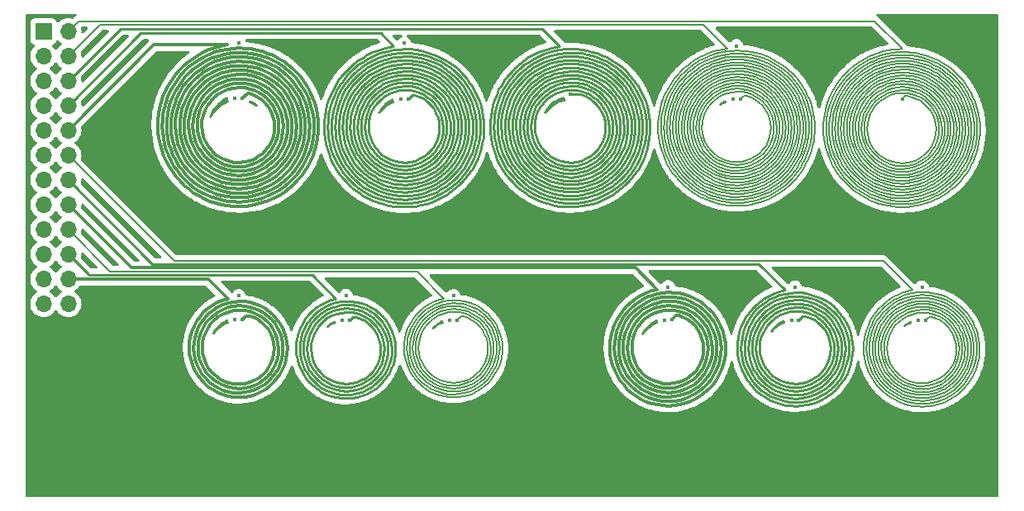
<source format=gtl>
%TF.GenerationSoftware,KiCad,Pcbnew,8.0.9-8.0.9-0~ubuntu24.04.1*%
%TF.CreationDate,2025-06-12T22:50:15-04:00*%
%TF.ProjectId,CoilTest,436f696c-5465-4737-942e-6b696361645f,0.0*%
%TF.SameCoordinates,Original*%
%TF.FileFunction,Copper,L1,Top*%
%TF.FilePolarity,Positive*%
%FSLAX46Y46*%
G04 Gerber Fmt 4.6, Leading zero omitted, Abs format (unit mm)*
G04 Created by KiCad (PCBNEW 8.0.9-8.0.9-0~ubuntu24.04.1) date 2025-06-12 22:50:15*
%MOMM*%
%LPD*%
G01*
G04 APERTURE LIST*
%TA.AperFunction,ComponentPad*%
%ADD10R,1.700000X1.700000*%
%TD*%
%TA.AperFunction,ComponentPad*%
%ADD11O,1.700000X1.700000*%
%TD*%
%TA.AperFunction,ViaPad*%
%ADD12C,0.400000*%
%TD*%
%TA.AperFunction,Conductor*%
%ADD13C,0.150000*%
%TD*%
%TA.AperFunction,Conductor*%
%ADD14C,0.230000*%
%TD*%
%TA.AperFunction,Conductor*%
%ADD15C,0.300000*%
%TD*%
G04 APERTURE END LIST*
D10*
%TO.P,J1,1,Pin_1*%
%TO.N,/A*%
X102000000Y-52000000D03*
D11*
%TO.P,J1,2,Pin_2*%
X104540000Y-52000000D03*
%TO.P,J1,3,Pin_3*%
%TO.N,/B*%
X102000000Y-54540000D03*
%TO.P,J1,4,Pin_4*%
X104540000Y-54540000D03*
%TO.P,J1,5,Pin_5*%
%TO.N,/C*%
X102000000Y-57080000D03*
%TO.P,J1,6,Pin_6*%
X104540000Y-57080000D03*
%TO.P,J1,7,Pin_7*%
%TO.N,/D*%
X102000000Y-59620000D03*
%TO.P,J1,8,Pin_8*%
X104540000Y-59620000D03*
%TO.P,J1,9,Pin_9*%
%TO.N,/E*%
X102000000Y-62160000D03*
%TO.P,J1,10,Pin_10*%
X104540000Y-62160000D03*
%TO.P,J1,11,Pin_11*%
%TO.N,/F*%
X102000000Y-64700000D03*
%TO.P,J1,12,Pin_12*%
X104540000Y-64700000D03*
%TO.P,J1,13,Pin_13*%
%TO.N,/G*%
X102000000Y-67240000D03*
%TO.P,J1,14,Pin_14*%
X104540000Y-67240000D03*
%TO.P,J1,15,Pin_15*%
%TO.N,/H*%
X102000000Y-69780000D03*
%TO.P,J1,16,Pin_16*%
X104540000Y-69780000D03*
%TO.P,J1,17,Pin_17*%
%TO.N,/I*%
X102000000Y-72320000D03*
%TO.P,J1,18,Pin_18*%
X104540000Y-72320000D03*
%TO.P,J1,19,Pin_19*%
%TO.N,/J*%
X102000000Y-74860000D03*
%TO.P,J1,20,Pin_20*%
X104540000Y-74860000D03*
%TO.P,J1,21,Pin_21*%
%TO.N,/K*%
X102000000Y-77400000D03*
%TO.P,J1,22,Pin_22*%
X104540000Y-77400000D03*
%TO.P,J1,23,Pin_23*%
%TO.N,unconnected-(J1-Pin_23-Pad23)*%
X102000000Y-79940000D03*
%TO.P,J1,24,Pin_24*%
%TO.N,unconnected-(J1-Pin_24-Pad24)*%
X104540000Y-79940000D03*
%TD*%
D12*
%TO.N,/K*%
X122000000Y-79130000D03*
X122360000Y-81590000D03*
X121630000Y-81590000D03*
%TO.N,/C*%
X156000000Y-58480000D03*
%TO.N,/F*%
X192000000Y-78270000D03*
X192370000Y-81600000D03*
X191630000Y-81620000D03*
%TO.N,/D*%
X138586443Y-58907945D03*
X139386443Y-58907945D03*
X138976443Y-53227945D03*
%TO.N,/A*%
X190010000Y-58940000D03*
%TO.N,/B*%
X172615988Y-58973858D03*
X173000000Y-53500000D03*
X173384259Y-58973879D03*
%TO.N,/H*%
X165630000Y-81600000D03*
X166370000Y-81580000D03*
X166000000Y-78230000D03*
%TO.N,/G*%
X179360000Y-81610000D03*
X178640000Y-81610000D03*
X179000000Y-78270000D03*
%TO.N,/E*%
X122000000Y-53150000D03*
X122400000Y-58900000D03*
X121620000Y-58900000D03*
%TO.N,/I*%
X144370000Y-81600000D03*
X143640000Y-81600000D03*
X144000000Y-79130000D03*
%TO.N,/J*%
X133000000Y-79120000D03*
X133367914Y-81621439D03*
X132629346Y-81622666D03*
%TD*%
D13*
%TO.N,/A*%
X197943366Y-62480485D02*
X197902726Y-62959565D01*
X197955000Y-62000000D02*
X197943366Y-62480485D01*
X197937607Y-61519863D02*
X197955000Y-62000000D01*
X196523097Y-57497431D02*
X196785523Y-57898009D01*
X189007613Y-55097795D02*
X189502296Y-55041185D01*
X196237067Y-57113570D02*
X196523097Y-57497431D01*
X188518468Y-55189508D02*
X189007613Y-55097795D01*
X195928493Y-56747813D02*
X196237067Y-57113570D01*
X195598518Y-56401482D02*
X195928493Y-56747813D01*
X195248361Y-56075825D02*
X195598518Y-56401482D01*
X194879314Y-55772016D02*
X195248361Y-56075825D01*
X193242340Y-54795816D02*
X193672743Y-55002173D01*
X190475957Y-54131497D02*
X190950524Y-54171727D01*
X187249759Y-59616902D02*
X187612437Y-59244606D01*
X195041664Y-60565523D02*
X195156850Y-61036018D01*
X190000000Y-54120000D02*
X190475957Y-54131497D01*
X186944338Y-60036245D02*
X187249759Y-59616902D01*
X194883686Y-60108050D02*
X195041664Y-60565523D01*
X187569581Y-54519940D02*
X188043308Y-54379188D01*
X186438442Y-62512075D02*
X186395000Y-62000000D01*
X193513521Y-58145851D02*
X193857409Y-58483507D01*
X186215343Y-55115735D02*
X186653801Y-54888964D01*
X185792152Y-55369493D02*
X186215343Y-55115735D01*
X185385886Y-55649217D02*
X185792152Y-55369493D01*
X184284157Y-56632466D02*
X184630413Y-56281970D01*
X186502979Y-64788781D02*
X186208188Y-64382554D01*
X183960717Y-57003871D02*
X184284157Y-56632466D01*
X186841000Y-65159000D02*
X186502979Y-64788781D01*
X183661352Y-57394703D02*
X183960717Y-57003871D01*
X187217899Y-65488644D02*
X186841000Y-65159000D01*
X183387224Y-57803405D02*
X183661352Y-57394703D01*
X187628847Y-65773668D02*
X187217899Y-65488644D01*
X183139395Y-58228350D02*
X183387224Y-57803405D01*
X188068598Y-66010599D02*
X187628847Y-65773668D01*
X182918823Y-58667851D02*
X183139395Y-58228350D01*
X188531556Y-66196573D02*
X188068598Y-66010599D01*
X182726359Y-59120162D02*
X182918823Y-58667851D01*
X189011848Y-66329376D02*
X188531556Y-66196573D01*
X182562738Y-59583487D02*
X182726359Y-59120162D01*
X189503398Y-66407469D02*
X189011848Y-66329376D01*
X182428585Y-60055991D02*
X182562738Y-59583487D01*
X190000000Y-66430000D02*
X189503398Y-66407469D01*
X186715293Y-68015492D02*
X186292678Y-67768705D01*
X182324407Y-60535802D02*
X182428585Y-60055991D01*
X182250592Y-61021022D02*
X182324407Y-60535802D01*
X182207407Y-61509732D02*
X182250592Y-61021022D01*
X182195000Y-62000000D02*
X182207407Y-61509732D01*
X182213395Y-62489892D02*
X182195000Y-62000000D01*
X183780033Y-62985146D02*
X183718175Y-62494390D01*
X196777811Y-59192539D02*
X196949875Y-59640835D01*
X182262497Y-62977474D02*
X182213395Y-62489892D01*
X183880147Y-63469247D02*
X183780033Y-62985146D01*
X182342089Y-63460825D02*
X182262497Y-62977474D01*
X182451831Y-63938040D02*
X182342089Y-63460825D01*
X182591270Y-64407242D02*
X182451831Y-63938040D01*
X183181458Y-65748525D02*
X182956826Y-65314266D01*
X184011571Y-66954059D02*
X183709893Y-66570030D01*
X184336643Y-67318246D02*
X184011571Y-66954059D01*
X184683807Y-67661170D02*
X184336643Y-67318246D01*
X185051678Y-67981494D02*
X184683807Y-67661170D01*
X185438786Y-68277972D02*
X185051678Y-67981494D01*
X185843592Y-68549452D02*
X185438786Y-68277972D01*
X189514441Y-69717741D02*
X189030422Y-69674999D01*
X190000000Y-69730000D02*
X189514441Y-69717741D01*
X184848395Y-64402233D02*
X184654715Y-63945525D01*
X190485182Y-69711753D02*
X190000000Y-69730000D01*
X193241450Y-67289566D02*
X192818146Y-67530923D01*
X191919389Y-69475525D02*
X191446771Y-69584240D01*
X194378759Y-66378759D02*
X194024142Y-66711665D01*
X196486127Y-66116221D02*
X196217296Y-66517130D01*
X196729159Y-65699386D02*
X196486127Y-66116221D01*
X196945452Y-65268282D02*
X196729159Y-65699386D01*
X197134175Y-64824620D02*
X196945452Y-65268282D01*
X197294603Y-64370160D02*
X197134175Y-64824620D01*
X197426127Y-63906705D02*
X197294603Y-64370160D01*
X197528249Y-63436090D02*
X197426127Y-63906705D01*
X183226373Y-64407348D02*
X183074741Y-63940367D01*
X188529344Y-65877800D02*
X188069969Y-65677367D01*
X197600591Y-62960178D02*
X197528249Y-63436090D01*
X183409438Y-64862685D02*
X183226373Y-64407348D01*
X189008865Y-66021193D02*
X188529344Y-65877800D01*
X197402881Y-60099263D02*
X197510568Y-60567282D01*
X192715742Y-65065439D02*
X192329721Y-65375183D01*
X194473046Y-55843381D02*
X194852709Y-56134083D01*
X190000000Y-69130000D02*
X189513209Y-69116632D01*
X194076034Y-55577197D02*
X194473046Y-55843381D01*
X191422037Y-54545422D02*
X191888054Y-54646517D01*
X190950778Y-54473818D02*
X191422037Y-54545422D01*
X190476141Y-54431963D02*
X190950778Y-54473818D01*
X190000000Y-54420000D02*
X190476141Y-54431963D01*
X189504449Y-54439348D02*
X190000000Y-54420000D01*
X189011427Y-54491044D02*
X189504449Y-54439348D01*
X188523044Y-54574842D02*
X189011427Y-54491044D01*
X187106435Y-55014316D02*
X187568511Y-54837065D01*
X186657127Y-55221324D02*
X187106435Y-55014316D01*
X186222500Y-55457178D02*
X186657127Y-55221324D01*
X185804403Y-55720845D02*
X186222500Y-55457178D01*
X184666647Y-56666647D02*
X185024824Y-56326899D01*
X183249351Y-58670948D02*
X183478829Y-58235000D01*
X183083607Y-64864864D02*
X182908085Y-64407381D01*
X183288589Y-65309702D02*
X183083607Y-64864864D01*
X183522130Y-65740000D02*
X183288589Y-65309702D01*
X183783206Y-66153929D02*
X183522130Y-65740000D01*
X184070675Y-66549731D02*
X183783206Y-66153929D01*
X184383287Y-66925725D02*
X184070675Y-66549731D01*
X189029375Y-69372632D02*
X188548650Y-69296429D01*
X194363794Y-57296949D02*
X194705669Y-57633777D01*
X190968994Y-69360239D02*
X190485741Y-69410973D01*
X193276530Y-68644145D02*
X192836163Y-68847102D01*
X193702500Y-68412918D02*
X193276530Y-68644145D01*
X194112261Y-68154434D02*
X193702500Y-68412918D01*
X196138844Y-66101844D02*
X195859906Y-66496464D01*
X186680175Y-56582538D02*
X187113755Y-56335426D01*
X196391267Y-65690000D02*
X196138844Y-66101844D01*
X196616118Y-65262708D02*
X196391267Y-65690000D01*
X196812457Y-64821812D02*
X196616118Y-65262708D01*
X185515175Y-57515175D02*
X185878440Y-57174274D01*
X196979467Y-64369210D02*
X196812457Y-64821812D01*
X197116459Y-63906849D02*
X196979467Y-64369210D01*
X197336134Y-61519164D02*
X197355000Y-62000000D01*
X197204481Y-60566940D02*
X197285880Y-61040796D01*
X183710698Y-61505021D02*
X183765217Y-61012507D01*
X190000000Y-54720000D02*
X190476339Y-54732469D01*
X187107435Y-55340647D02*
X187567536Y-55155703D01*
X186661228Y-55556463D02*
X187107435Y-55340647D01*
X185426259Y-56378117D02*
X185818692Y-56076435D01*
X185055496Y-56705729D02*
X185426259Y-56378117D01*
X184708112Y-57057722D02*
X185055496Y-56705729D01*
X192382232Y-68702957D02*
X191920132Y-68853040D01*
X192346984Y-54776726D02*
X192797010Y-54935558D01*
X192832805Y-68521771D02*
X192382232Y-68702957D01*
X191888054Y-54646517D02*
X192346984Y-54776726D01*
X193269762Y-68310355D02*
X192832805Y-68521771D01*
X194060177Y-55923516D02*
X194450807Y-56199595D01*
X196805941Y-63906935D02*
X196663014Y-64368036D01*
X193652500Y-55673684D02*
X194060177Y-55923516D01*
X196917016Y-63437373D02*
X196805941Y-63906935D01*
X193229537Y-55451147D02*
X193652500Y-55673684D01*
X196995750Y-62961544D02*
X196917016Y-63437373D01*
X197055000Y-62000000D02*
X197041806Y-62481673D01*
X186666279Y-55894745D02*
X187108900Y-55669375D01*
X183361617Y-60050795D02*
X183514391Y-59580993D01*
X183242807Y-60530063D02*
X183361617Y-60050795D01*
X183158534Y-61016346D02*
X183242807Y-60530063D01*
X183109193Y-61507160D02*
X183158534Y-61016346D01*
X183095000Y-62000000D02*
X183109193Y-61507160D01*
X183115994Y-62492354D02*
X183095000Y-62000000D01*
X184496825Y-66119625D02*
X184214088Y-65718380D01*
X194479078Y-67505527D02*
X194094806Y-67801019D01*
X187154218Y-68231393D02*
X186715293Y-68015492D01*
X190495403Y-66396822D02*
X190000000Y-66430000D01*
X194842121Y-67184646D02*
X194479078Y-67505527D01*
X187607203Y-68415337D02*
X187154218Y-68231393D01*
X190983384Y-66308485D02*
X190495403Y-66396822D01*
X195503937Y-57173177D02*
X195810322Y-57541583D01*
X189512510Y-68815998D02*
X189027019Y-68767229D01*
X195174254Y-56825746D02*
X195503937Y-57173177D01*
X190000000Y-68830000D02*
X189512510Y-68815998D01*
X194822703Y-56500762D02*
X195174254Y-56825746D01*
X190487003Y-68809198D02*
X190000000Y-68830000D01*
X194450807Y-56199595D02*
X194822703Y-56500762D01*
X196663014Y-64368036D02*
X196488871Y-64818514D01*
X190971040Y-68753732D02*
X190487003Y-68809198D01*
X197891272Y-61041826D02*
X197937607Y-61519863D01*
X191449647Y-68663920D02*
X190971040Y-68753732D01*
X197816184Y-60567631D02*
X197891272Y-61041826D01*
X191920392Y-68540253D02*
X191449647Y-68663920D01*
X197712639Y-60099005D02*
X197816184Y-60567631D01*
X192380884Y-68383396D02*
X191920392Y-68540253D01*
X197041806Y-62481673D02*
X196995750Y-62961544D01*
X192828787Y-68194180D02*
X192380884Y-68383396D01*
X194074680Y-67443135D02*
X193677832Y-67722818D01*
X185604182Y-58311470D02*
X185939439Y-57939439D01*
X195432218Y-66066508D02*
X195130853Y-66445909D01*
X184623392Y-60043075D02*
X184810633Y-59580158D01*
X196494459Y-63906945D02*
X196345066Y-64366587D01*
X184320860Y-62496860D02*
X184295000Y-62000000D01*
X196610621Y-63438052D02*
X196494459Y-63906945D01*
X196734389Y-61518347D02*
X196755000Y-62000000D01*
X196679495Y-61039634D02*
X196734389Y-61518347D01*
X195907777Y-58774110D02*
X196125958Y-59202369D01*
X195659724Y-58362716D02*
X195907777Y-58774110D01*
X195383094Y-57970266D02*
X195659724Y-58362716D01*
X195079324Y-57598741D02*
X195383094Y-57970266D01*
X194749990Y-57250010D02*
X195079324Y-57598741D01*
X194396795Y-56925829D02*
X194749990Y-57250010D01*
X193626225Y-56357483D02*
X194021562Y-56627822D01*
X189490424Y-57151706D02*
X190000000Y-57120000D01*
X190490324Y-67604425D02*
X190000000Y-67630000D01*
X193212820Y-56116160D02*
X193626225Y-56357483D01*
X188987470Y-57236421D02*
X189490424Y-57151706D01*
X190976192Y-67536261D02*
X190490324Y-67604425D01*
X192783469Y-55905052D02*
X193212820Y-56116160D01*
X191453916Y-67426088D02*
X190976192Y-67536261D01*
X189005462Y-55401673D02*
X189501070Y-55342240D01*
X195973998Y-60565770D02*
X196071814Y-61038319D01*
X194574282Y-65202946D02*
X194280912Y-65592111D01*
X188035246Y-55630425D02*
X188515944Y-55497927D01*
X195669156Y-59651759D02*
X195839487Y-60102636D01*
X187566046Y-55798386D02*
X188035246Y-55630425D01*
X195464098Y-59215903D02*
X195669156Y-59651759D01*
X187110954Y-56000834D02*
X187566046Y-55798386D01*
X195225618Y-58797737D02*
X195464098Y-59215903D01*
X186672500Y-56236601D02*
X187110954Y-56000834D01*
X194955229Y-58399815D02*
X195225618Y-58797737D01*
X186253117Y-56504332D02*
X186672500Y-56236601D01*
X194654635Y-58024566D02*
X194955229Y-58399815D01*
X185855129Y-56802496D02*
X186253117Y-56504332D01*
X194325726Y-57674274D02*
X194654635Y-58024566D01*
X185480738Y-57129394D02*
X185855129Y-56802496D01*
X185132012Y-57483167D02*
X185480738Y-57129394D01*
X184810873Y-57861809D02*
X185132012Y-57483167D01*
X184519086Y-58263176D02*
X184810873Y-57861809D01*
X184258252Y-58685000D02*
X184519086Y-58263176D01*
X192333891Y-56365490D02*
X192770477Y-56562633D01*
X190486346Y-69110125D02*
X190000000Y-69130000D01*
X193313460Y-59712884D02*
X193570091Y-60126272D01*
X184029794Y-59124900D02*
X184258252Y-58685000D01*
X191883459Y-56203311D02*
X192333891Y-56365490D01*
X183834956Y-59580399D02*
X184029794Y-59124900D01*
X183674791Y-60048931D02*
X183834956Y-59580399D01*
X183550155Y-60527865D02*
X183674791Y-60048931D01*
X183461709Y-61014511D02*
X183550155Y-60527865D01*
X183409907Y-61506141D02*
X183461709Y-61014511D01*
X183395000Y-62000000D02*
X183409907Y-61506141D01*
X183417030Y-62493325D02*
X183395000Y-62000000D01*
X186264482Y-68794882D02*
X185843592Y-68549452D01*
X183475835Y-62983360D02*
X183417030Y-62493325D01*
X186699785Y-69013314D02*
X186264482Y-68794882D01*
X183571047Y-63467367D02*
X183475835Y-62983360D01*
X187147771Y-69203908D02*
X186699785Y-69013314D01*
X183702093Y-63942647D02*
X183571047Y-63467367D01*
X183868202Y-64406554D02*
X183702093Y-63942647D01*
X184068407Y-64856505D02*
X183868202Y-64406554D01*
X184301553Y-65290000D02*
X184068407Y-64856505D01*
X184566300Y-65704634D02*
X184301553Y-65290000D01*
X184861133Y-66098109D02*
X184566300Y-65704634D01*
X185184373Y-66468249D02*
X184861133Y-66098109D01*
X185226295Y-62501737D02*
X185195000Y-62000000D01*
X185534180Y-66813009D02*
X185184373Y-66468249D01*
X185309782Y-62996937D02*
X185226295Y-62501737D01*
X185908571Y-67130490D02*
X185534180Y-66813009D01*
X185444439Y-63480191D02*
X185309782Y-62996937D01*
X186305425Y-67418946D02*
X185908571Y-67130490D01*
X185628685Y-63946235D02*
X185444439Y-63480191D01*
X186722500Y-67676797D02*
X186305425Y-67418946D01*
X187157442Y-67902633D02*
X186722500Y-67676797D01*
X187607799Y-68095228D02*
X187157442Y-67902633D01*
X185662072Y-58724149D02*
X185979574Y-58334898D01*
X188071038Y-68253541D02*
X187607799Y-68095228D01*
X185382071Y-59140699D02*
X185662072Y-58724149D01*
X188544554Y-68376725D02*
X188071038Y-68253541D01*
X196785523Y-57898009D02*
X197023369Y-58313852D01*
X189502296Y-55041185D02*
X190000000Y-55020000D01*
X189025689Y-68464128D02*
X188544554Y-68376725D01*
X189511746Y-68515302D02*
X189025689Y-68464128D01*
X190000000Y-68530000D02*
X189511746Y-68515302D01*
X190487721Y-68508179D02*
X190000000Y-68530000D01*
X192379153Y-68061983D02*
X191920541Y-68226239D01*
X196452980Y-59197075D02*
X196632288Y-59642884D01*
X192823963Y-67864020D02*
X192379153Y-68061983D01*
X196243763Y-58764743D02*
X196452980Y-59197075D01*
X194051348Y-67080229D02*
X193662385Y-67371732D01*
X195447348Y-57568254D02*
X195739746Y-57948445D01*
X196025413Y-64364800D02*
X195835061Y-64810017D01*
X193003834Y-64304923D02*
X192681702Y-64681702D01*
X192788634Y-55579920D02*
X193221755Y-55782294D01*
X196181874Y-63906855D02*
X196025413Y-64364800D01*
X192342920Y-55407656D02*
X192788634Y-55579920D01*
X193273576Y-63890000D02*
X193003834Y-64304923D01*
X196303605Y-63438757D02*
X196181874Y-63906855D01*
X191886701Y-55266278D02*
X192342920Y-55407656D01*
X193486490Y-63444152D02*
X193273576Y-63890000D01*
X196389966Y-62963132D02*
X196303605Y-63438757D01*
X191422113Y-55156415D02*
X191886701Y-55266278D01*
X193639126Y-62975101D02*
X193486490Y-63444152D01*
X196440512Y-62482650D02*
X196389966Y-62963132D01*
X194234283Y-60114776D02*
X194412902Y-60566161D01*
X196455000Y-62000000D02*
X196440512Y-62482650D01*
X194009698Y-59685000D02*
X194234283Y-60114776D01*
X196440533Y-57912713D02*
X196687096Y-58323738D01*
X196375840Y-61038997D02*
X196433389Y-61517884D01*
X193433329Y-58908617D02*
X193741704Y-59281493D01*
X196168755Y-57518137D02*
X196440533Y-57912713D01*
X196282714Y-60566012D02*
X196375840Y-61038997D01*
X193088038Y-58570387D02*
X193433329Y-58908617D01*
X195872852Y-57141554D02*
X196168755Y-57518137D01*
X196154571Y-60101566D02*
X196282714Y-60566012D01*
X192709690Y-58270432D02*
X193088038Y-58570387D01*
X195554012Y-56784436D02*
X195872852Y-57141554D01*
X195992167Y-59648248D02*
X196154571Y-60101566D01*
X195213511Y-56448175D02*
X195554012Y-56784436D01*
X195796448Y-59208578D02*
X195992167Y-59648248D01*
X193663255Y-55336564D02*
X194076034Y-55577197D01*
X190969980Y-69057130D02*
X190486346Y-69110125D01*
X194705669Y-57633777D02*
X195021592Y-57995414D01*
X188548650Y-69296429D02*
X188073739Y-69188903D01*
X193236348Y-55122410D02*
X193663255Y-55336564D01*
X191448651Y-68971292D02*
X190969980Y-69057130D01*
X192797010Y-54935558D02*
X193236348Y-55122410D01*
X191920132Y-68853040D02*
X191448651Y-68971292D01*
X193997906Y-56986785D02*
X194363794Y-57296949D01*
X189513850Y-69417210D02*
X189029375Y-69372632D01*
X190477045Y-55634278D02*
X190951954Y-55684196D01*
X189499725Y-55643406D02*
X190000000Y-55620000D01*
X189003121Y-55705956D02*
X189499725Y-55643406D01*
X188513245Y-55807219D02*
X189003121Y-55705956D01*
X188033107Y-55946525D02*
X188513245Y-55807219D01*
X195227287Y-67227287D02*
X194876274Y-67560325D01*
X187565655Y-56122971D02*
X188033107Y-55946525D01*
X195555626Y-66872153D02*
X195227287Y-67227287D01*
X187113755Y-56335426D02*
X187565655Y-56122971D01*
X195859906Y-66496464D02*
X195555626Y-66872153D01*
X186267564Y-56862742D02*
X186680175Y-56582538D01*
X185878440Y-57174274D02*
X186267564Y-56862742D01*
X185179977Y-57883311D02*
X185515175Y-57515175D01*
X184157617Y-59580006D02*
X184362156Y-59127375D01*
X197342371Y-62481244D02*
X197298273Y-62960836D01*
X182507950Y-61508945D02*
X182553010Y-61019585D01*
X183695000Y-62000000D02*
X183710698Y-61505021D01*
X197092310Y-60099621D02*
X197204481Y-60566940D01*
X182495000Y-62000000D02*
X182507950Y-61508945D01*
X183718175Y-62494390D02*
X183695000Y-62000000D01*
X196949875Y-59640835D02*
X197092310Y-60099621D01*
X182514187Y-62490646D02*
X182495000Y-62000000D01*
X182565403Y-62978783D02*
X182514187Y-62490646D01*
X184192262Y-64405644D02*
X184017855Y-63943717D01*
X196092074Y-57929406D02*
X196347966Y-58335000D01*
X184402252Y-64852195D02*
X184192262Y-64405644D01*
X183821619Y-58242843D02*
X184089756Y-57828094D01*
X187161424Y-67571018D02*
X186731118Y-67334330D01*
X185457879Y-67919408D02*
X185078396Y-67612014D01*
X183582520Y-58674730D02*
X183821619Y-58242843D01*
X190951331Y-55078551D02*
X191422113Y-55156415D01*
X193729072Y-62490942D02*
X193639126Y-62975101D01*
X187608707Y-67773092D02*
X187161424Y-67571018D01*
X185856488Y-68201204D02*
X185457879Y-67919408D01*
X188070189Y-67939348D02*
X187608707Y-67773092D01*
X190488506Y-68207057D02*
X190000000Y-68230000D01*
X190973413Y-68145891D02*
X190488506Y-68207057D01*
X191451738Y-68046925D02*
X190973413Y-68145891D01*
X191920541Y-67910816D02*
X191451738Y-68046925D01*
X190000000Y-69430000D02*
X189513850Y-69417210D01*
X192376942Y-67738447D02*
X191920541Y-67910816D01*
X190485741Y-69410973D02*
X190000000Y-69430000D01*
X192818146Y-67530923D02*
X192376942Y-67738447D01*
X194705962Y-66019272D02*
X194378759Y-66378759D01*
X195995876Y-63439482D02*
X195868019Y-63906635D01*
X183373547Y-59121725D02*
X183582520Y-58674730D01*
X196086629Y-62964027D02*
X195995876Y-63439482D01*
X196139765Y-62483210D02*
X196086629Y-62964027D01*
X196155000Y-62000000D02*
X196139765Y-62483210D01*
X196132288Y-61517378D02*
X196155000Y-62000000D01*
X187606663Y-69365933D02*
X187147771Y-69203908D01*
X189503418Y-54740225D02*
X190000000Y-54720000D01*
X196071814Y-61038319D02*
X196132288Y-61517378D01*
X194280912Y-65592111D02*
X193954495Y-65954495D01*
X188074643Y-69498771D02*
X187606663Y-69365933D01*
X188549856Y-69601921D02*
X188074643Y-69498771D01*
X188520831Y-54881846D02*
X189009595Y-54794267D01*
X195839487Y-60102636D02*
X195973998Y-60565770D01*
X189030422Y-69674999D02*
X188549856Y-69601921D01*
X193970563Y-57351068D02*
X194325726Y-57674274D01*
X193591368Y-57056906D02*
X193970563Y-57351068D01*
X193190507Y-56793566D02*
X193591368Y-57056906D01*
X192770477Y-56562633D02*
X193190507Y-56793566D01*
X195204331Y-60105778D02*
X195353644Y-60565495D01*
X191421974Y-56077052D02*
X191883459Y-56203311D01*
X194526498Y-58830512D02*
X194789120Y-59235000D01*
X190952295Y-55987447D02*
X191421974Y-56077052D01*
X194229842Y-58450741D02*
X194526498Y-58830512D01*
X190477326Y-55935004D02*
X190952295Y-55987447D01*
X193901462Y-58098538D02*
X194229842Y-58450741D01*
X190000000Y-55920000D02*
X190477326Y-55935004D01*
X185290219Y-60998905D02*
X185415908Y-60510538D01*
X190000000Y-55620000D02*
X190477045Y-55634278D01*
X194624527Y-61513943D02*
X194655000Y-62000000D01*
X194096547Y-59262775D02*
X194349250Y-59675278D01*
X185860399Y-64390000D02*
X185628685Y-63946235D01*
X196050218Y-65679219D02*
X195787699Y-66085404D01*
X188525122Y-54268417D02*
X189013126Y-54188089D01*
X186424945Y-61485985D02*
X186527944Y-60980512D01*
X194168936Y-58851766D02*
X194445385Y-59247534D01*
X193570091Y-60126272D02*
X193775308Y-60568215D01*
X187166360Y-67236109D02*
X186741484Y-66987529D01*
X186136944Y-64806675D02*
X185860399Y-64390000D01*
X196284297Y-65256260D02*
X196050218Y-65679219D01*
X188043308Y-54379188D02*
X188525122Y-54268417D01*
X186395000Y-62000000D02*
X186424945Y-61485985D01*
X193857409Y-58483507D02*
X194168936Y-58851766D01*
X186455199Y-65191753D02*
X186136944Y-64806675D01*
X196488871Y-64818514D02*
X196284297Y-65256260D01*
X184630413Y-56281970D02*
X184998134Y-55953783D01*
X190955238Y-58124448D02*
X191417465Y-58262452D01*
X190480431Y-58043292D02*
X190955238Y-58124448D01*
X190000000Y-66730000D02*
X189505058Y-66709061D01*
X186639821Y-63940000D02*
X186409573Y-63487203D01*
X191920341Y-67593762D02*
X191452822Y-67737064D01*
X191457015Y-66484231D02*
X190981343Y-66616857D01*
X191915730Y-66302799D02*
X191457015Y-66484231D01*
X183172032Y-62981714D02*
X183115994Y-62492354D01*
X194143317Y-64768476D02*
X193855631Y-65164235D01*
X186515613Y-59594901D02*
X186826602Y-59188615D01*
X191422068Y-55769514D02*
X191884749Y-55889794D01*
X192383273Y-69020895D02*
X191919790Y-69164755D01*
X193622885Y-66654683D02*
X193228290Y-66941265D01*
X188967066Y-58482150D02*
X189477252Y-58364206D01*
X192352500Y-66074650D02*
X191915730Y-66302799D01*
X192688577Y-58628631D02*
X193052934Y-58947066D01*
X193992218Y-66336705D02*
X193622885Y-66654683D01*
X188479770Y-58671160D02*
X188967066Y-58482150D01*
X193202500Y-56453107D02*
X193610077Y-56704990D01*
X193790245Y-64753774D02*
X193485349Y-65138223D01*
X190954774Y-57816863D02*
X191418902Y-57945010D01*
X191920541Y-68226239D02*
X191450678Y-68355834D01*
X187149242Y-58076268D02*
X187572500Y-57795447D01*
X194935805Y-62486134D02*
X194868986Y-62968502D01*
X195170148Y-64797944D02*
X194924742Y-65217495D01*
X190479808Y-57741588D02*
X190954774Y-57816863D01*
X186758062Y-58399463D02*
X187149242Y-58076268D01*
X194955000Y-62000000D02*
X194935805Y-62486134D01*
X190000000Y-57720000D02*
X190479808Y-57741588D01*
X186403179Y-58761408D02*
X186758062Y-58399463D01*
X194926475Y-61514785D02*
X194955000Y-62000000D01*
X189484798Y-57756933D02*
X190000000Y-57720000D01*
X194850596Y-61035156D02*
X194926475Y-61514785D01*
X190493897Y-66699116D02*
X190000000Y-66730000D01*
X186926747Y-64358190D02*
X186639821Y-63940000D01*
X188041387Y-54690356D02*
X188523044Y-54574842D01*
X194543496Y-61034250D02*
X194624527Y-61513943D01*
X195767358Y-61037598D02*
X195831068Y-61516824D01*
X187568511Y-54837065D02*
X188041387Y-54690356D01*
X194412902Y-60566161D02*
X194543496Y-61034250D01*
X195664359Y-60565590D02*
X195767358Y-61037598D01*
X195522826Y-60104011D02*
X195664359Y-60565590D01*
X192762591Y-65802380D02*
X192352500Y-66074650D01*
X192291348Y-58353340D02*
X192688577Y-58628631D01*
X194333801Y-65989545D02*
X193992218Y-66336705D01*
X195810322Y-57541583D02*
X196092074Y-57929406D01*
X189027019Y-68767229D02*
X188546005Y-68683907D01*
X190953870Y-57204573D02*
X191420671Y-57316674D01*
X185181389Y-64399383D02*
X184976443Y-63946136D01*
X193141568Y-65489065D02*
X192762591Y-65802380D01*
X191866320Y-58124547D02*
X192291348Y-58353340D01*
X190972181Y-68450002D02*
X190487721Y-68508179D01*
X188023260Y-57560169D02*
X188496632Y-57373110D01*
X194755096Y-63442443D02*
X194595146Y-63903372D01*
X194645338Y-65615612D02*
X194333801Y-65989545D01*
X185404612Y-56011174D02*
X185804403Y-55720845D01*
X191447692Y-69278040D02*
X190968994Y-69360239D01*
X192337400Y-56044403D02*
X192777476Y-56232512D01*
X193644269Y-67015905D02*
X193241450Y-67289566D01*
X190968074Y-69663094D02*
X190485182Y-69711753D01*
X185427082Y-64831431D02*
X185181389Y-64399383D01*
X193610077Y-56704990D02*
X193997906Y-56986785D01*
X193485349Y-65138223D02*
X193141568Y-65489065D01*
X191418902Y-57945010D02*
X191866320Y-58124547D01*
X191450678Y-68355834D02*
X190972181Y-68450002D01*
X187572500Y-57795447D02*
X188023260Y-57560169D01*
X194868986Y-62968502D02*
X194755096Y-63442443D01*
X194924742Y-65217495D02*
X194645338Y-65615612D01*
X185024824Y-56326899D02*
X185404612Y-56011174D01*
X191919790Y-69164755D02*
X191447692Y-69278040D01*
X191884749Y-55889794D02*
X192337400Y-56044403D01*
X194024142Y-66711665D02*
X193644269Y-67015905D01*
X191446771Y-69584240D02*
X190968074Y-69663094D01*
X185711362Y-65238629D02*
X185427082Y-64831431D01*
X197266072Y-59639110D02*
X197402881Y-60099263D01*
X193061121Y-64711917D02*
X192715742Y-65065439D01*
X186811593Y-65541085D02*
X186455199Y-65191753D01*
X192662182Y-58995017D02*
X193009301Y-59333992D01*
X188541364Y-67760023D02*
X188069405Y-67623630D01*
X197100703Y-59188633D02*
X197266072Y-59639110D01*
X187202142Y-65850921D02*
X186811593Y-65541085D01*
X192277284Y-58700784D02*
X192662182Y-58995017D01*
X189022655Y-67856910D02*
X188541364Y-67760023D01*
X196907450Y-58749601D02*
X197100703Y-59188633D01*
X187622500Y-66117951D02*
X187202142Y-65850921D01*
X190501401Y-65487321D02*
X190000000Y-65530000D01*
X194021562Y-56627822D02*
X194396795Y-56925829D01*
X190000000Y-67630000D02*
X189508950Y-67612727D01*
X190000000Y-57120000D02*
X190478783Y-57138834D01*
X191860323Y-58455451D02*
X192277284Y-58700784D01*
X184021091Y-57412222D02*
X184331598Y-57028945D01*
X191419933Y-57629895D02*
X191870989Y-57797691D01*
X195568543Y-58785000D02*
X195796448Y-59208578D01*
X195003770Y-65635452D02*
X194705962Y-66019272D01*
X186769347Y-66278076D02*
X186385425Y-65965000D01*
X184168201Y-58252130D02*
X184447701Y-57843601D01*
X185080976Y-64840000D02*
X184848395Y-64402233D01*
X196687096Y-58323738D02*
X196907450Y-58749601D01*
X196433389Y-61517884D02*
X196455000Y-62000000D01*
X188068001Y-66339341D02*
X187622500Y-66117951D01*
X182868569Y-62980193D02*
X182815050Y-62491464D01*
X187238349Y-65117259D02*
X186878422Y-64765477D01*
X190990674Y-65373926D02*
X190501401Y-65487321D01*
X183736435Y-57814820D02*
X184021091Y-57412222D01*
X184874877Y-58276380D02*
X185179977Y-57883311D01*
X190954315Y-57510303D02*
X191419933Y-57629895D01*
X195309764Y-58379864D02*
X195568543Y-58785000D01*
X195270382Y-65229694D02*
X195003770Y-65635452D01*
X187180182Y-66554163D02*
X186769347Y-66278076D01*
X184518856Y-64404253D02*
X184335301Y-63944693D01*
X183918682Y-58679349D02*
X184168201Y-58252130D01*
X185350630Y-65255524D02*
X185080976Y-64840000D01*
X194563059Y-62969908D02*
X194441434Y-63443109D01*
X193662385Y-67371732D02*
X193252500Y-67633495D01*
X195739746Y-57948445D02*
X196005640Y-58347890D01*
X185817097Y-59585000D02*
X186088403Y-59158058D01*
X190953039Y-56595047D02*
X191421564Y-56694652D01*
X195782932Y-62965001D02*
X195687318Y-63440225D01*
X183478829Y-58235000D02*
X183736435Y-57814820D01*
X184601722Y-58691931D02*
X184874877Y-58276380D01*
X197222871Y-63436718D02*
X197116459Y-63906849D01*
X190479263Y-57440117D02*
X190954315Y-57510303D01*
X195021592Y-57995414D02*
X195309764Y-58379864D01*
X195504193Y-64804526D02*
X195270382Y-65229694D01*
X187614382Y-66790967D02*
X187180182Y-66554163D01*
X184739590Y-64846792D02*
X184518856Y-64404253D01*
X183700385Y-59123062D02*
X183918682Y-58679349D01*
X185655251Y-65645677D02*
X185350630Y-65255524D01*
X190951954Y-55684196D02*
X191422068Y-55769514D01*
X194634472Y-62487103D02*
X194563059Y-62969908D01*
X197285880Y-61040796D02*
X197336134Y-61519164D01*
X194560500Y-60110979D02*
X194728182Y-60565722D01*
X184362156Y-59127375D02*
X184601722Y-58691931D01*
X197298273Y-62960836D02*
X197222871Y-63436718D01*
X190000000Y-57420000D02*
X190479263Y-57440117D01*
X194504074Y-67869823D02*
X194112261Y-68154434D01*
X195703801Y-64362592D02*
X195504193Y-64804526D01*
X188068207Y-66986532D02*
X187614382Y-66790967D01*
X184995948Y-65269311D02*
X184739590Y-64846792D01*
X183514391Y-59580993D02*
X183700385Y-59123062D01*
X185992472Y-66007528D02*
X185655251Y-65645677D01*
X191881890Y-56518242D02*
X192329728Y-56688756D01*
X192289334Y-64642032D02*
X191893717Y-64946682D01*
X192340377Y-55725205D02*
X192783469Y-55905052D01*
X190000000Y-58020000D02*
X190480431Y-58043292D01*
X194655000Y-62000000D02*
X194634472Y-62487103D01*
X185415908Y-60510538D02*
X185592143Y-60037496D01*
X195855000Y-62000000D02*
X195838936Y-62483828D01*
X183048961Y-59120786D02*
X183249351Y-58670948D01*
X189487803Y-57454122D02*
X190000000Y-57420000D01*
X182878494Y-59582574D02*
X183048961Y-59120786D01*
X183989323Y-60047013D02*
X184157617Y-59580006D01*
X188983238Y-57545276D02*
X189487803Y-57454122D01*
X189018994Y-67247920D02*
X188537754Y-67139261D01*
X185608115Y-66043015D02*
X185286131Y-65668951D01*
X182738653Y-60054328D02*
X182878494Y-59582574D01*
X183858268Y-60525501D02*
X183989323Y-60047013D01*
X188492630Y-57692184D02*
X188983238Y-57545276D01*
X182630012Y-60534018D02*
X182738653Y-60054328D01*
X183765217Y-61012507D02*
X183858268Y-60525501D01*
X188022110Y-57892869D02*
X188492630Y-57692184D01*
X182553010Y-61019585D02*
X182630012Y-60534018D01*
X187577544Y-58144683D02*
X188022110Y-57892869D01*
X193741704Y-59281493D02*
X194009698Y-59685000D01*
X195128489Y-59224600D02*
X195343778Y-59656001D01*
X186787967Y-58787967D02*
X187164457Y-58444342D01*
X189020914Y-67552674D02*
X188539614Y-67450236D01*
X186452719Y-59171138D02*
X186787967Y-58787967D01*
X188547368Y-68990448D02*
X188072830Y-68878160D01*
X194019707Y-61511919D02*
X194055000Y-62000000D01*
X189508950Y-67612727D02*
X189020914Y-67552674D01*
X190478783Y-57138834D02*
X190953870Y-57204573D01*
X186162827Y-59588945D02*
X186452719Y-59171138D01*
X189028244Y-69070052D02*
X188547368Y-68990448D01*
X184017855Y-63943717D02*
X183880147Y-63469247D01*
X196347966Y-58335000D02*
X196576880Y-58756642D01*
X185921829Y-60036056D02*
X186162827Y-59588945D01*
X192838977Y-69170436D02*
X192384066Y-69337401D01*
X185518003Y-61495000D02*
X185597504Y-60995159D01*
X191412600Y-58906838D02*
X191842111Y-59133620D01*
X185495000Y-62000000D02*
X185518003Y-61495000D01*
X195606498Y-67264852D02*
X195266905Y-67608685D01*
X195923706Y-66900516D02*
X195606498Y-67264852D01*
X196217296Y-66517130D02*
X195923706Y-66900516D01*
X187105805Y-54690097D02*
X187569581Y-54519940D01*
X186554112Y-63011804D02*
X186438442Y-62512075D01*
X193140258Y-57841626D02*
X193513521Y-58145851D01*
X185518462Y-64395432D02*
X185300918Y-63946424D01*
X197642889Y-62480850D02*
X197600591Y-62960178D01*
X191457828Y-66166234D02*
X190983384Y-66308485D01*
X197655000Y-62000000D02*
X197642889Y-62480850D01*
X183866197Y-65730048D02*
X183623054Y-65304267D01*
X191912807Y-65971986D02*
X191457828Y-66166234D01*
X193430006Y-64735339D02*
X193105967Y-65105967D01*
X193755000Y-62000000D02*
X193729072Y-62490942D01*
X193710164Y-64331251D02*
X193430006Y-64735339D01*
X193716679Y-61510690D02*
X193755000Y-62000000D01*
X193943026Y-63898861D02*
X193710164Y-64331251D01*
X193614977Y-61031370D02*
X193716679Y-61510690D01*
X194256257Y-62971463D02*
X194125781Y-63443673D01*
X195015658Y-59661160D02*
X195204331Y-60105778D01*
X193230275Y-60135000D02*
X193451845Y-60570199D01*
X192324753Y-57014552D02*
X192752500Y-57232530D01*
X189000564Y-56010710D02*
X189498244Y-55944700D01*
X193664804Y-59697251D02*
X193904413Y-60119734D01*
X196780822Y-60100103D02*
X196897860Y-60566608D01*
X188069969Y-65677367D02*
X187637506Y-65422663D01*
X183074741Y-63940367D02*
X182955277Y-63463910D01*
X194270825Y-63901494D02*
X194052999Y-64340000D01*
X192811096Y-67194450D02*
X192374126Y-67412461D01*
X195067124Y-63441721D02*
X194916597Y-63904700D01*
X190000000Y-58320000D02*
X190481152Y-58345286D01*
X194441434Y-63443109D02*
X194270825Y-63901494D01*
X193228290Y-66941265D02*
X192811096Y-67194450D01*
X195174197Y-62967225D02*
X195067124Y-63441721D01*
X189477252Y-58364206D02*
X190000000Y-58320000D01*
X188978490Y-57855572D02*
X189484798Y-57756933D01*
X194728182Y-60565722D02*
X194850596Y-61035156D01*
X188543009Y-68068804D02*
X188070189Y-67939348D01*
X188488428Y-58014313D02*
X188978490Y-57855572D01*
X189024240Y-68160706D02*
X188543009Y-68068804D01*
X185302846Y-58711017D02*
X185604182Y-58311470D01*
X182759831Y-64866586D02*
X182591270Y-64407242D01*
X187184789Y-58822284D02*
X187585069Y-58501369D01*
X193691079Y-68069721D02*
X193269762Y-68310355D01*
X182956826Y-65314266D02*
X182759831Y-64866586D01*
X186826602Y-59188615D02*
X187184789Y-58822284D01*
X194094806Y-67801019D02*
X193691079Y-68069721D01*
X185905986Y-60990916D02*
X186052074Y-60502749D01*
X185819932Y-61492448D02*
X185905986Y-60990916D01*
X185831386Y-62506161D02*
X185795000Y-62000000D01*
X193938749Y-57721378D02*
X194281526Y-58058578D01*
X190000000Y-53820000D02*
X187130000Y-50950000D01*
X185928393Y-63003561D02*
X185831386Y-62506161D01*
X186527944Y-60980512D02*
X186702171Y-60493932D01*
X189013126Y-54188089D02*
X189505399Y-54138543D01*
X194445385Y-59247534D02*
X194684337Y-59667477D01*
X194852709Y-56134083D02*
X195213511Y-56448175D01*
X193904413Y-60119734D02*
X194095442Y-60566943D01*
X196897860Y-60566608D02*
X196982828Y-61040232D01*
X187637506Y-65422663D02*
X187238349Y-65117259D01*
X182955277Y-63463910D02*
X182868569Y-62980193D01*
X182908085Y-64407381D02*
X182762801Y-63939202D01*
X194788704Y-56872550D02*
X195129833Y-57209070D01*
X189494776Y-56547770D02*
X190000000Y-56520000D01*
X192777476Y-56232512D02*
X193202500Y-56453107D01*
X194052999Y-64340000D02*
X193790245Y-64753774D01*
X192374126Y-67412461D02*
X191920341Y-67593762D01*
X190481152Y-58345286D02*
X190955689Y-58433319D01*
X188072500Y-65338528D02*
X187649420Y-65063336D01*
X195182262Y-66839895D02*
X194842121Y-67184646D01*
X183709893Y-66570030D02*
X183432817Y-66167661D01*
X186052074Y-60502749D02*
X186256224Y-60035115D01*
X194042153Y-56273574D02*
X194425573Y-56560240D01*
X191902500Y-65295227D02*
X191458502Y-65521136D01*
X195356978Y-65652326D02*
X195071853Y-66044667D01*
X184923418Y-65688352D02*
X184646486Y-65280638D01*
X181912666Y-62489194D02*
X181895000Y-62000000D01*
X186702171Y-60493932D02*
X186944338Y-60036245D01*
X189505399Y-54138543D02*
X190000000Y-54120000D01*
X188025187Y-58927130D02*
X188479770Y-58671160D01*
X195228190Y-61515537D02*
X195255000Y-62000000D01*
X189505058Y-66709061D02*
X189014499Y-66636420D01*
X197035300Y-61518772D02*
X197055000Y-62000000D01*
X194322293Y-61512995D02*
X194355000Y-62000000D01*
X185939439Y-57939439D02*
X186306114Y-57597798D01*
X197421871Y-59185256D02*
X197581034Y-59637654D01*
X186563093Y-64372326D02*
X186297091Y-63943437D01*
X187612437Y-59244606D02*
X188025187Y-58927130D01*
X195156850Y-61036018D02*
X195228190Y-61515537D01*
X194235365Y-61033305D02*
X194322293Y-61512995D01*
X197235750Y-58743453D02*
X197421871Y-59185256D01*
X186878422Y-64765477D02*
X186563093Y-64372326D01*
X182648401Y-63462324D02*
X182565403Y-62978783D01*
X190477977Y-56536702D02*
X190953039Y-56595047D01*
X189513209Y-69116632D02*
X189028244Y-69070052D01*
X187265265Y-64734735D02*
X186926747Y-64358190D01*
X184385705Y-57432432D02*
X184708112Y-57057722D01*
X186320464Y-67064446D02*
X185932020Y-66762993D01*
X194095442Y-60566943D02*
X194235365Y-61033305D01*
X197023369Y-58313852D02*
X197235750Y-58743453D01*
X196982828Y-61040232D02*
X197035300Y-61518772D01*
X182762801Y-63939202D02*
X182648401Y-63462324D01*
X195129833Y-57209070D02*
X195447348Y-57568254D01*
X190000000Y-56520000D02*
X190477977Y-56536702D01*
X187649420Y-65063336D02*
X187265265Y-64734735D01*
X184089756Y-57828094D02*
X184385705Y-57432432D01*
X186731118Y-67334330D02*
X186320464Y-67064446D01*
X182437876Y-64867935D02*
X182275757Y-64406971D01*
X185286131Y-65668951D02*
X184995948Y-65269311D01*
X188546005Y-68683907D02*
X188071925Y-68566421D01*
X191420671Y-57316674D02*
X191874670Y-57474145D01*
X184976443Y-63946136D02*
X184814062Y-63475526D01*
X192800424Y-54615889D02*
X193242340Y-54795816D01*
X193360939Y-64319889D02*
X193061121Y-64711917D01*
X189005488Y-65711570D02*
X188527147Y-65555781D01*
X183546333Y-64407093D02*
X183387785Y-63941521D01*
X192365953Y-66751474D02*
X191919043Y-66953622D01*
X190000000Y-55320000D02*
X190476789Y-55333619D01*
X187596153Y-58867246D02*
X188022500Y-58574870D01*
X186281812Y-68114300D02*
X185871345Y-67848972D01*
X192778893Y-66158907D02*
X192360077Y-66415394D01*
X192883588Y-60146831D02*
X193124172Y-60573238D01*
X187566071Y-56780422D02*
X188028824Y-56584238D01*
X183737597Y-64859944D02*
X183546333Y-64407093D01*
X192791948Y-66509152D02*
X192365953Y-66751474D01*
X189501070Y-55342240D02*
X190000000Y-55320000D01*
X187212232Y-59212232D02*
X187596153Y-58867246D01*
X185932020Y-66762993D02*
X185568208Y-66431792D01*
X187565620Y-56450173D02*
X188030954Y-56264365D01*
X185143944Y-66856056D02*
X184807313Y-66499489D01*
X194490397Y-64780336D02*
X194218225Y-65185456D01*
X191415450Y-58582801D02*
X191852500Y-58791376D01*
X190000000Y-65830000D02*
X189499269Y-65803430D01*
X195343778Y-59656001D02*
X195522826Y-60104011D01*
X187164457Y-58444342D02*
X187577544Y-58144683D01*
X188533714Y-66512763D02*
X188068001Y-66339341D01*
X186134604Y-62508889D02*
X186095000Y-62000000D01*
X194332940Y-62488205D02*
X194256257Y-62971463D01*
X191879971Y-56834823D02*
X192324753Y-57014552D01*
X188510355Y-56117526D02*
X189000564Y-56010710D01*
X193221755Y-55782294D02*
X193640250Y-56013863D01*
X192681702Y-64681702D02*
X192312532Y-65013751D01*
X195835061Y-64810017D02*
X195611845Y-65240000D01*
X185568208Y-66431792D02*
X185231304Y-66072851D01*
X182036273Y-63459407D02*
X181959822Y-62976254D01*
X187567186Y-57114251D02*
X188026771Y-56906508D01*
X188515944Y-55497927D02*
X189005462Y-55401673D01*
X194832422Y-64790000D02*
X194574282Y-65202946D01*
X186596520Y-60035000D02*
X186877163Y-59603763D01*
X190010000Y-58940000D02*
X190302345Y-58647655D01*
X187611855Y-67121394D02*
X187172500Y-66897374D01*
X187129087Y-57363316D02*
X187567186Y-57114251D01*
X195497938Y-66472904D02*
X195182262Y-66839895D01*
X183432817Y-66167661D02*
X183181458Y-65748525D01*
X186256224Y-60035115D02*
X186515613Y-59594901D01*
X195255000Y-62000000D02*
X195236976Y-62485277D01*
X184695704Y-62991545D02*
X184622450Y-62498303D01*
X184312558Y-61502413D02*
X184373465Y-61007890D01*
X196163170Y-64814626D02*
X195949666Y-65248764D01*
X193451845Y-60570199D02*
X193614977Y-61031370D01*
X194125781Y-63443673D02*
X193943026Y-63898861D01*
X196632288Y-59642884D02*
X196780822Y-60100103D01*
X192752500Y-57232530D02*
X193159928Y-57487155D01*
X194425573Y-56560240D02*
X194788704Y-56872550D01*
X191458502Y-65521136D02*
X190988042Y-65687422D01*
X195071853Y-66044667D02*
X194758030Y-66414807D01*
X190481994Y-58647655D02*
X190956098Y-58743830D01*
X185906189Y-57552936D02*
X186284983Y-57226946D01*
X184678357Y-61005213D02*
X184788602Y-60517230D01*
X186084440Y-63484976D02*
X185928393Y-63003561D01*
X186739383Y-63489074D02*
X186554112Y-63011804D01*
X183262794Y-63465589D02*
X183172032Y-62981714D01*
X190955689Y-58433319D02*
X191415450Y-58582801D01*
X189001642Y-65400094D02*
X188525088Y-65229607D01*
X188069405Y-67623630D02*
X187610018Y-67448610D01*
X192793111Y-55256834D02*
X193229537Y-55451147D01*
X192954250Y-59733125D02*
X193230275Y-60135000D01*
X183960571Y-65297778D02*
X183737597Y-64859944D01*
X188076793Y-64992568D02*
X187666017Y-64693560D01*
X193193432Y-66228787D02*
X192791948Y-66509152D01*
X189509979Y-67913680D02*
X189022655Y-67856910D01*
X186877163Y-59603763D02*
X187212232Y-59212232D01*
X194390590Y-64346819D02*
X194143317Y-64768476D01*
X191455002Y-67113801D02*
X190977764Y-67230573D01*
X185795000Y-62000000D02*
X185819932Y-61492448D01*
X189014499Y-66636420D02*
X188533714Y-66512763D01*
X186240134Y-63007453D02*
X186134604Y-62508889D01*
X194355000Y-62000000D02*
X194332940Y-62488205D01*
X186306114Y-57597798D02*
X186701458Y-57289193D01*
X197581034Y-59637654D02*
X197712639Y-60099005D01*
X188496632Y-57373110D02*
X188987470Y-57236421D01*
X196005640Y-58347890D02*
X196243763Y-58764743D01*
X193252500Y-67633495D02*
X192823963Y-67864020D01*
X191421564Y-56694652D02*
X191879971Y-56834823D01*
X186088403Y-59158058D02*
X186403179Y-58761408D01*
X191842111Y-59133620D02*
X192235754Y-59419802D01*
X188071925Y-68566421D02*
X187607203Y-68415337D01*
X191874670Y-57474145D02*
X192311464Y-57675554D01*
X184295000Y-62000000D02*
X184312558Y-61502413D01*
X196345066Y-64366587D02*
X196163170Y-64814626D01*
X184814062Y-63475526D02*
X184695704Y-62991545D01*
X184998134Y-55953783D02*
X185385886Y-55649217D01*
X185960442Y-63945349D02*
X185762975Y-63482599D01*
X191417465Y-58262452D02*
X191860323Y-58455451D01*
X193052934Y-58947066D02*
X193379746Y-59304743D01*
X190000000Y-67930000D02*
X189509979Y-67913680D01*
X193567020Y-65912835D02*
X193193432Y-66228787D01*
X185762975Y-63482599D02*
X185618395Y-63000073D01*
X196755000Y-62000000D02*
X196741189Y-62482139D01*
X185731963Y-59148189D02*
X186028417Y-58740606D01*
X197636901Y-61519527D02*
X197655000Y-62000000D01*
X192342651Y-65728308D02*
X191912807Y-65971986D01*
X189501488Y-66105615D02*
X189008865Y-66021193D01*
X183623054Y-65304267D02*
X183409438Y-64862685D01*
X190981343Y-66616857D02*
X190493897Y-66699116D01*
X187151605Y-68557662D02*
X186709235Y-68350889D01*
X193530231Y-65530231D02*
X193170182Y-65862878D01*
X184214088Y-65718380D02*
X183960571Y-65297778D01*
X188525088Y-65229607D02*
X188076793Y-64992568D01*
X191919873Y-67274808D02*
X191453916Y-67426088D01*
X192636879Y-64284869D02*
X192289334Y-64642032D01*
X191885815Y-55577503D02*
X192340377Y-55725205D01*
X189481322Y-58060246D02*
X190000000Y-58020000D01*
X186653801Y-54888964D02*
X187105805Y-54690097D01*
X192740854Y-57573369D02*
X193140258Y-57841626D01*
X185778733Y-64820561D02*
X185518462Y-64395432D01*
X190302345Y-58647655D02*
X190481994Y-58647655D01*
X184646486Y-65280638D02*
X184402252Y-64852195D01*
X190000000Y-56220000D02*
X190477635Y-56235808D01*
X193426582Y-62492668D02*
X193328132Y-62977228D01*
X195787699Y-66085404D02*
X195497938Y-66472904D01*
X188030954Y-56264365D02*
X188510355Y-56117526D01*
X184807313Y-66499489D02*
X184496825Y-66119625D01*
X194218225Y-65185456D02*
X193909575Y-65564048D01*
X191852500Y-58791376D02*
X192259266Y-59055667D01*
X189499269Y-65803430D02*
X189005488Y-65711570D01*
X189009595Y-54794267D02*
X189503418Y-54740225D01*
X193640250Y-56013863D02*
X194042153Y-56273574D01*
X192312532Y-65013751D02*
X191902500Y-65295227D01*
X195611845Y-65240000D02*
X195356978Y-65652326D01*
X185231304Y-66072851D02*
X184923418Y-65688352D01*
X181959822Y-62976254D02*
X181912666Y-62489194D01*
X188026771Y-56906508D02*
X188503949Y-56741926D01*
X193775308Y-60568215D02*
X193925966Y-61032336D01*
X193328132Y-62977228D02*
X193161385Y-63443756D01*
X185477122Y-59582471D02*
X185731963Y-59148189D01*
X190477635Y-56235808D02*
X190952656Y-56291045D01*
X190476789Y-55333619D02*
X190951633Y-55381244D01*
X193597468Y-66287295D02*
X193212506Y-66587934D01*
X188022500Y-58574870D02*
X188484095Y-58340282D01*
X193161385Y-63443756D02*
X192929474Y-63882659D01*
X190952656Y-56291045D02*
X191421813Y-56385387D01*
X190951633Y-55381244D02*
X191422110Y-55462665D01*
X193212506Y-66587934D02*
X192802500Y-66854072D01*
X188484095Y-58340282D02*
X188973135Y-58167689D01*
X184654715Y-63945525D02*
X184501467Y-63473327D01*
X192929474Y-63882659D02*
X192636879Y-64284869D01*
X191422110Y-55462665D02*
X191885815Y-55577503D01*
X188973135Y-58167689D02*
X189481322Y-58060246D01*
X191893717Y-64946682D02*
X191457918Y-65192395D01*
X187137772Y-57716372D02*
X187569213Y-57452318D01*
X191457918Y-65192395D02*
X190990674Y-65373926D01*
X182795000Y-62000000D02*
X182808543Y-61508091D01*
X187566697Y-55476062D02*
X188037349Y-55315823D01*
X190000000Y-65530000D02*
X189496658Y-65500818D01*
X188991261Y-56928727D02*
X189492731Y-56849608D01*
X185592143Y-60037496D02*
X185817097Y-59585000D01*
X195838936Y-62483828D02*
X195782932Y-62965001D01*
X182808543Y-61508091D02*
X182855647Y-61018031D01*
X188037349Y-55315823D02*
X188518468Y-55189508D01*
X189496658Y-65500818D02*
X189001642Y-65400094D01*
X189492731Y-56849608D02*
X190000000Y-56820000D01*
X187585069Y-58501369D02*
X188021709Y-58230682D01*
X190000000Y-68230000D02*
X189510906Y-68214533D01*
X184810633Y-59580158D02*
X185037674Y-59135000D01*
X187610018Y-67448610D02*
X187166360Y-67236109D01*
X188021709Y-58230682D02*
X188488428Y-58014313D01*
X185504976Y-67187534D02*
X185143944Y-66856056D01*
X190499100Y-65791037D02*
X190000000Y-65830000D01*
X194417236Y-66760648D02*
X194051348Y-67080229D01*
X194723829Y-64352188D02*
X194490397Y-64780336D01*
X189510906Y-68214533D02*
X189024240Y-68160706D01*
X185037674Y-59135000D02*
X185302846Y-58711017D01*
X186409573Y-63487203D02*
X186240134Y-63007453D01*
X185618395Y-63000073D02*
X185528650Y-62503800D01*
X196741189Y-62482139D02*
X196692993Y-62962307D01*
X186028417Y-58740606D02*
X186363703Y-58363703D01*
X186297091Y-63943437D02*
X186084440Y-63484976D01*
X186374928Y-60498446D02*
X186596520Y-60035000D01*
X196576880Y-58756642D02*
X196777811Y-59192539D01*
X195053421Y-64356449D02*
X194832422Y-64790000D01*
X187567536Y-55155703D02*
X188039399Y-55002522D01*
X190985612Y-65998787D02*
X190497121Y-66094160D01*
X197510568Y-60567282D02*
X197588685Y-61041326D01*
X192329721Y-65375183D02*
X191908582Y-65636500D01*
X193105967Y-65105967D02*
X192742019Y-65438383D01*
X188039399Y-55002522D02*
X188520831Y-54881846D01*
X190497121Y-66094160D02*
X190000000Y-66130000D01*
X197588685Y-61041326D02*
X197636901Y-61519527D01*
X191908582Y-65636500D02*
X191458381Y-65845434D01*
X192742019Y-65438383D02*
X192342651Y-65728308D01*
X190000000Y-66130000D02*
X189501488Y-66105615D01*
X188527147Y-65555781D02*
X188072500Y-65338528D01*
X188539614Y-67450236D02*
X188068726Y-67306131D01*
X194090053Y-55234226D02*
X194492737Y-55491147D01*
X192370536Y-67083631D02*
X191919873Y-67274808D01*
X193909575Y-65564048D02*
X193567020Y-65912835D01*
X193009301Y-59333992D02*
X193313460Y-59712884D01*
X195687318Y-63440225D02*
X195552694Y-63906242D01*
X185528650Y-62503800D02*
X185495000Y-62000000D01*
X197355000Y-62000000D02*
X197342371Y-62481244D01*
X192802500Y-66854072D02*
X192370536Y-67083631D01*
X185818692Y-56076435D02*
X186230983Y-55802116D01*
X188503949Y-56741926D02*
X188994674Y-56621981D01*
X196125958Y-59202369D02*
X196313125Y-59645326D01*
X193925966Y-61032336D02*
X194019707Y-61511919D01*
X186338322Y-66704523D02*
X185959659Y-66388980D01*
X191888569Y-54337775D02*
X192348615Y-54463030D01*
X193807674Y-63444060D02*
X193610958Y-63895177D01*
X192348615Y-54463030D02*
X192800424Y-54615889D01*
X193610958Y-63895177D02*
X193360939Y-64319889D01*
X196692993Y-62962307D02*
X196610621Y-63438052D01*
X184501467Y-63473327D02*
X184389879Y-62989216D01*
X186363703Y-58363703D02*
X186734659Y-58021170D01*
X190476555Y-55033019D02*
X190951331Y-55078551D01*
X187301287Y-64338448D02*
X186990224Y-63934265D01*
X193672743Y-55002173D02*
X194090053Y-55234226D01*
X186734659Y-58021170D02*
X187137772Y-57716372D01*
X186990224Y-63934265D02*
X186739383Y-63489074D01*
X183387785Y-63941521D02*
X183262794Y-63465589D01*
X194492737Y-55491147D02*
X194879314Y-55772016D01*
X195266905Y-67608685D02*
X194906252Y-67930640D01*
X186208188Y-64382554D02*
X185960442Y-63945349D01*
X186292678Y-67768705D02*
X185888547Y-67492259D01*
X194758030Y-66414807D02*
X194417236Y-66760648D01*
X190988042Y-65687422D02*
X190499100Y-65791037D01*
X184167272Y-60522953D02*
X184305434Y-60045053D01*
X193116655Y-58202345D02*
X193477198Y-58522802D01*
X195236976Y-62485277D02*
X195174197Y-62967225D01*
X182815050Y-62491464D02*
X182795000Y-62000000D01*
X187108900Y-55669375D02*
X187566697Y-55476062D01*
X184622450Y-62498303D02*
X184595000Y-62000000D01*
X184373465Y-61007890D02*
X184477319Y-60520202D01*
X195949666Y-65248764D02*
X195705611Y-65666773D01*
X193477198Y-58522802D02*
X193804902Y-58877397D01*
X193804902Y-58877397D02*
X194096547Y-59262775D01*
X194349250Y-59675278D02*
X194560500Y-60110979D01*
X185871345Y-67848972D02*
X185479764Y-67556116D01*
X193124172Y-60573238D02*
X193301964Y-61030456D01*
X188028824Y-56584238D02*
X188507261Y-56429023D01*
X192360077Y-66415394D02*
X191917722Y-66629791D01*
X191452822Y-67737064D02*
X190974746Y-67841335D01*
X185479764Y-67556116D02*
X185108913Y-67237075D01*
X193301964Y-61030456D02*
X193413084Y-61509273D01*
X188507261Y-56429023D02*
X188997761Y-56316018D01*
X191917722Y-66629791D02*
X191456050Y-66799953D01*
X190974746Y-67841335D02*
X190489370Y-67905812D01*
X185108913Y-67237075D02*
X184760542Y-66893313D01*
X193413084Y-61509273D02*
X193455000Y-62000000D01*
X188997761Y-56316018D02*
X189496603Y-56246145D01*
X191456050Y-66799953D02*
X190979475Y-66924155D01*
X190489370Y-67905812D02*
X190000000Y-67930000D01*
X184760542Y-66893313D02*
X184436295Y-66526410D01*
X193455000Y-62000000D02*
X193426582Y-62492668D01*
X189496603Y-56246145D02*
X190000000Y-56220000D01*
X190979475Y-66924155D02*
X190492567Y-67001114D01*
X184436295Y-66526410D02*
X184137708Y-66138057D01*
X190492567Y-67001114D02*
X190000000Y-67030000D01*
X184137708Y-66138057D02*
X183866197Y-65730048D01*
X190000000Y-67030000D02*
X189506514Y-67010444D01*
X184447701Y-57843601D02*
X184755785Y-57455862D01*
X189506514Y-67010444D02*
X189016867Y-66942545D01*
X190476339Y-54732469D02*
X190951046Y-54776085D01*
X193159928Y-57487155D02*
X193543902Y-57776542D01*
X184755785Y-57455862D02*
X185090911Y-57090911D01*
X189016867Y-66942545D02*
X188535786Y-66826867D01*
X190951046Y-54776085D02*
X191422087Y-54850688D01*
X193543902Y-57776542D02*
X193901462Y-58098538D01*
X185090911Y-57090911D02*
X185451397Y-56750632D01*
X188535786Y-66826867D02*
X188067927Y-66664437D01*
X191422087Y-54850688D02*
X191887438Y-54955986D01*
X185451397Y-56750632D02*
X185835429Y-56436784D01*
X188067927Y-66664437D02*
X187617826Y-66456734D01*
X191887438Y-54955986D02*
X192345102Y-55091553D01*
X192259266Y-59055667D02*
X192628669Y-59371331D01*
X185835429Y-56436784D02*
X186241072Y-56150994D01*
X187617826Y-66456734D02*
X187189856Y-66205677D01*
X192345102Y-55091553D02*
X192793111Y-55256834D01*
X192628669Y-59371331D02*
X192954250Y-59733125D01*
X186241072Y-56150994D02*
X186666279Y-55894745D01*
X187189856Y-66205677D02*
X186788186Y-65913607D01*
X186788186Y-65913607D02*
X186416736Y-65583264D01*
X190956098Y-58743830D02*
X191412600Y-58906838D01*
X186416736Y-65583264D02*
X186079146Y-65217762D01*
X186079146Y-65217762D02*
X185778733Y-64820561D01*
X185300918Y-63946424D02*
X185128277Y-63477821D01*
X195555000Y-62000000D02*
X195538012Y-62484513D01*
X185128277Y-63477821D02*
X185002286Y-62994107D01*
X190000000Y-55020000D02*
X190476555Y-55033019D01*
X185002286Y-62994107D02*
X184924247Y-62499918D01*
X184924247Y-62499918D02*
X184895000Y-62000000D01*
X184895000Y-62000000D02*
X184914917Y-61499163D01*
X196313125Y-59645326D02*
X196468291Y-60100738D01*
X184914917Y-61499163D02*
X184983896Y-61002235D01*
X196468291Y-60100738D02*
X196590634Y-60566295D01*
X194055000Y-62000000D02*
X194031162Y-62489472D01*
X184983896Y-61002235D02*
X185101363Y-60514015D01*
X190950524Y-54171727D02*
X191421970Y-54240563D01*
X196590634Y-60566295D02*
X196679495Y-61039634D01*
X194031162Y-62489472D02*
X193948372Y-62973186D01*
X185101363Y-60514015D02*
X185266272Y-60039226D01*
X191421970Y-54240563D02*
X191888569Y-54337775D01*
X193948372Y-62973186D02*
X193807674Y-63444060D01*
X185266272Y-60039226D02*
X185477122Y-59582471D01*
X187569213Y-57452318D02*
X188024875Y-57231627D01*
X191458381Y-65845434D02*
X190985612Y-65998787D01*
X188024875Y-57231627D02*
X188500408Y-57056506D01*
X188500408Y-57056506D02*
X188991261Y-56928727D01*
X195705611Y-65666773D02*
X195432218Y-66066508D01*
X195130853Y-66445909D02*
X194803023Y-66803023D01*
X190000000Y-56820000D02*
X190478357Y-56837704D01*
X194803023Y-66803023D02*
X194450374Y-67136005D01*
X190478357Y-56837704D02*
X190953444Y-56899526D01*
X194450374Y-67136005D02*
X194074680Y-67443135D01*
X190953444Y-56899526D02*
X191421196Y-57005013D01*
X191421196Y-57005013D02*
X191877607Y-57153338D01*
X187666017Y-64693560D02*
X187301287Y-64338448D01*
X193677832Y-67722818D02*
X193261834Y-67973603D01*
X191877607Y-57153338D02*
X192318757Y-57343308D01*
X193261834Y-67973603D02*
X192828787Y-68194180D01*
X192318757Y-57343308D02*
X192740854Y-57573369D01*
X192329728Y-56688756D02*
X192762248Y-56895812D01*
X192762248Y-56895812D02*
X193176473Y-57138046D01*
X193176473Y-57138046D02*
X193569546Y-57413848D01*
X192836163Y-68847102D02*
X192383273Y-69020895D01*
X186385425Y-65965000D02*
X186031739Y-65617547D01*
X193569546Y-57413848D02*
X193938749Y-57721378D01*
X194684337Y-59667477D02*
X194883686Y-60108050D01*
X186031739Y-65617547D02*
X185711362Y-65238629D01*
X194281526Y-58058578D02*
X194595497Y-58423181D01*
X187130000Y-50950000D02*
X105590000Y-50950000D01*
X194595497Y-58423181D02*
X194878477Y-58812732D01*
X105590000Y-50950000D02*
X104540000Y-52000000D01*
X194878477Y-58812732D02*
X195128489Y-59224600D01*
X194595146Y-63903372D02*
X194390590Y-64346819D01*
X191919043Y-66953622D02*
X191455002Y-67113801D01*
X188072830Y-68878160D02*
X187606848Y-68733683D01*
X190977764Y-67230573D02*
X190491383Y-67302870D01*
X193712394Y-68752819D02*
X193282333Y-68975312D01*
X187606848Y-68733683D02*
X187151605Y-68557662D01*
X193855631Y-65164235D02*
X193530231Y-65530231D01*
X190491383Y-67302870D02*
X190000000Y-67330000D01*
X193282333Y-68975312D02*
X192838977Y-69170436D01*
X192235754Y-59419802D02*
X192585351Y-59759781D01*
X186701458Y-57289193D02*
X187122500Y-57016024D01*
X190000000Y-67330000D02*
X189507803Y-67311656D01*
X186095000Y-62000000D02*
X186122211Y-61489479D01*
X186709235Y-68350889D02*
X186281812Y-68114300D01*
X193170182Y-65862878D02*
X192778893Y-66158907D01*
X192585351Y-59759781D02*
X192883588Y-60146831D01*
X187122500Y-57016024D02*
X187566071Y-56780422D01*
X189507803Y-67311656D02*
X189018994Y-67247920D01*
X186122211Y-61489479D02*
X186215986Y-60986076D01*
X187172500Y-66897374D02*
X186754035Y-66635718D01*
X192384066Y-69337401D02*
X191919389Y-69475525D01*
X185597504Y-60995159D02*
X185732636Y-60506785D01*
X194876274Y-67560325D02*
X194504074Y-67869823D01*
X195868019Y-63906635D02*
X195703801Y-64362592D01*
X188537754Y-67139261D02*
X188068207Y-66986532D01*
X191421813Y-56385387D02*
X191881890Y-56518242D01*
X187105469Y-54367750D02*
X187570716Y-54204153D01*
X184477319Y-60520202D02*
X184623392Y-60043075D01*
X184595000Y-62000000D02*
X184613664Y-61500882D01*
X185236291Y-58292256D02*
X185555840Y-57908863D01*
X188073739Y-69188903D02*
X187606682Y-69050487D01*
X184613664Y-61500882D02*
X184678357Y-61005213D01*
X185555840Y-57908863D02*
X185906189Y-57552936D01*
X187606682Y-69050487D02*
X187149487Y-68881748D01*
X182855647Y-61018031D02*
X182936121Y-60532109D01*
X187149487Y-68881748D02*
X186704120Y-68683384D01*
X182936121Y-60532109D02*
X183049621Y-60052595D01*
X184788602Y-60517230D02*
X184943532Y-60041114D01*
X186284983Y-57226946D02*
X186689668Y-56933160D01*
X186704120Y-68683384D02*
X186272500Y-68456219D01*
X183049621Y-60052595D02*
X183195647Y-59581732D01*
X184943532Y-60041114D02*
X185141896Y-59580952D01*
X186689668Y-56933160D02*
X187117512Y-56673629D01*
X186272500Y-68456219D02*
X185856488Y-68201204D01*
X183195647Y-59581732D02*
X183373547Y-59121725D01*
X185141896Y-59580952D02*
X185382071Y-59140699D01*
X187117512Y-56673629D02*
X187565620Y-56450173D01*
X185078396Y-67612014D02*
X184719680Y-67280320D01*
X185979574Y-58334898D02*
X186331925Y-57976314D01*
X184719680Y-67280320D02*
X184383287Y-66925725D01*
X186331925Y-57976314D02*
X186716173Y-57651510D01*
X186716173Y-57651510D02*
X187129087Y-57363316D01*
X186230983Y-55802116D02*
X186661228Y-55556463D01*
X188994674Y-56621981D02*
X189494776Y-56547770D01*
X194789120Y-59235000D02*
X195015658Y-59661160D01*
X184331598Y-57028945D02*
X184666647Y-56666647D01*
X191870989Y-57797691D02*
X192302500Y-58011953D01*
X195353644Y-60565495D02*
X195462400Y-61036831D01*
X192302500Y-58011953D02*
X192709690Y-58270432D01*
X195462400Y-61036831D02*
X195529711Y-61516213D01*
X195529711Y-61516213D02*
X195555000Y-62000000D01*
X195538012Y-62484513D02*
X195478814Y-62966063D01*
X195478814Y-62966063D02*
X195377792Y-63440975D01*
X192311464Y-57675554D02*
X192726808Y-57919043D01*
X195377792Y-63440975D02*
X195235654Y-63905622D01*
X192726808Y-57919043D02*
X193116655Y-58202345D01*
X195235654Y-63905622D02*
X195053421Y-64356449D01*
X185888547Y-67492259D02*
X185504976Y-67187534D01*
X194916597Y-63904700D02*
X194723829Y-64352188D01*
X193954495Y-65954495D02*
X193597468Y-66287295D01*
X188068726Y-67306131D02*
X187611855Y-67121394D01*
X186215986Y-60986076D02*
X186374928Y-60498446D01*
X186754035Y-66635718D02*
X186359680Y-66338365D01*
X185732636Y-60506785D02*
X185921829Y-60036056D01*
X186359680Y-66338365D02*
X185992472Y-66007528D01*
X184389879Y-62989216D02*
X184320860Y-62496860D01*
X194906252Y-67930640D02*
X194525946Y-68229431D01*
X194525946Y-68229431D02*
X194127474Y-68503858D01*
X194127474Y-68503858D02*
X193712394Y-68752819D01*
X195831068Y-61516824D02*
X195855000Y-62000000D01*
X195552694Y-63906242D02*
X195379927Y-64359855D01*
X195379927Y-64359855D02*
X195170148Y-64797944D01*
X193379746Y-59304743D02*
X193664804Y-59697251D01*
X186741484Y-66987529D02*
X186338322Y-66704523D01*
X185959659Y-66388980D02*
X185608115Y-66043015D01*
X184335301Y-63944693D02*
X184190231Y-63471233D01*
X184190231Y-63471233D02*
X184084687Y-62987091D01*
X184084687Y-62987091D02*
X184019444Y-62495563D01*
X184019444Y-62495563D02*
X183995000Y-62000000D01*
X183995000Y-62000000D02*
X184011576Y-61503785D01*
X185195000Y-62000000D02*
X185216350Y-61497218D01*
X184011576Y-61503785D02*
X184069113Y-61010310D01*
X185216350Y-61497218D02*
X185290219Y-60998905D01*
X184069113Y-61010310D02*
X184167272Y-60522953D01*
X184305434Y-60045053D02*
X184482707Y-59579891D01*
X184482707Y-59579891D02*
X184697930Y-59130663D01*
X184697930Y-59130663D02*
X184949683Y-58700463D01*
X184949683Y-58700463D02*
X185236291Y-58292256D01*
X189498244Y-55944700D02*
X190000000Y-55920000D01*
X197902726Y-62959565D02*
X197833208Y-63435489D01*
X197833208Y-63435489D02*
X197735045Y-63906517D01*
X197735045Y-63906517D02*
X197608575Y-64370928D01*
X197608575Y-64370928D02*
X197454237Y-64827019D01*
X197454237Y-64827019D02*
X197272577Y-65273121D01*
X197272577Y-65273121D02*
X197064236Y-65707597D01*
X197064236Y-65707597D02*
X196829957Y-66128853D01*
X196829957Y-66128853D02*
X196570577Y-66535342D01*
X196570577Y-66535342D02*
X196287023Y-66925568D01*
X196287023Y-66925568D02*
X195980313Y-67298095D01*
X195980313Y-67298095D02*
X195651551Y-67651551D01*
X195651551Y-67651551D02*
X195301921Y-67984631D01*
X195301921Y-67984631D02*
X194932684Y-68296105D01*
X194932684Y-68296105D02*
X194545173Y-68584821D01*
X194545173Y-68584821D02*
X194140792Y-68849706D01*
X194140792Y-68849706D02*
X193721003Y-69089778D01*
X193721003Y-69089778D02*
X193287328Y-69304142D01*
X193287328Y-69304142D02*
X192841340Y-69491997D01*
X192841340Y-69491997D02*
X192384659Y-69652639D01*
X192384659Y-69652639D02*
X191918943Y-69785460D01*
X191918943Y-69785460D02*
X191445888Y-69889956D01*
X191445888Y-69889956D02*
X190967214Y-69965725D01*
X190967214Y-69965725D02*
X190484665Y-70012470D01*
X190484665Y-70012470D02*
X190000000Y-70030000D01*
X190000000Y-70030000D02*
X189514986Y-70018229D01*
X189514986Y-70018229D02*
X189031395Y-69977179D01*
X189031395Y-69977179D02*
X188550992Y-69906980D01*
X188550992Y-69906980D02*
X188075534Y-69807866D01*
X188075534Y-69807866D02*
X187606760Y-69680179D01*
X187606760Y-69680179D02*
X187146385Y-69524363D01*
X187146385Y-69524363D02*
X186696098Y-69340969D01*
X186696098Y-69340969D02*
X186257549Y-69130645D01*
X186257549Y-69130645D02*
X185832346Y-68894141D01*
X185832346Y-68894141D02*
X185422054Y-68632300D01*
X185422054Y-68632300D02*
X185028178Y-68346061D01*
X185028178Y-68346061D02*
X184652171Y-68036451D01*
X184652171Y-68036451D02*
X184295416Y-67704584D01*
X184295416Y-67704584D02*
X183959230Y-67351655D01*
X183959230Y-67351655D02*
X183644856Y-66978937D01*
X183644856Y-66978937D02*
X183353456Y-66587778D01*
X183353456Y-66587778D02*
X183086110Y-66179592D01*
X183086110Y-66179592D02*
X182843813Y-65755857D01*
X182843813Y-65755857D02*
X182627465Y-65318109D01*
X182627465Y-65318109D02*
X182437876Y-64867935D01*
X182275757Y-64406971D02*
X182141720Y-63936892D01*
X182141720Y-63936892D02*
X182036273Y-63459407D01*
X181895000Y-62000000D02*
X181906908Y-61510458D01*
X181906908Y-61510458D02*
X181948367Y-61022355D01*
X181948367Y-61022355D02*
X182019249Y-60537473D01*
X182019249Y-60537473D02*
X182119313Y-60057585D01*
X182119313Y-60057585D02*
X182248217Y-59584447D01*
X182248217Y-59584447D02*
X182405510Y-59119790D01*
X182405510Y-59119790D02*
X182590638Y-58665317D01*
X182590638Y-58665317D02*
X182802945Y-58222694D01*
X182802945Y-58222694D02*
X183041675Y-57793546D01*
X183041675Y-57793546D02*
X183305976Y-57379449D01*
X183305976Y-57379449D02*
X183594900Y-56981925D01*
X183594900Y-56981925D02*
X183907410Y-56602437D01*
X183907410Y-56602437D02*
X184242383Y-56242383D01*
X184242383Y-56242383D02*
X184598611Y-55903092D01*
X184598611Y-55903092D02*
X184974809Y-55585817D01*
X184974809Y-55585817D02*
X185369617Y-55291732D01*
X185369617Y-55291732D02*
X185781608Y-55021927D01*
X185781608Y-55021927D02*
X186209289Y-54777403D01*
X186209289Y-54777403D02*
X186651110Y-54559073D01*
X186651110Y-54559073D02*
X187105469Y-54367750D01*
X187570716Y-54204153D02*
X188045159Y-54068899D01*
X188045159Y-54068899D02*
X188527074Y-53962501D01*
X188527074Y-53962501D02*
X189014705Y-53885369D01*
X189014705Y-53885369D02*
X189506278Y-53837803D01*
X189506278Y-53837803D02*
X190000000Y-53820000D01*
%TO.N,/B*%
X180966272Y-60911826D02*
X181012607Y-61389863D01*
X180310750Y-58613453D02*
X180496871Y-59055256D01*
X179598097Y-57367431D02*
X179860523Y-57768009D01*
X167794680Y-67150320D02*
X167458287Y-66795725D01*
X178673518Y-56271482D02*
X179003493Y-56617813D01*
X178323361Y-55945825D02*
X178673518Y-56271482D01*
X177954314Y-55642016D02*
X178323361Y-55945825D01*
X169779120Y-68553384D02*
X169347500Y-68326219D01*
X177567737Y-55361147D02*
X177954314Y-55642016D01*
X177165053Y-55104226D02*
X177567737Y-55361147D01*
X174963569Y-54207775D02*
X175423615Y-54333030D01*
X173075000Y-69300000D02*
X172588850Y-69287210D01*
X170180805Y-54560097D02*
X170644581Y-54389940D01*
X169728801Y-54758964D02*
X170180805Y-54560097D01*
X169290343Y-54985735D02*
X169728801Y-54758964D01*
X168867152Y-55239493D02*
X169290343Y-54985735D01*
X168460886Y-55519217D02*
X168867152Y-55239493D01*
X168073134Y-55823783D02*
X168460886Y-55519217D01*
X169755175Y-56452538D02*
X170188755Y-56205426D01*
X167705413Y-56151970D02*
X168073134Y-55823783D01*
X169342564Y-56732742D02*
X169755175Y-56452538D01*
X167359157Y-56502466D02*
X167705413Y-56151970D01*
X167035717Y-56873871D02*
X167359157Y-56502466D01*
X165993823Y-58537851D02*
X166214395Y-58098350D01*
X165801359Y-58990162D02*
X165993823Y-58537851D01*
X165637738Y-59453487D02*
X165801359Y-58990162D01*
X165503585Y-59925991D02*
X165637738Y-59453487D01*
X165399407Y-60405802D02*
X165503585Y-59925991D01*
X165325592Y-60891022D02*
X165399407Y-60405802D01*
X165282407Y-61379732D02*
X165325592Y-60891022D01*
X175660351Y-59629781D02*
X175958588Y-60016831D01*
X165270000Y-61870000D02*
X165282407Y-61379732D01*
X166982410Y-56472437D02*
X167317383Y-56112383D01*
X165288395Y-62359892D02*
X165270000Y-61870000D01*
X166669900Y-56851925D02*
X166982410Y-56472437D01*
X165337497Y-62847474D02*
X165288395Y-62359892D01*
X166380976Y-57249449D02*
X166669900Y-56851925D01*
X165417089Y-63330825D02*
X165337497Y-62847474D01*
X166116675Y-57663546D02*
X166380976Y-57249449D01*
X165526831Y-63808040D02*
X165417089Y-63330825D01*
X173744308Y-58613830D02*
X174031098Y-58613830D01*
X165877945Y-58092694D02*
X166116675Y-57663546D01*
X165666270Y-64277242D02*
X165526831Y-63808040D01*
X165665638Y-58535317D02*
X165877945Y-58092694D01*
X165834831Y-64736586D02*
X165666270Y-64277242D01*
X165480510Y-58989790D02*
X165665638Y-58535317D01*
X166031826Y-65184266D02*
X165834831Y-64736586D01*
X166256458Y-65618525D02*
X166031826Y-65184266D01*
X166507817Y-66037661D02*
X166256458Y-65618525D01*
X166784893Y-66440030D02*
X166507817Y-66037661D01*
X167086571Y-66824059D02*
X166784893Y-66440030D01*
X167411643Y-67188246D02*
X167086571Y-66824059D01*
X167758807Y-67531170D02*
X167411643Y-67188246D01*
X168126678Y-67851494D02*
X167758807Y-67531170D01*
X168513786Y-68147972D02*
X168126678Y-67851494D01*
X168918592Y-68419452D02*
X168513786Y-68147972D01*
X169339482Y-68664882D02*
X168918592Y-68419452D01*
X169774785Y-68883314D02*
X169339482Y-68664882D01*
X170222771Y-69073908D02*
X169774785Y-68883314D01*
X170681663Y-69235933D02*
X170222771Y-69073908D01*
X172578418Y-54610225D02*
X173075000Y-54590000D01*
X171149643Y-69368771D02*
X170681663Y-69235933D01*
X172084595Y-54664267D02*
X172578418Y-54610225D01*
X171624856Y-69471921D02*
X171149643Y-69368771D01*
X172105422Y-69544999D02*
X171624856Y-69471921D01*
X172589441Y-69587741D02*
X172105422Y-69544999D01*
X173075000Y-69600000D02*
X172589441Y-69587741D01*
X180891184Y-60437631D02*
X180966272Y-60911826D01*
X178910061Y-64680017D02*
X178686845Y-65110000D01*
X173560182Y-69581753D02*
X173075000Y-69600000D01*
X174043074Y-69533094D02*
X173560182Y-69581753D01*
X180656034Y-59507654D02*
X180787639Y-59969005D01*
X179256874Y-63776855D02*
X179100413Y-64234800D01*
X174521771Y-69454240D02*
X174043074Y-69533094D01*
X180496871Y-59055256D02*
X180656034Y-59507654D01*
X174994389Y-69345525D02*
X174521771Y-69454240D01*
X175459066Y-69207401D02*
X174994389Y-69345525D01*
X175913977Y-69040436D02*
X175459066Y-69207401D01*
X176357333Y-68845312D02*
X175913977Y-69040436D01*
X178778801Y-64232592D02*
X178579193Y-64674526D01*
X176787394Y-68622819D02*
X176357333Y-68845312D01*
X178943019Y-63776635D02*
X178778801Y-64232592D01*
X178341905Y-67478685D02*
X177981252Y-67800640D01*
X180020452Y-65138282D02*
X179804159Y-65569386D01*
X180209175Y-64694620D02*
X180020452Y-65138282D01*
X180175703Y-59058633D02*
X180341072Y-59509110D01*
X173551141Y-54301963D02*
X174025778Y-54343818D01*
X173075000Y-54290000D02*
X173551141Y-54301963D01*
X172579449Y-54309348D02*
X173075000Y-54290000D01*
X167741647Y-56536647D02*
X168099824Y-56196899D01*
X172100689Y-68334128D02*
X171619554Y-68246725D01*
X167406598Y-56898945D02*
X167741647Y-56536647D01*
X180130000Y-61870000D02*
X180116806Y-62351673D01*
X172586746Y-68385302D02*
X172100689Y-68334128D01*
X167096091Y-57282222D02*
X167406598Y-56898945D01*
X180110300Y-61388772D02*
X180130000Y-61870000D01*
X173075000Y-68400000D02*
X172586746Y-68385302D01*
X166811435Y-57684820D02*
X167096091Y-57282222D01*
X180057828Y-60910232D02*
X180110300Y-61388772D01*
X173562721Y-68378179D02*
X173075000Y-68400000D01*
X166553829Y-58105000D02*
X166811435Y-57684820D01*
X179972860Y-60436608D02*
X180057828Y-60910232D01*
X174047181Y-68320002D02*
X173562721Y-68378179D01*
X165628010Y-60889585D02*
X165705012Y-60404018D01*
X165589187Y-62360646D02*
X165570000Y-61870000D01*
X177833030Y-66284807D02*
X177492236Y-66630648D01*
X165640403Y-62848783D02*
X165589187Y-62360646D01*
X178146853Y-65914667D02*
X177833030Y-66284807D01*
X165723401Y-63332324D02*
X165640403Y-62848783D01*
X178431978Y-65522326D02*
X178146853Y-65914667D01*
X170224487Y-68751748D02*
X169779120Y-68553384D01*
X174994790Y-69034755D02*
X174522692Y-69148040D01*
X176777500Y-68282918D02*
X176351530Y-68514145D01*
X177187261Y-68024434D02*
X176777500Y-68282918D01*
X177579074Y-67739823D02*
X177187261Y-68024434D01*
X177951274Y-67430325D02*
X177579074Y-67739823D01*
X178302287Y-67097287D02*
X177951274Y-67430325D01*
X178630626Y-66742153D02*
X178302287Y-67097287D01*
X178934906Y-66366464D02*
X178630626Y-66742153D01*
X166462224Y-57673405D02*
X166736352Y-57264703D01*
X179466267Y-65560000D02*
X179213844Y-65971844D01*
X179691118Y-65132708D02*
X179466267Y-65560000D01*
X180417371Y-62351244D02*
X180373273Y-62830836D01*
X170180469Y-54237750D02*
X170645716Y-54074153D01*
X180430000Y-61870000D02*
X180417371Y-62351244D01*
X180279481Y-60436940D02*
X180360880Y-60910796D01*
X179651880Y-58626642D02*
X179852811Y-59062539D01*
X179422966Y-58205000D02*
X179651880Y-58626642D01*
X173552635Y-56105808D02*
X174027656Y-56161045D01*
X179167074Y-57799406D02*
X179422966Y-58205000D01*
X173075000Y-56090000D02*
X173552635Y-56105808D01*
X178249254Y-56695746D02*
X178578937Y-57043177D01*
X177897703Y-56370762D02*
X178249254Y-56695746D01*
X166324351Y-58540948D02*
X166553829Y-58105000D01*
X179855822Y-59970103D02*
X179972860Y-60436608D01*
X175420102Y-54961553D02*
X175868111Y-55126834D01*
X165837801Y-63809202D02*
X165723401Y-63332324D01*
X178686845Y-65110000D02*
X178431978Y-65522326D01*
X170182435Y-55210647D02*
X170642536Y-55025703D01*
X165983085Y-64277381D02*
X165837801Y-63809202D01*
X169736228Y-55426463D02*
X170182435Y-55210647D01*
X166158607Y-64734864D02*
X165983085Y-64277381D01*
X169305983Y-55672116D02*
X169736228Y-55426463D01*
X166597130Y-65610000D02*
X166363589Y-65179702D01*
X168501259Y-56248117D02*
X168893692Y-55946435D01*
X166858206Y-66023929D02*
X166597130Y-65610000D01*
X168130496Y-56575729D02*
X168501259Y-56248117D01*
X166448547Y-58991725D02*
X166657520Y-58544730D01*
X179214765Y-62353210D02*
X179161629Y-62834027D01*
X166270647Y-59451732D02*
X166448547Y-58991725D01*
X179230000Y-61870000D02*
X179214765Y-62353210D01*
X168554764Y-67426116D02*
X168183913Y-67107075D01*
X176882674Y-63314060D02*
X176685958Y-63765177D01*
X168946345Y-67718972D02*
X168554764Y-67426116D01*
X177023372Y-62843186D02*
X176882674Y-63314060D01*
X174523651Y-68841292D02*
X174044980Y-68927130D01*
X174995132Y-68723040D02*
X174523651Y-68841292D01*
X175457232Y-68572957D02*
X174995132Y-68723040D01*
X173555431Y-57913292D02*
X174030238Y-57994448D01*
X175907805Y-68391771D02*
X175457232Y-68572957D01*
X173075000Y-57890000D02*
X173555431Y-57913292D01*
X176344762Y-68180355D02*
X175907805Y-68391771D01*
X176766079Y-67939721D02*
X176344762Y-68180355D01*
X177917121Y-67054646D02*
X177554078Y-67375527D01*
X178257262Y-66709895D02*
X177917121Y-67054646D01*
X178572938Y-66342904D02*
X178257262Y-66709895D01*
X178862699Y-65955404D02*
X178572938Y-66342904D01*
X179125218Y-65549219D02*
X178862699Y-65955404D01*
X179359297Y-65126260D02*
X179125218Y-65549219D01*
X179563871Y-64688514D02*
X179359297Y-65126260D01*
X179738014Y-64238036D02*
X179563871Y-64688514D01*
X179880941Y-63776935D02*
X179738014Y-64238036D01*
X179992016Y-63307373D02*
X179880941Y-63776935D01*
X180070750Y-62831544D02*
X179992016Y-63307373D01*
X180116806Y-62351673D02*
X180070750Y-62831544D01*
X179707288Y-59512884D02*
X179855822Y-59970103D01*
X179527980Y-59067075D02*
X179707288Y-59512884D01*
X165953494Y-59452574D02*
X166123961Y-58990786D01*
X175863634Y-55449920D02*
X176296755Y-55652294D01*
X175417920Y-55277656D02*
X175863634Y-55449920D01*
X174961701Y-55136278D02*
X175417920Y-55277656D01*
X177699527Y-61383943D02*
X177730000Y-61870000D01*
X166896619Y-58112843D02*
X167164756Y-57698094D01*
X177202474Y-68373858D02*
X176787394Y-68622819D01*
X179070876Y-63309482D02*
X178943019Y-63776635D01*
X173384259Y-58973879D02*
X173744308Y-58613830D01*
X174497113Y-55026415D02*
X174961701Y-55136278D01*
X177618496Y-60904250D02*
X177699527Y-61383943D01*
X166657520Y-58544730D02*
X166896619Y-58112843D01*
X177600946Y-68099431D02*
X177202474Y-68373858D01*
X179161629Y-62834027D02*
X179070876Y-63309482D01*
X174026331Y-54948551D02*
X174497113Y-55026415D01*
X177487902Y-60436161D02*
X177618496Y-60904250D01*
X173075000Y-54890000D02*
X173551555Y-54903019D01*
X166124621Y-59922595D02*
X166270647Y-59451732D01*
X172577296Y-54911185D02*
X173075000Y-54890000D01*
X175334266Y-58925667D02*
X175703669Y-59241331D01*
X171593468Y-55059508D02*
X172082613Y-54967795D01*
X171112349Y-55185823D02*
X171593468Y-55059508D01*
X175784690Y-58140432D02*
X176163038Y-58440387D01*
X170641697Y-55346062D02*
X171112349Y-55185823D01*
X175377500Y-57881953D02*
X175784690Y-58140432D01*
X180603249Y-63306090D02*
X180501127Y-63776705D01*
X170183900Y-55539375D02*
X170641697Y-55346062D01*
X179515533Y-57782713D02*
X179762096Y-58193738D01*
X166436617Y-59920795D02*
X166589391Y-59450993D01*
X179243755Y-57388137D02*
X179515533Y-57782713D01*
X166317807Y-60400063D02*
X166436617Y-59920795D01*
X169237827Y-59458945D02*
X169527719Y-59041138D01*
X166170000Y-61870000D02*
X166184193Y-61377160D01*
X166190994Y-62362354D02*
X166170000Y-61870000D01*
X176738255Y-55206564D02*
X177151034Y-55447197D01*
X172103244Y-68940052D02*
X171622368Y-68860448D01*
X166462785Y-63811521D02*
X166337794Y-63335589D01*
X176311348Y-54992410D02*
X176738255Y-55206564D01*
X166621333Y-64277093D02*
X166462785Y-63811521D01*
X168963547Y-67362259D02*
X168579976Y-67057534D01*
X172066261Y-56798727D02*
X172567731Y-56719608D01*
X169367678Y-67638705D02*
X168963547Y-67362259D01*
X171575408Y-56926506D02*
X172066261Y-56798727D01*
X169790293Y-67885492D02*
X169367678Y-67638705D01*
X172578398Y-66277469D02*
X172086848Y-66199376D01*
X175903787Y-68064180D02*
X175455884Y-68253396D01*
X177331257Y-62841463D02*
X177200781Y-63313673D01*
X176336834Y-67843603D02*
X175903787Y-68064180D01*
X177407940Y-62358205D02*
X177331257Y-62841463D01*
X168077286Y-62864107D02*
X167999247Y-62369918D01*
X176752832Y-67592818D02*
X176336834Y-67843603D01*
X177430000Y-61870000D02*
X177407940Y-62358205D01*
X168203277Y-63347821D02*
X168077286Y-62864107D01*
X174497087Y-54720688D02*
X174962438Y-54825986D01*
X177149680Y-67313135D02*
X176752832Y-67592818D01*
X177397293Y-61382995D02*
X177430000Y-61870000D01*
X168375918Y-63816424D02*
X168203277Y-63347821D01*
X165813653Y-59924328D02*
X165953494Y-59452574D01*
X179318763Y-58634743D02*
X179527980Y-59067075D01*
X174026046Y-54646085D02*
X174497087Y-54720688D01*
X177525374Y-67006005D02*
X177149680Y-67313135D01*
X177310365Y-60903305D02*
X177397293Y-61382995D01*
X168593462Y-64265432D02*
X168375918Y-63816424D01*
X178205853Y-66315909D02*
X177878023Y-66673023D01*
X178507218Y-65936508D02*
X178205853Y-66315909D01*
X165570000Y-61870000D02*
X165582950Y-61378945D01*
X177492236Y-66630648D02*
X177126348Y-66950229D01*
X178780611Y-65536773D02*
X178507218Y-65936508D01*
X179024666Y-65118764D02*
X178780611Y-65536773D01*
X167698392Y-59913075D02*
X167885633Y-59450158D01*
X179238170Y-64684626D02*
X179024666Y-65118764D01*
X167552319Y-60390202D02*
X167698392Y-59913075D01*
X180585568Y-60437282D02*
X180663685Y-60911326D01*
X167830785Y-57325862D02*
X168165911Y-56960911D01*
X172058238Y-57415276D02*
X172562803Y-57324122D01*
X174026633Y-55251244D02*
X174497110Y-55332665D01*
X175445536Y-66953631D02*
X174994873Y-67144808D01*
X167370416Y-67574584D02*
X167034230Y-67221655D01*
X180477881Y-59969263D02*
X180585568Y-60437282D01*
X171098260Y-57430169D02*
X171571632Y-57243110D01*
X167522701Y-57713601D02*
X167830785Y-57325862D01*
X171567630Y-57562184D02*
X172058238Y-57415276D01*
X173551789Y-55203619D02*
X174026633Y-55251244D01*
X175877500Y-66724072D02*
X175445536Y-66953631D01*
X167727171Y-67906451D02*
X167370416Y-67574584D01*
X180341072Y-59509110D02*
X180477881Y-59969263D01*
X170647500Y-57665447D02*
X171098260Y-57430169D01*
X173075000Y-55190000D02*
X173551789Y-55203619D01*
X176287506Y-66457934D02*
X175877500Y-66724072D01*
X168103178Y-68216061D02*
X167727171Y-67906451D01*
X167511295Y-66396410D02*
X167212708Y-66008057D01*
X166993682Y-58549349D02*
X167243201Y-58122130D01*
X172576070Y-55212240D02*
X173075000Y-55190000D01*
X179982450Y-58619601D02*
X180175703Y-59058633D01*
X169833062Y-58269463D02*
X170224242Y-57946268D01*
X166775385Y-58993062D02*
X166993682Y-58549349D01*
X172080462Y-55271673D02*
X172576070Y-55212240D01*
X179762096Y-58193738D02*
X179982450Y-58619601D01*
X166589391Y-59450993D02*
X166775385Y-58993062D01*
X171590944Y-55367927D02*
X172080462Y-55271673D01*
X170185954Y-55870834D02*
X170641046Y-55668386D01*
X169747500Y-56106601D02*
X170185954Y-55870834D01*
X169328117Y-56374332D02*
X169747500Y-56106601D01*
X168930129Y-56672496D02*
X169328117Y-56374332D01*
X168555738Y-56999394D02*
X168930129Y-56672496D01*
X168207012Y-57353167D02*
X168555738Y-56999394D01*
X173075000Y-69900000D02*
X172589986Y-69888229D01*
X167885873Y-57731809D02*
X168207012Y-57353167D01*
X173559665Y-69882470D02*
X173075000Y-69900000D01*
X167594086Y-58133176D02*
X167885873Y-57731809D01*
X174042214Y-69835725D02*
X173559665Y-69882470D01*
X167333252Y-58555000D02*
X167594086Y-58133176D01*
X167104794Y-58994900D02*
X167333252Y-58555000D01*
X166909956Y-59450399D02*
X167104794Y-58994900D01*
X166749791Y-59918931D02*
X166909956Y-59450399D01*
X166625155Y-60397865D02*
X166749791Y-59918931D01*
X166536709Y-60884511D02*
X166625155Y-60397865D01*
X166484907Y-61376141D02*
X166536709Y-60884511D01*
X166470000Y-61870000D02*
X166484907Y-61376141D01*
X166492030Y-62363325D02*
X166470000Y-61870000D01*
X177169806Y-67671019D02*
X176766079Y-67939721D01*
X166550835Y-62853360D02*
X166492030Y-62363325D01*
X177554078Y-67375527D02*
X177169806Y-67671019D01*
X166646047Y-63337367D02*
X166550835Y-62853360D01*
X166777093Y-63812647D02*
X166646047Y-63337367D01*
X166943202Y-64276554D02*
X166777093Y-63812647D01*
X167143407Y-64726505D02*
X166943202Y-64276554D01*
X167376553Y-65160000D02*
X167143407Y-64726505D01*
X168291350Y-61367218D02*
X168365219Y-60868905D01*
X180977726Y-62829565D02*
X180908208Y-63305489D01*
X167641300Y-65574634D02*
X167376553Y-65160000D01*
X170671153Y-58737246D02*
X171097500Y-58444870D01*
X181018366Y-62350485D02*
X180977726Y-62829565D01*
X167936133Y-65968109D02*
X167641300Y-65574634D01*
X181030000Y-61870000D02*
X181018366Y-62350485D01*
X168259373Y-66338249D02*
X167936133Y-65968109D01*
X181012607Y-61389863D02*
X181030000Y-61870000D01*
X168609180Y-66683009D02*
X168259373Y-66338249D01*
X168983571Y-67000490D02*
X168609180Y-66683009D01*
X169380425Y-67288946D02*
X168983571Y-67000490D01*
X169797500Y-67546797D02*
X169380425Y-67288946D01*
X170232442Y-67772633D02*
X169797500Y-67546797D01*
X180098369Y-58183852D02*
X180310750Y-58613453D01*
X170682799Y-67965228D02*
X170232442Y-67772633D01*
X179860523Y-57768009D02*
X180098369Y-58183852D01*
X171146038Y-68123541D02*
X170682799Y-67965228D01*
X169315134Y-62877453D02*
X169209604Y-62378889D01*
X174525678Y-68225834D02*
X174047181Y-68320002D01*
X174995541Y-68096239D02*
X174525678Y-68225834D01*
X175454153Y-67931983D02*
X174995541Y-68096239D01*
X175898963Y-67734020D02*
X175454153Y-67931983D01*
X176327500Y-67503495D02*
X175898963Y-67734020D01*
X176737385Y-67241732D02*
X176327500Y-67503495D01*
X177126348Y-66950229D02*
X176737385Y-67241732D01*
X179100413Y-64234800D02*
X178910061Y-64680017D01*
X175458273Y-68890895D02*
X174994790Y-69034755D01*
X179378605Y-63308757D02*
X179256874Y-63776855D01*
X175911163Y-68717102D02*
X175458273Y-68890895D01*
X179464966Y-62833132D02*
X179378605Y-63308757D01*
X176351530Y-68514145D02*
X175911163Y-68717102D01*
X179515512Y-62352650D02*
X179464966Y-62833132D01*
X166247032Y-62851714D02*
X166190994Y-62362354D01*
X178384764Y-58249864D02*
X178643543Y-58655000D01*
X166337794Y-63335589D02*
X166247032Y-62851714D01*
X178096592Y-57865414D02*
X178384764Y-58249864D01*
X166812597Y-64729944D02*
X166621333Y-64277093D01*
X169035442Y-63815349D02*
X168837975Y-63352599D01*
X177072906Y-56856785D02*
X177438794Y-57166949D01*
X168099824Y-56196899D02*
X168479612Y-55881174D01*
X173562003Y-68679198D02*
X173075000Y-68700000D01*
X167232617Y-59450006D02*
X167437156Y-58997375D01*
X177878023Y-66673023D02*
X177525374Y-67006005D01*
X166840217Y-60882507D02*
X166933268Y-60395501D01*
X166770000Y-61870000D02*
X166785698Y-61375021D01*
X166793175Y-62364390D02*
X166770000Y-61870000D01*
X167998418Y-65558352D02*
X167721486Y-65150638D01*
X168643208Y-66301792D02*
X168306304Y-65942851D01*
X169007020Y-66632993D02*
X168643208Y-66301792D01*
X179665634Y-60436295D02*
X179754495Y-60909634D01*
X169395464Y-66934446D02*
X169007020Y-66632993D01*
X179543291Y-59970738D02*
X179665634Y-60436295D01*
X169806118Y-67204330D02*
X169395464Y-66934446D01*
X179388125Y-59515326D02*
X179543291Y-59970738D01*
X170236424Y-67441018D02*
X169806118Y-67204330D01*
X179200958Y-59072369D02*
X179388125Y-59515326D01*
X170683707Y-67643092D02*
X170236424Y-67441018D01*
X179292296Y-66387130D02*
X178998706Y-66770516D01*
X178982777Y-58644110D02*
X179200958Y-59072369D01*
X171145189Y-67809348D02*
X170683707Y-67643092D01*
X165111273Y-63329407D02*
X165034822Y-62846254D01*
X170681682Y-68920487D02*
X170224487Y-68751748D01*
X177824990Y-57120010D02*
X178154324Y-57468741D01*
X173075000Y-68100000D02*
X172585906Y-68084533D01*
X171148739Y-69058903D02*
X170681682Y-68920487D01*
X177471795Y-56795829D02*
X177824990Y-57120010D01*
X173563506Y-68077057D02*
X173075000Y-68100000D01*
X171623650Y-69166429D02*
X171148739Y-69058903D01*
X174048413Y-68015891D02*
X173563506Y-68077057D01*
X172104375Y-69242632D02*
X171623650Y-69166429D01*
X174526738Y-67916925D02*
X174048413Y-68015891D01*
X172588850Y-69287210D02*
X172104375Y-69242632D01*
X174995541Y-67780816D02*
X174526738Y-67916925D01*
X175451942Y-67608447D02*
X174995541Y-67780816D01*
X175893146Y-67400923D02*
X175451942Y-67608447D01*
X176316450Y-67159566D02*
X175893146Y-67400923D01*
X176719269Y-66885905D02*
X176316450Y-67159566D01*
X177099142Y-66581665D02*
X176719269Y-66885905D01*
X179530000Y-61870000D02*
X179515512Y-62352650D01*
X179508389Y-61387884D02*
X179530000Y-61870000D01*
X179229571Y-59971566D02*
X179357714Y-60436012D01*
X179146814Y-60908319D02*
X179207288Y-61387378D01*
X179048998Y-60435770D02*
X179146814Y-60908319D01*
X166785698Y-61375021D02*
X166840217Y-60882507D01*
X174496974Y-55947052D02*
X174958459Y-56073311D01*
X174027295Y-55857447D02*
X174496974Y-55947052D01*
X173552326Y-55805004D02*
X174027295Y-55857447D01*
X178288511Y-56318175D02*
X178629012Y-56654436D01*
X170226605Y-68427662D02*
X169784235Y-68220889D01*
X169714821Y-63810000D02*
X169484573Y-63357203D01*
X167571825Y-65989625D02*
X167289088Y-65588380D01*
X174028444Y-56769526D02*
X174496196Y-56875013D01*
X178418778Y-59526001D02*
X178597826Y-59974011D01*
X169916000Y-65029000D02*
X169577979Y-64658781D01*
X176268432Y-66098787D02*
X175866948Y-66379152D01*
X169163403Y-59028058D02*
X169478179Y-58631408D01*
X175827500Y-57102530D02*
X176234928Y-57357155D01*
X178376921Y-67854631D02*
X178007684Y-68166105D01*
X168892097Y-59455000D02*
X169163403Y-59028058D01*
X175399753Y-56884552D02*
X175827500Y-57102530D01*
X178726551Y-67521551D02*
X178376921Y-67854631D01*
X177345825Y-63771494D02*
X177127999Y-64210000D01*
X177709472Y-62357103D02*
X177638059Y-62839908D01*
X167212708Y-66008057D02*
X166941197Y-65600048D01*
X167243201Y-58122130D02*
X167522701Y-57713601D01*
X169671520Y-59905000D02*
X169952163Y-59473763D01*
X174025524Y-54041727D02*
X174496970Y-54110563D01*
X172556322Y-57930246D02*
X173075000Y-57890000D01*
X176644546Y-57283848D02*
X177013749Y-57591378D01*
X177516434Y-63313109D02*
X177345825Y-63771494D01*
X168667143Y-59907496D02*
X168892097Y-59455000D01*
X174954971Y-56704823D02*
X175399753Y-56884552D01*
X168996829Y-59906056D02*
X169237827Y-59458945D01*
X166233534Y-60886346D02*
X166317807Y-60400063D01*
X168807636Y-60376785D02*
X168996829Y-59906056D01*
X166184193Y-61377160D02*
X166233534Y-60886346D01*
X168806963Y-59018189D02*
X169103417Y-58610606D01*
X172587510Y-68685998D02*
X172102019Y-68637229D01*
X167460705Y-57302432D02*
X167783112Y-56927722D01*
X168552122Y-59452471D02*
X168806963Y-59018189D01*
X170292899Y-65358644D02*
X169916000Y-65029000D01*
X171146925Y-68436421D02*
X170682203Y-68285337D01*
X169809659Y-57891170D02*
X170212772Y-57586372D01*
X177907422Y-64660000D02*
X177649282Y-65072946D01*
X170641046Y-55668386D02*
X171110246Y-55500425D01*
X170703847Y-65643668D02*
X170292899Y-65358644D01*
X171621005Y-68553907D02*
X171146925Y-68436421D01*
X169438703Y-58233703D02*
X169809659Y-57891170D01*
X178128421Y-64226449D02*
X177907422Y-64660000D01*
X171143598Y-65880599D02*
X170703847Y-65643668D01*
X177670497Y-58293181D02*
X177953477Y-58682732D01*
X172102019Y-68637229D02*
X171621005Y-68553907D01*
X169103417Y-58610606D02*
X169438703Y-58233703D01*
X178310654Y-63775622D02*
X178128421Y-64226449D01*
X171606556Y-66066573D02*
X171143598Y-65880599D01*
X177356526Y-57928578D02*
X177670497Y-58293181D01*
X179804159Y-65569386D02*
X179561127Y-65986221D01*
X167999247Y-62369918D02*
X167970000Y-61870000D01*
X174487600Y-58776838D02*
X174917111Y-59003620D01*
X178452792Y-63310975D02*
X178310654Y-63775622D01*
X173075000Y-56990000D02*
X173553783Y-57008834D01*
X166484438Y-64732685D02*
X166301373Y-64277348D01*
X177453759Y-66248759D02*
X177099142Y-66581665D01*
X178030000Y-61870000D02*
X178010805Y-62356134D01*
X170692826Y-66326734D02*
X170264856Y-66075677D01*
X177780962Y-65889272D02*
X177453759Y-66248759D01*
X178001475Y-61384785D02*
X178030000Y-61870000D01*
X171142927Y-66534437D02*
X170692826Y-66326734D01*
X178078770Y-65505452D02*
X177780962Y-65889272D01*
X177925596Y-60905156D02*
X178001475Y-61384785D01*
X171610786Y-66696867D02*
X171142927Y-66534437D01*
X166736352Y-57264703D02*
X167035717Y-56873871D01*
X170685018Y-67318610D02*
X170241360Y-67106109D01*
X177018026Y-63768861D02*
X176785164Y-64201251D01*
X174995392Y-68410253D02*
X174524647Y-68533920D01*
X178345382Y-65099694D02*
X178078770Y-65505452D01*
X177803182Y-60435722D02*
X177925596Y-60905156D01*
X172091867Y-66812545D02*
X171610786Y-66696867D01*
X171144405Y-67493630D02*
X170685018Y-67318610D01*
X177200781Y-63313673D02*
X177018026Y-63768861D01*
X175455884Y-68253396D02*
X174995392Y-68410253D01*
X178579193Y-64674526D02*
X178345382Y-65099694D01*
X172581514Y-66880444D02*
X172091867Y-66812545D01*
X175853893Y-66028907D02*
X175435077Y-66285394D01*
X179685621Y-63308052D02*
X179569459Y-63776945D01*
X174496813Y-56255387D02*
X174956890Y-56388242D01*
X179852811Y-59062539D02*
X180024875Y-59510835D01*
X176127934Y-58817066D02*
X176454746Y-59174743D01*
X179830000Y-61870000D02*
X179816189Y-62352139D01*
X175763577Y-58498631D02*
X176127934Y-58817066D01*
X179809389Y-61388347D02*
X179830000Y-61870000D01*
X172571603Y-56116145D02*
X173075000Y-56090000D01*
X178885322Y-57411583D02*
X179167074Y-57799406D01*
X175366348Y-58223340D02*
X175763577Y-58498631D01*
X172583950Y-67482727D02*
X172095914Y-67422674D01*
X177465590Y-64216819D02*
X177218317Y-64638476D01*
X179754495Y-60909634D02*
X179809389Y-61388347D01*
X168906386Y-62376161D02*
X168870000Y-61870000D01*
X172072761Y-56186018D02*
X172571603Y-56116145D01*
X178578937Y-57043177D02*
X178885322Y-57411583D01*
X174941320Y-57994547D02*
X175366348Y-58223340D01*
X177670146Y-63773372D02*
X177465590Y-64216819D01*
X171582261Y-56299023D02*
X172072761Y-56186018D01*
X174493902Y-57815010D02*
X174941320Y-57994547D01*
X177830096Y-63312443D02*
X177670146Y-63773372D01*
X173554808Y-57611588D02*
X174029774Y-57686863D01*
X173075000Y-66900000D02*
X172581514Y-66880444D01*
X177127999Y-64210000D02*
X176865245Y-64623774D01*
X175756702Y-64551702D02*
X175387532Y-64883751D01*
X178010805Y-62356134D02*
X177943986Y-62838502D01*
X173075000Y-57590000D02*
X173554808Y-57611588D01*
X173567567Y-66871114D02*
X173075000Y-66900000D01*
X172559798Y-57626933D02*
X173075000Y-57590000D01*
X174054475Y-66794155D02*
X173567567Y-66871114D01*
X169347500Y-68326219D02*
X168931488Y-68071204D01*
X169381114Y-57467798D02*
X169776458Y-57159193D01*
X172053490Y-57725572D02*
X172559798Y-57626933D01*
X177638059Y-62839908D02*
X177516434Y-63313109D01*
X171563428Y-57884313D02*
X172053490Y-57725572D01*
X171096709Y-58100682D02*
X171563428Y-57884313D01*
X170660069Y-58371369D02*
X171096709Y-58100682D01*
X169901602Y-59058615D02*
X170259789Y-58692284D01*
X176879902Y-58747397D02*
X177171547Y-59132775D01*
X169590613Y-59464901D02*
X169901602Y-59058615D01*
X176552198Y-58392802D02*
X176879902Y-58747397D01*
X178249197Y-62837225D02*
X178142124Y-63311721D01*
X169331224Y-59905115D02*
X169590613Y-59464901D01*
X176191655Y-58072345D02*
X176552198Y-58392802D01*
X179207288Y-61387378D02*
X179230000Y-61870000D01*
X178311976Y-62355277D02*
X178249197Y-62837225D01*
X169127074Y-60372749D02*
X169331224Y-59905115D01*
X176816704Y-59151493D02*
X177084698Y-59555000D01*
X178330000Y-61870000D02*
X178311976Y-62355277D01*
X168980986Y-60860916D02*
X169127074Y-60372749D01*
X176508329Y-58778617D02*
X176816704Y-59151493D01*
X178303190Y-61385537D02*
X178330000Y-61870000D01*
X174029774Y-57686863D02*
X174493902Y-57815010D01*
X177943986Y-62838502D02*
X177830096Y-63312443D01*
X168870000Y-61870000D02*
X168894932Y-61362448D01*
X173551555Y-54903019D02*
X174026331Y-54948551D01*
X170241360Y-67106109D02*
X169816484Y-66857529D01*
X174052764Y-67100573D02*
X173566383Y-67172870D01*
X168306304Y-65942851D02*
X167998418Y-65558352D01*
X169003393Y-62873561D02*
X168906386Y-62376161D01*
X169159440Y-63354976D02*
X169003393Y-62873561D01*
X174065674Y-65243926D02*
X173576401Y-65357321D01*
X174532918Y-65062395D02*
X174065674Y-65243926D01*
X168479612Y-55881174D02*
X168879403Y-55590845D01*
X173075000Y-68700000D02*
X172587510Y-68685998D01*
X176689977Y-60901370D02*
X176791679Y-61380690D01*
X171619554Y-68246725D02*
X171146038Y-68123541D01*
X168570000Y-61870000D02*
X168593003Y-61365000D01*
X174058384Y-66178485D02*
X173570403Y-66266822D01*
X169499945Y-61355985D02*
X169602944Y-60850512D01*
X168176363Y-60384015D02*
X168341272Y-59909226D01*
X178629012Y-56654436D02*
X178947852Y-57011554D01*
X169784235Y-68220889D02*
X169356812Y-67984300D01*
X177130000Y-61870000D02*
X177106162Y-62359472D01*
X169484573Y-63357203D02*
X169315134Y-62877453D01*
X167289088Y-65588380D02*
X167035571Y-65167778D01*
X169577979Y-64658781D02*
X169283188Y-64252554D01*
X176277500Y-56323107D02*
X176685077Y-56574990D01*
X175866948Y-66379152D02*
X175440953Y-66621474D01*
X173075000Y-65400000D02*
X172571658Y-65370818D01*
X172089499Y-66506420D02*
X171608714Y-66382763D01*
X180730000Y-61870000D02*
X180717889Y-62350850D01*
X171559095Y-58210282D02*
X172048135Y-58037689D01*
X175837248Y-56765812D02*
X176251473Y-57008046D01*
X173075000Y-57290000D02*
X173554263Y-57310117D01*
X175737182Y-58865017D02*
X176084301Y-59203992D01*
X169602944Y-60850512D02*
X169777171Y-60363932D01*
X167164756Y-57698094D02*
X167460705Y-57302432D01*
X168341272Y-59909226D02*
X168552122Y-59452471D01*
X172580058Y-66579061D02*
X172089499Y-66506420D01*
X180711901Y-61389527D02*
X180730000Y-61870000D01*
X171097500Y-58444870D02*
X171559095Y-58210282D01*
X172562803Y-57324122D02*
X173075000Y-57290000D01*
X168165911Y-56960911D02*
X168526397Y-56620632D01*
X175352284Y-58570784D02*
X175737182Y-58865017D01*
X177170442Y-60436943D02*
X177310365Y-60903305D01*
X168853733Y-64690561D02*
X168593462Y-64265432D01*
X172565424Y-57021706D02*
X173075000Y-56990000D01*
X176526845Y-60440199D02*
X176689977Y-60901370D01*
X174968717Y-64816682D02*
X174532918Y-65062395D01*
X178553814Y-62836063D02*
X178452792Y-63310975D01*
X171147500Y-65208528D02*
X170724420Y-64933336D01*
X173075000Y-66600000D02*
X172580058Y-66579061D01*
X180663685Y-60911326D02*
X180711901Y-61389527D01*
X174497110Y-55332665D02*
X174960815Y-55447503D01*
X174994873Y-67144808D02*
X174528916Y-67296088D01*
X167034230Y-67221655D02*
X166719856Y-66848937D01*
X174935323Y-58325451D02*
X175352284Y-58570784D01*
X174046040Y-68623732D02*
X173562003Y-68679198D01*
X176505006Y-64605339D02*
X176180967Y-64975967D01*
X176305275Y-60005000D02*
X176526845Y-60440199D01*
X175364334Y-64512032D02*
X174968717Y-64816682D01*
X178613012Y-62354513D02*
X178553814Y-62836063D01*
X172588209Y-68986632D02*
X172103244Y-68940052D01*
X176084301Y-59203992D02*
X176388460Y-59582884D01*
X171602147Y-65425781D02*
X171147500Y-65208528D01*
X177798829Y-64222188D02*
X177565397Y-64650336D01*
X174532015Y-66354231D02*
X174056343Y-66486857D01*
X176739804Y-59567251D02*
X176979413Y-59989734D01*
X169478179Y-58631408D02*
X169833062Y-58269463D01*
X169470000Y-61870000D02*
X169499945Y-61355985D01*
X168058896Y-60872235D02*
X168176363Y-60384015D01*
X173568897Y-66569116D02*
X173075000Y-66600000D01*
X174492465Y-58132452D02*
X174935323Y-58325451D01*
X179003493Y-56617813D02*
X179312067Y-56983570D01*
X168693395Y-62870073D02*
X168603650Y-62373800D01*
X174987807Y-65841986D02*
X174532828Y-66036234D01*
X180717889Y-62350850D02*
X180675591Y-62830178D01*
X166030277Y-63333910D02*
X165943569Y-62850193D01*
X169316072Y-56020994D02*
X169741279Y-55764745D01*
X169491736Y-65453264D02*
X169154146Y-65087762D01*
X169814383Y-63359074D02*
X169629112Y-62881804D01*
X174060612Y-65868787D02*
X173572121Y-65964160D01*
X175417651Y-65598308D02*
X174987807Y-65841986D01*
X166149741Y-63810367D02*
X166030277Y-63333910D01*
X168910429Y-56306784D02*
X169316072Y-56020994D01*
X169863186Y-65783607D02*
X169491736Y-65453264D01*
X168490908Y-60380538D02*
X168667143Y-59907496D01*
X179362023Y-66795568D02*
X179055313Y-67168095D01*
X170065224Y-63804265D02*
X169814383Y-63359074D01*
X178537400Y-60906831D02*
X178604711Y-61386213D01*
X175703669Y-59241331D02*
X176029250Y-59603125D01*
X176004474Y-63752659D02*
X175711879Y-64154869D01*
X172573244Y-55814700D02*
X173075000Y-55790000D01*
X176501582Y-62362668D02*
X176403132Y-62847228D01*
X168856608Y-54891927D02*
X169284289Y-54647403D01*
X171105954Y-56134365D02*
X171585355Y-55987526D01*
X178814746Y-57818445D02*
X179080640Y-58217890D01*
X169777171Y-60363932D02*
X170019338Y-59906245D01*
X175790742Y-64935439D02*
X175404721Y-65245183D01*
X173576401Y-65357321D02*
X173075000Y-65400000D01*
X177927709Y-56004083D02*
X178288511Y-56318175D01*
X170681848Y-68603683D02*
X170226605Y-68427662D01*
X170001747Y-64228190D02*
X169714821Y-63810000D01*
X167882313Y-66369489D02*
X167571825Y-65989625D01*
X173553357Y-56707704D02*
X174028444Y-56769526D01*
X178203489Y-59094600D02*
X178418778Y-59526001D01*
X176642020Y-65782835D02*
X176268432Y-66098787D01*
X174983582Y-65506500D02*
X174533381Y-65715434D01*
X176530000Y-61870000D02*
X176501582Y-62362668D01*
X168444617Y-55161732D02*
X168856608Y-54891927D01*
X177730000Y-61870000D02*
X177709472Y-62357103D01*
X179080640Y-58217890D02*
X179318763Y-58634743D01*
X175404721Y-65245183D02*
X174983582Y-65506500D01*
X179312067Y-56983570D02*
X179598097Y-57367431D01*
X168603650Y-62373800D02*
X168570000Y-61870000D01*
X178913936Y-62353828D02*
X178857932Y-62835001D01*
X174532828Y-66036234D02*
X174058384Y-66178485D01*
X180675591Y-62830178D02*
X180603249Y-63306090D01*
X165943569Y-62850193D02*
X165890050Y-62361464D01*
X169741279Y-55764745D02*
X170183900Y-55539375D01*
X169154146Y-65087762D02*
X168853733Y-64690561D01*
X176979413Y-59989734D02*
X177170442Y-60436943D01*
X178428644Y-60435495D02*
X178537400Y-60906831D01*
X169629112Y-62881804D02*
X169513442Y-62382075D01*
X173572121Y-65964160D02*
X173075000Y-66000000D01*
X179816189Y-62352139D02*
X179767993Y-62832307D01*
X169513442Y-62382075D02*
X169470000Y-61870000D01*
X167989917Y-61369163D02*
X168058896Y-60872235D01*
X174056343Y-66486857D02*
X173568897Y-66569116D01*
X171097110Y-57762869D02*
X171567630Y-57562184D01*
X174030238Y-57994448D02*
X174492465Y-58132452D01*
X177635500Y-59980979D02*
X177803182Y-60435722D01*
X176672468Y-66157295D02*
X176287506Y-66457934D01*
X168497054Y-68502300D02*
X168103178Y-68216061D01*
X171600088Y-65099607D02*
X171151793Y-64862568D01*
X174524647Y-68533920D02*
X174046040Y-68623732D01*
X176785164Y-64201251D02*
X176505006Y-64605339D01*
X176029250Y-59603125D02*
X176305275Y-60005000D01*
X175711879Y-64154869D02*
X175364334Y-64512032D01*
X175872010Y-54805558D02*
X176311348Y-54992410D01*
X173075000Y-69000000D02*
X172588209Y-68986632D01*
X172080488Y-65581570D02*
X171602147Y-65425781D01*
X176403132Y-62847228D02*
X176236385Y-63313756D01*
X169284289Y-54647403D02*
X169726110Y-54429073D01*
X175817019Y-65308383D02*
X175417651Y-65598308D01*
X166301373Y-64277348D02*
X166149741Y-63810367D01*
X168526397Y-56620632D02*
X168910429Y-56306784D01*
X174960815Y-55447503D02*
X175415377Y-55595205D01*
X170264856Y-66075677D02*
X169863186Y-65783607D01*
X168365219Y-60868905D02*
X168490908Y-60380538D01*
X179645577Y-66405342D02*
X179362023Y-66795568D01*
X170376287Y-64208448D02*
X170065224Y-63804265D01*
X177151034Y-55447197D02*
X177548046Y-55713381D01*
X171622368Y-68860448D02*
X171147830Y-68748160D01*
X170724420Y-64933336D02*
X170340265Y-64604735D01*
X168579976Y-67057534D02*
X168218944Y-66726056D01*
X172567731Y-56719608D02*
X173075000Y-56690000D01*
X177293225Y-65055456D02*
X176984575Y-65434048D01*
X177548046Y-55713381D02*
X177927709Y-56004083D01*
X171147830Y-68748160D02*
X170681848Y-68603683D01*
X170340265Y-64604735D02*
X170001747Y-64228190D01*
X168218944Y-66726056D02*
X167882313Y-66369489D01*
X177953477Y-58682732D02*
X178203489Y-59094600D01*
X173075000Y-56690000D02*
X173553357Y-56707704D01*
X176984575Y-65434048D02*
X176642020Y-65782835D01*
X175421984Y-54646726D02*
X175872010Y-54805558D01*
X173561346Y-68980125D02*
X173075000Y-69000000D01*
X172574269Y-65673430D02*
X172080488Y-65581570D01*
X176454746Y-59174743D02*
X176739804Y-59567251D01*
X174990730Y-66172799D02*
X174532015Y-66354231D01*
X179213844Y-65971844D02*
X178934906Y-66366464D01*
X174917111Y-59003620D02*
X175310754Y-59289802D01*
X171554770Y-58541160D02*
X172042066Y-58352150D01*
X167721486Y-65150638D02*
X167477252Y-64722195D01*
X170212772Y-57586372D02*
X170644213Y-57322318D01*
X172571658Y-65370818D02*
X172076642Y-65270094D01*
X172076642Y-65270094D02*
X171600088Y-65099607D01*
X175310754Y-59289802D02*
X175660351Y-59629781D01*
X168593003Y-61365000D02*
X168672504Y-60865159D01*
X171151793Y-64862568D02*
X170741017Y-64563560D01*
X169209604Y-62378889D02*
X169170000Y-61870000D01*
X176560349Y-65008223D02*
X176216568Y-65359065D01*
X170741017Y-64563560D02*
X170376287Y-64208448D01*
X170259789Y-58692284D02*
X170660069Y-58371369D01*
X168894932Y-61362448D02*
X168980986Y-60860916D01*
X167144113Y-60880310D02*
X167242272Y-60392953D01*
X175958588Y-60016831D02*
X176199172Y-60443238D01*
X169356812Y-67984300D02*
X168946345Y-67718972D01*
X177106162Y-62359472D02*
X177023372Y-62843186D01*
X167035571Y-65167778D02*
X166812597Y-64729944D01*
X169283188Y-64252554D02*
X169035442Y-63815349D01*
X176685077Y-56574990D02*
X177072906Y-56856785D01*
X175440953Y-66621474D02*
X174994043Y-66823622D01*
X176199172Y-60443238D02*
X176376964Y-60900456D01*
X176376964Y-60900456D02*
X176488084Y-61379273D01*
X176488084Y-61379273D02*
X176530000Y-61870000D01*
X172086427Y-54361044D02*
X172579449Y-54309348D01*
X173552045Y-55504278D02*
X174026954Y-55554196D01*
X173556152Y-58215286D02*
X174030689Y-58303319D01*
X170192512Y-56543629D02*
X170640620Y-56320173D01*
X174026954Y-55554196D02*
X174497068Y-55639514D01*
X177565397Y-64650336D02*
X177293225Y-65055456D01*
X175387532Y-64883751D02*
X174977500Y-65165227D01*
X167835542Y-66763313D02*
X167511295Y-66396410D01*
X169290986Y-60856076D02*
X169449928Y-60368446D01*
X175427500Y-65944650D02*
X174990730Y-66172799D01*
X174030689Y-58303319D02*
X174490450Y-58452801D01*
X168837975Y-63352599D02*
X168693395Y-62870073D01*
X178906068Y-61386824D02*
X178930000Y-61870000D01*
X170640620Y-56320173D02*
X171105954Y-56134365D01*
X174497068Y-55639514D02*
X174959749Y-55759794D01*
X174977500Y-65165227D02*
X174533502Y-65391136D01*
X169449928Y-60368446D02*
X169671520Y-59905000D01*
X174490450Y-58452801D02*
X174927500Y-58661376D01*
X174959749Y-55759794D02*
X175412400Y-55914403D01*
X174533502Y-65391136D02*
X174063042Y-65557422D01*
X174927500Y-58661376D02*
X175334266Y-58925667D01*
X172082613Y-54967795D02*
X172577296Y-54911185D01*
X176236385Y-63313756D02*
X176004474Y-63752659D01*
X172075564Y-55880710D02*
X172573244Y-55814700D01*
X174025778Y-54343818D02*
X174497037Y-54415422D01*
X175412400Y-55914403D02*
X175852476Y-56102512D01*
X174063042Y-65557422D02*
X173574100Y-65661037D01*
X174497037Y-54415422D02*
X174963054Y-54516517D01*
X175852476Y-56102512D02*
X176277500Y-56323107D01*
X173574100Y-65661037D02*
X173075000Y-65700000D01*
X174963054Y-54516517D02*
X175421984Y-54646726D01*
X174044980Y-68927130D02*
X173561346Y-68980125D01*
X173075000Y-65700000D02*
X172574269Y-65673430D01*
X171110246Y-55500425D02*
X171590944Y-55367927D01*
X177649282Y-65072946D02*
X177355912Y-65462111D01*
X169170000Y-61870000D02*
X169197211Y-61359479D01*
X176216568Y-65359065D02*
X175837591Y-65672380D01*
X177438794Y-57166949D02*
X177780669Y-57503777D01*
X174530002Y-66983801D02*
X174052764Y-67100573D01*
X168183913Y-67107075D02*
X167835542Y-66763313D01*
X169197211Y-61359479D02*
X169290986Y-60856076D01*
X175837591Y-65672380D02*
X175427500Y-65944650D01*
X177780669Y-57503777D02*
X178096592Y-57865414D01*
X173570403Y-66266822D02*
X173075000Y-66300000D01*
X166941197Y-65600048D02*
X166698054Y-65174267D01*
X169952163Y-59473763D02*
X170287232Y-59082232D01*
X168672504Y-60865159D02*
X168807636Y-60376785D01*
X173075000Y-66300000D02*
X172578398Y-66277469D01*
X166698054Y-65174267D02*
X166484438Y-64732685D01*
X170287232Y-59082232D02*
X170671153Y-58737246D01*
X180787639Y-59969005D02*
X180891184Y-60437631D01*
X169527719Y-59041138D02*
X169862967Y-58657967D01*
X172048135Y-58037689D02*
X172556322Y-57930246D01*
X171608714Y-66382763D02*
X171143001Y-66209341D01*
X176251473Y-57008046D02*
X176644546Y-57283848D01*
X169862967Y-58657967D02*
X170239457Y-58314342D01*
X177400726Y-57544274D02*
X177729635Y-57894566D01*
X169953422Y-64635477D02*
X169638093Y-64242326D01*
X170239457Y-58314342D02*
X170652544Y-58014683D01*
X168254977Y-57753311D02*
X168590175Y-57385175D01*
X177729635Y-57894566D02*
X178030229Y-58269815D01*
X169638093Y-64242326D02*
X169372091Y-63813437D01*
X166214395Y-58098350D02*
X166462224Y-57673405D01*
X174031098Y-58613830D02*
X174487600Y-58776838D01*
X171616364Y-67630023D02*
X171144405Y-67493630D01*
X177013749Y-57591378D02*
X177356526Y-57928578D01*
X170652544Y-58014683D02*
X171097110Y-57762869D01*
X174496196Y-56875013D02*
X174952607Y-57023338D01*
X168590175Y-57385175D02*
X168953440Y-57044274D01*
X178030229Y-58269815D02*
X178300618Y-58667737D01*
X169372091Y-63813437D02*
X169159440Y-63354976D01*
X176388460Y-59582884D02*
X176645091Y-59996272D01*
X170697500Y-65987951D02*
X170277142Y-65720921D01*
X176645091Y-59996272D02*
X176850308Y-60438215D01*
X170277142Y-65720921D02*
X169886593Y-65411085D01*
X176850308Y-60438215D02*
X177000966Y-60902336D01*
X169886593Y-65411085D02*
X169530199Y-65061753D01*
X177000966Y-60902336D02*
X177094707Y-61381919D01*
X169530199Y-65061753D02*
X169211944Y-64676675D01*
X177094707Y-61381919D02*
X177130000Y-61870000D01*
X169211944Y-64676675D02*
X168935399Y-64260000D01*
X176163038Y-58440387D02*
X176508329Y-58778617D01*
X178914487Y-59972636D02*
X179048998Y-60435770D01*
X178231850Y-60906018D02*
X178303190Y-61385537D01*
X174522692Y-69148040D02*
X174043994Y-69230239D01*
X168051443Y-63816136D02*
X167889062Y-63345526D01*
X167395860Y-62366860D02*
X167370000Y-61870000D01*
X176296755Y-55652294D02*
X176715250Y-55883863D01*
X168935399Y-64260000D02*
X168703685Y-63816235D01*
X174043994Y-69230239D02*
X173560741Y-69280973D01*
X167370000Y-61870000D02*
X167387558Y-61372413D01*
X167889062Y-63345526D02*
X167770704Y-62861545D01*
X176715250Y-55883863D02*
X177117153Y-56143574D01*
X168703685Y-63816235D02*
X168519439Y-63350191D01*
X173560741Y-69280973D02*
X173075000Y-69300000D01*
X175415377Y-55595205D02*
X175858469Y-55775052D01*
X167770704Y-62861545D02*
X167697450Y-62368303D01*
X177117153Y-56143574D02*
X177500573Y-56430240D01*
X168519439Y-63350191D02*
X168384782Y-62866937D01*
X175858469Y-55775052D02*
X176287820Y-55986160D01*
X167697450Y-62368303D02*
X167670000Y-61870000D01*
X175868111Y-55126834D02*
X176304537Y-55321147D01*
X174029315Y-57380303D02*
X174494933Y-57499895D01*
X178739359Y-60435590D02*
X178842358Y-60907598D01*
X177084698Y-59555000D02*
X177309283Y-59984776D01*
X177500573Y-56430240D02*
X177863704Y-56742550D01*
X168384782Y-62866937D02*
X168301295Y-62371737D01*
X176287820Y-55986160D02*
X176701225Y-56227483D01*
X167670000Y-61870000D02*
X167688664Y-61370882D01*
X167772930Y-59000663D02*
X168024683Y-58570463D01*
X176304537Y-55321147D02*
X176727500Y-55543684D01*
X174494933Y-57499895D02*
X174945989Y-57667691D01*
X178842358Y-60907598D02*
X178906068Y-61386824D01*
X177863704Y-56742550D02*
X178204833Y-57079070D01*
X180908208Y-63305489D02*
X180810045Y-63776517D01*
X176685958Y-63765177D02*
X176435939Y-64189889D01*
X173075000Y-53990000D02*
X173550957Y-54001497D01*
X168301295Y-62371737D02*
X168270000Y-61870000D01*
X176701225Y-56227483D02*
X177096562Y-56497822D01*
X167688664Y-61370882D02*
X167753357Y-60875213D01*
X168024683Y-58570463D02*
X168311291Y-58162256D01*
X176727500Y-55543684D02*
X177135177Y-55793516D01*
X174945989Y-57667691D02*
X175377500Y-57881953D01*
X178204833Y-57079070D02*
X178522348Y-57438254D01*
X176435939Y-64189889D02*
X176136121Y-64581917D01*
X173550957Y-54001497D02*
X174025524Y-54041727D01*
X168270000Y-61870000D02*
X168291350Y-61367218D01*
X177096562Y-56497822D02*
X177471795Y-56795829D01*
X167753357Y-60875213D02*
X167863602Y-60387230D01*
X168311291Y-58162256D02*
X168630840Y-57778863D01*
X178522348Y-57438254D02*
X178814746Y-57818445D01*
X176136121Y-64581917D02*
X175790742Y-64935439D01*
X178597826Y-59974011D02*
X178739359Y-60435590D01*
X173554263Y-57310117D02*
X174029315Y-57380303D01*
X173075000Y-66000000D02*
X172576488Y-65975615D01*
X172576488Y-65975615D02*
X172083865Y-65891193D01*
X172083865Y-65891193D02*
X171604344Y-65747800D01*
X171604344Y-65747800D02*
X171144969Y-65547367D01*
X171571632Y-57243110D02*
X172062470Y-57106421D01*
X168953440Y-57044274D02*
X169342564Y-56732742D01*
X178300618Y-58667737D02*
X178539098Y-59085903D01*
X172062470Y-57106421D02*
X172565424Y-57021706D01*
X165705012Y-60404018D02*
X165813653Y-59924328D01*
X174958459Y-56073311D02*
X175408891Y-56235490D01*
X176976462Y-57968538D02*
X177304842Y-58320741D01*
X168879403Y-55590845D02*
X169297500Y-55327178D01*
X170188755Y-56205426D02*
X170640655Y-55992971D01*
X176791679Y-61380690D02*
X176830000Y-61870000D01*
X173553783Y-57008834D02*
X174028870Y-57074573D01*
X169413322Y-66574523D02*
X169034659Y-66258980D01*
X169297500Y-55327178D02*
X169732127Y-55091324D01*
X170640655Y-55992971D02*
X171108107Y-55816525D01*
X176830000Y-61870000D02*
X176804072Y-62360942D01*
X174028870Y-57074573D02*
X174495671Y-57186674D01*
X169034659Y-66258980D02*
X168683115Y-65913015D01*
X169732127Y-55091324D02*
X170181435Y-54884316D01*
X171108107Y-55816525D02*
X171588245Y-55677219D01*
X176804072Y-62360942D02*
X176714126Y-62845101D01*
X174495671Y-57186674D02*
X174949670Y-57344145D01*
X170181435Y-54884316D02*
X170643511Y-54707065D01*
X171588245Y-55677219D02*
X172078121Y-55575956D01*
X176714126Y-62845101D02*
X176561490Y-63314152D01*
X174949670Y-57344145D02*
X175386464Y-57545554D01*
X170643511Y-54707065D02*
X171116387Y-54560356D01*
X172078121Y-55575956D02*
X172574725Y-55513406D01*
X176561490Y-63314152D02*
X176348576Y-63760000D01*
X175386464Y-57545554D02*
X175801808Y-57789043D01*
X165890050Y-62361464D02*
X165870000Y-61870000D01*
X171144969Y-65547367D02*
X170712506Y-65292663D01*
X175801808Y-57789043D02*
X176191655Y-58072345D01*
X177171547Y-59132775D02*
X177424250Y-59545278D01*
X171598044Y-54444842D02*
X172086427Y-54361044D01*
X173075000Y-55490000D02*
X173552045Y-55504278D01*
X176078834Y-64174923D02*
X175756702Y-64551702D01*
X177991597Y-63774700D02*
X177798829Y-64222188D01*
X167885633Y-59450158D02*
X168112674Y-59005000D01*
X169014439Y-57809439D02*
X169381114Y-57467798D01*
X175435077Y-66285394D02*
X174992722Y-66499791D01*
X179569459Y-63776945D02*
X179420066Y-64236587D01*
X167387558Y-61372413D02*
X167448465Y-60877890D01*
X174956890Y-56388242D02*
X175404728Y-56558756D01*
X180024875Y-59510835D02*
X180167310Y-59969621D01*
X174992722Y-66499791D02*
X174531050Y-66669953D01*
X179420066Y-64236587D02*
X179238170Y-64684626D01*
X167448465Y-60877890D02*
X167552319Y-60390202D01*
X175404728Y-56558756D02*
X175837248Y-56765812D01*
X180167310Y-59969621D02*
X180279481Y-60436940D01*
X174531050Y-66669953D02*
X174054475Y-66794155D01*
X180501127Y-63776705D02*
X180369603Y-64240160D01*
X165870000Y-61870000D02*
X165883543Y-61378091D01*
X180369603Y-64240160D02*
X180209175Y-64694620D01*
X165883543Y-61378091D02*
X165930647Y-60888031D01*
X165930647Y-60888031D02*
X166011121Y-60402109D01*
X166011121Y-60402109D02*
X166124621Y-59922595D01*
X167970000Y-61870000D02*
X167989917Y-61369163D01*
X167477252Y-64722195D02*
X167267262Y-64275644D01*
X170644213Y-57322318D02*
X171099875Y-57101627D01*
X174528916Y-67296088D02*
X174051192Y-67406261D01*
X166719856Y-66848937D02*
X166428456Y-66457778D01*
X167267262Y-64275644D02*
X167092855Y-63813717D01*
X171099875Y-57101627D02*
X171575408Y-56926506D01*
X174051192Y-67406261D02*
X173565324Y-67474425D01*
X166428456Y-66457778D02*
X166161110Y-66049592D01*
X167092855Y-63813717D02*
X166955147Y-63339247D01*
X170224242Y-57946268D02*
X170647500Y-57665447D01*
X173565324Y-67474425D02*
X173075000Y-67500000D01*
X166955147Y-63339247D02*
X166855033Y-62855146D01*
X174994043Y-66823622D02*
X174530002Y-66983801D01*
X173075000Y-67500000D02*
X172583950Y-67482727D01*
X166855033Y-62855146D02*
X166793175Y-62364390D01*
X170019338Y-59906245D02*
X170324759Y-59486902D01*
X170324759Y-59486902D02*
X170687437Y-59114606D01*
X170687437Y-59114606D02*
X171100187Y-58797130D01*
X174533381Y-65715434D02*
X174060612Y-65868787D01*
X171100187Y-58797130D02*
X171554770Y-58541160D01*
X166933268Y-60395501D02*
X167064323Y-59917013D01*
X172042066Y-58352150D02*
X172552252Y-58234206D01*
X174952607Y-57023338D02*
X175393757Y-57213308D01*
X167064323Y-59917013D02*
X167232617Y-59450006D01*
X172552252Y-58234206D02*
X173075000Y-58190000D01*
X175393757Y-57213308D02*
X175815854Y-57443369D01*
X173075000Y-58190000D02*
X173556152Y-58215286D01*
X175815854Y-57443369D02*
X176215258Y-57711626D01*
X167437156Y-58997375D02*
X167676722Y-58561931D01*
X176215258Y-57711626D02*
X176588521Y-58015851D01*
X167676722Y-58561931D02*
X167949877Y-58146380D01*
X176588521Y-58015851D02*
X176932409Y-58353507D01*
X167949877Y-58146380D02*
X168254977Y-57753311D01*
X176932409Y-58353507D02*
X177243936Y-58721766D01*
X177243936Y-58721766D02*
X177520385Y-59117534D01*
X177520385Y-59117534D02*
X177759337Y-59537477D01*
X169106739Y-65487547D02*
X168786362Y-65108629D01*
X167923395Y-64272233D02*
X167729715Y-63815525D01*
X177759337Y-59537477D02*
X177958686Y-59978050D01*
X168786362Y-65108629D02*
X168502082Y-64701431D01*
X167729715Y-63815525D02*
X167576467Y-63343327D01*
X178539098Y-59085903D02*
X178744156Y-59521759D01*
X177958686Y-59978050D02*
X178116664Y-60435523D01*
X178744156Y-59521759D02*
X178914487Y-59972636D01*
X178116664Y-60435523D02*
X178231850Y-60906018D01*
X171116387Y-54560356D02*
X171598044Y-54444842D01*
X172574725Y-55513406D02*
X173075000Y-55490000D01*
X176348576Y-63760000D02*
X176078834Y-64174923D01*
X178142124Y-63311721D02*
X177991597Y-63774700D01*
X173566383Y-67172870D02*
X173075000Y-67200000D01*
X173075000Y-67200000D02*
X172582803Y-67181656D01*
X172582803Y-67181656D02*
X172093994Y-67117920D01*
X172093994Y-67117920D02*
X171612754Y-67009261D01*
X171612754Y-67009261D02*
X171143207Y-66856532D01*
X171143207Y-66856532D02*
X170689382Y-66660967D01*
X170689382Y-66660967D02*
X170255182Y-66424163D01*
X170255182Y-66424163D02*
X169844347Y-66148076D01*
X168425630Y-65125524D02*
X168155976Y-64710000D01*
X169844347Y-66148076D02*
X169460425Y-65835000D01*
X168155976Y-64710000D02*
X167923395Y-64272233D01*
X169460425Y-65835000D02*
X169106739Y-65487547D01*
X168112674Y-59005000D02*
X168377846Y-58581017D01*
X167863602Y-60387230D02*
X168018532Y-59911114D01*
X168377846Y-58581017D02*
X168679182Y-58181470D01*
X168018532Y-59911114D02*
X168216896Y-59450952D01*
X178857932Y-62835001D02*
X178762318Y-63310225D01*
X178154324Y-57468741D02*
X178458094Y-57840266D01*
X172585906Y-68084533D02*
X172099240Y-68030706D01*
X165512876Y-64737935D02*
X165350757Y-64276971D01*
X168679182Y-58181470D02*
X169014439Y-57809439D01*
X168216896Y-59450952D02*
X168457071Y-59010699D01*
X178762318Y-63310225D02*
X178627694Y-63776242D01*
X178458094Y-57840266D02*
X178734724Y-58232716D01*
X172099240Y-68030706D02*
X171618009Y-67938804D01*
X165350757Y-64276971D02*
X165216720Y-63806892D01*
X168457071Y-59010699D02*
X168737072Y-58594149D01*
X178627694Y-63776242D02*
X178454927Y-64229855D01*
X179561127Y-65986221D02*
X179292296Y-66387130D01*
X178734724Y-58232716D02*
X178982777Y-58644110D01*
X171618009Y-67938804D02*
X171145189Y-67809348D01*
X165216720Y-63806892D02*
X165111273Y-63329407D01*
X168737072Y-58594149D02*
X169054574Y-58204898D01*
X178454927Y-64229855D02*
X178245148Y-64667944D01*
X168931488Y-68071204D02*
X168532879Y-67789408D01*
X169776458Y-57159193D02*
X170197500Y-56886024D01*
X169054574Y-58204898D02*
X169406925Y-57846314D01*
X177309283Y-59984776D02*
X177487902Y-60436161D01*
X178245148Y-64667944D02*
X177999742Y-65087495D01*
X178998706Y-66770516D02*
X178681498Y-67134852D01*
X168532879Y-67789408D02*
X168153396Y-67482014D01*
X170197500Y-56886024D02*
X170641071Y-56650422D01*
X169406925Y-57846314D02*
X169791173Y-57521510D01*
X177999742Y-65087495D02*
X177720338Y-65485612D01*
X178681498Y-67134852D02*
X178341905Y-67478685D01*
X168153396Y-67482014D02*
X167794680Y-67150320D01*
X170641071Y-56650422D02*
X171103824Y-56454238D01*
X169791173Y-57521510D02*
X170204087Y-57233316D01*
X177720338Y-65485612D02*
X177408801Y-65859545D01*
X171103824Y-56454238D02*
X171582261Y-56299023D01*
X170204087Y-57233316D02*
X170642186Y-56984251D01*
X177408801Y-65859545D02*
X177067218Y-66206705D01*
X177981252Y-67800640D02*
X177600946Y-68099431D01*
X167458287Y-66795725D02*
X167145675Y-66419731D01*
X170642186Y-56984251D02*
X171101771Y-56776508D01*
X167145675Y-66419731D02*
X166858206Y-66023929D01*
X167783112Y-56927722D02*
X168130496Y-56575729D01*
X171101771Y-56776508D02*
X171578949Y-56611926D01*
X171578949Y-56611926D02*
X172069674Y-56491981D01*
X180683575Y-64240928D02*
X180529237Y-64697019D01*
X172069674Y-56491981D02*
X172569776Y-56417770D01*
X180529237Y-64697019D02*
X180347577Y-65143121D01*
X166363589Y-65179702D02*
X166158607Y-64734864D01*
X168893692Y-55946435D02*
X169305983Y-55672116D01*
X172569776Y-56417770D02*
X173075000Y-56390000D01*
X180347577Y-65143121D02*
X180139236Y-65577597D01*
X173075000Y-56390000D02*
X173552977Y-56406702D01*
X173552977Y-56406702D02*
X174028039Y-56465047D01*
X176865245Y-64623774D02*
X176560349Y-65008223D01*
X174527822Y-67607064D02*
X174049746Y-67711335D01*
X174028039Y-56465047D02*
X174496564Y-56564652D01*
X180373273Y-62830836D02*
X180297871Y-63306718D01*
X174049746Y-67711335D02*
X173564370Y-67775812D01*
X170642536Y-55025703D02*
X171114399Y-54872522D01*
X174496564Y-56564652D02*
X174954971Y-56704823D01*
X180297871Y-63306718D02*
X180191459Y-63776849D01*
X173564370Y-67775812D02*
X173075000Y-67800000D01*
X171114399Y-54872522D02*
X171595831Y-54751846D01*
X180191459Y-63776849D02*
X180054467Y-64239210D01*
X173075000Y-67800000D02*
X172584979Y-67783680D01*
X171595831Y-54751846D02*
X172084595Y-54664267D01*
X180054467Y-64239210D02*
X179887457Y-64691812D01*
X172584979Y-67783680D02*
X172097655Y-67726910D01*
X179887457Y-64691812D02*
X179691118Y-65132708D01*
X172097655Y-67726910D02*
X171616364Y-67630023D01*
X165582950Y-61378945D02*
X165628010Y-60889585D01*
X176234928Y-57357155D02*
X176618902Y-57646542D01*
X178007684Y-68166105D02*
X177620173Y-68454821D01*
X176618902Y-57646542D02*
X176976462Y-57968538D01*
X177620173Y-68454821D02*
X177215792Y-68719706D01*
X175408891Y-56235490D02*
X175845477Y-56432633D01*
X177304842Y-58320741D02*
X177601498Y-58700512D01*
X176796003Y-68959778D02*
X176362328Y-69174142D01*
X175845477Y-56432633D02*
X176265507Y-56663566D01*
X177601498Y-58700512D02*
X177864120Y-59105000D01*
X176362328Y-69174142D02*
X175916340Y-69361997D01*
X176265507Y-56663566D02*
X176666368Y-56926906D01*
X177864120Y-59105000D02*
X178090658Y-59531160D01*
X175916340Y-69361997D02*
X175459659Y-69522639D01*
X176666368Y-56926906D02*
X177045563Y-57221068D01*
X170712506Y-65292663D02*
X170313349Y-64987259D01*
X178090658Y-59531160D02*
X178279331Y-59975778D01*
X175459659Y-69522639D02*
X174993943Y-69655460D01*
X177045563Y-57221068D02*
X177400726Y-57544274D01*
X170313349Y-64987259D02*
X169953422Y-64635477D01*
X178279331Y-59975778D02*
X178428644Y-60435495D01*
X174993943Y-69655460D02*
X174520888Y-69759956D01*
X177135177Y-55793516D02*
X177525807Y-56069595D01*
X178930000Y-61870000D02*
X178913936Y-62353828D01*
X178604711Y-61386213D02*
X178630000Y-61870000D01*
X177525807Y-56069595D02*
X177897703Y-56370762D01*
X178630000Y-61870000D02*
X178613012Y-62354513D01*
X170682203Y-68285337D02*
X170229218Y-68101393D01*
X170229218Y-68101393D02*
X169790293Y-67885492D01*
X177355912Y-65462111D02*
X177029495Y-65824495D01*
X177424250Y-59545278D02*
X177635500Y-59980979D01*
X177029495Y-65824495D02*
X176672468Y-66157295D01*
X168907346Y-68764141D02*
X168497054Y-68502300D01*
X177218317Y-64638476D02*
X176930631Y-65034235D01*
X172095914Y-67422674D02*
X171614614Y-67320236D01*
X176930631Y-65034235D02*
X176605231Y-65400231D01*
X171614614Y-67320236D02*
X171143726Y-67176131D01*
X176605231Y-65400231D02*
X176245182Y-65732878D01*
X171143726Y-67176131D02*
X170686855Y-66991394D01*
X178643543Y-58655000D02*
X178871448Y-59078578D01*
X176245182Y-65732878D02*
X175853893Y-66028907D01*
X170686855Y-66991394D02*
X170247500Y-66767374D01*
X178871448Y-59078578D02*
X179067167Y-59518248D01*
X170247500Y-66767374D02*
X169829035Y-66505718D01*
X179067167Y-59518248D02*
X179229571Y-59971566D01*
X169829035Y-66505718D02*
X169434680Y-66208365D01*
X178947852Y-57011554D02*
X179243755Y-57388137D01*
X169434680Y-66208365D02*
X169067472Y-65877528D01*
X179357714Y-60436012D02*
X179450840Y-60908997D01*
X169067472Y-65877528D02*
X168730251Y-65515677D01*
X179450840Y-60908997D02*
X179508389Y-61387884D01*
X168730251Y-65515677D02*
X168425630Y-65125524D01*
X168502082Y-64701431D02*
X168256389Y-64269383D01*
X167576467Y-63343327D02*
X167464879Y-62859216D01*
X168256389Y-64269383D02*
X168051443Y-63816136D01*
X167464879Y-62859216D02*
X167395860Y-62366860D01*
X179767993Y-62832307D02*
X179685621Y-63308052D01*
X174027656Y-56161045D02*
X174496813Y-56255387D01*
X173075000Y-54590000D02*
X173551339Y-54602469D01*
X173551339Y-54602469D02*
X174026046Y-54646085D01*
X166123961Y-58990786D02*
X166324351Y-58540948D01*
X174962438Y-54825986D02*
X175420102Y-54961553D01*
X177067218Y-66206705D02*
X176697885Y-66524683D01*
X176697885Y-66524683D02*
X176303290Y-66811265D01*
X176303290Y-66811265D02*
X175886096Y-67064450D01*
X180360880Y-60910796D02*
X180411134Y-61389164D01*
X175886096Y-67064450D02*
X175449126Y-67282461D01*
X180411134Y-61389164D02*
X180430000Y-61870000D01*
X175449126Y-67282461D02*
X174995341Y-67463762D01*
X174995341Y-67463762D02*
X174527822Y-67607064D01*
X169816484Y-66857529D02*
X169413322Y-66574523D01*
X171143001Y-66209341D02*
X170697500Y-65987951D01*
X168683115Y-65913015D02*
X168361131Y-65538951D01*
X168361131Y-65538951D02*
X168070948Y-65139311D01*
X168070948Y-65139311D02*
X167814590Y-64716792D01*
X167814590Y-64716792D02*
X167593856Y-64274253D01*
X167593856Y-64274253D02*
X167410301Y-63814693D01*
X170644581Y-54389940D02*
X171118308Y-54249188D01*
X176180967Y-64975967D02*
X175817019Y-65308383D01*
X167410301Y-63814693D02*
X167265231Y-63341233D01*
X171118308Y-54249188D02*
X171600122Y-54138417D01*
X167265231Y-63341233D02*
X167159687Y-62857091D01*
X171600122Y-54138417D02*
X172088126Y-54058089D01*
X167159687Y-62857091D02*
X167094444Y-62365563D01*
X172088126Y-54058089D02*
X172580399Y-54008543D01*
X167094444Y-62365563D02*
X167070000Y-61870000D01*
X172580399Y-54008543D02*
X173075000Y-53990000D01*
X167070000Y-61870000D02*
X167086576Y-61373785D01*
X167086576Y-61373785D02*
X167144113Y-60880310D01*
X167242272Y-60392953D02*
X167380434Y-59915053D01*
X174496970Y-54110563D02*
X174963569Y-54207775D01*
X167380434Y-59915053D02*
X167557707Y-59449891D01*
X172086848Y-66199376D02*
X171606556Y-66066573D01*
X167557707Y-59449891D02*
X167772930Y-59000663D01*
X175423615Y-54333030D02*
X175875424Y-54485889D01*
X175875424Y-54485889D02*
X176317340Y-54665816D01*
X176317340Y-54665816D02*
X176747743Y-54872173D01*
X176747743Y-54872173D02*
X177165053Y-55104226D01*
X168630840Y-57778863D02*
X168981189Y-57422936D01*
X168981189Y-57422936D02*
X169359983Y-57096946D01*
X169359983Y-57096946D02*
X169764668Y-56803160D01*
X169764668Y-56803160D02*
X170192512Y-56543629D01*
X171585355Y-55987526D02*
X172075564Y-55880710D01*
X173075000Y-55790000D02*
X173552326Y-55805004D01*
X180810045Y-63776517D02*
X180683575Y-64240928D01*
X180139236Y-65577597D02*
X179904957Y-65998853D01*
X179904957Y-65998853D02*
X179645577Y-66405342D01*
X179055313Y-67168095D02*
X178726551Y-67521551D01*
X177215792Y-68719706D02*
X176796003Y-68959778D01*
X174520888Y-69759956D02*
X174042214Y-69835725D01*
X172589986Y-69888229D02*
X172106395Y-69847179D01*
X172106395Y-69847179D02*
X171625992Y-69776980D01*
X171625992Y-69776980D02*
X171150534Y-69677866D01*
X171150534Y-69677866D02*
X170681760Y-69550179D01*
X170681760Y-69550179D02*
X170221385Y-69394363D01*
X170221385Y-69394363D02*
X169771098Y-69210969D01*
X169771098Y-69210969D02*
X169332549Y-69000645D01*
X169332549Y-69000645D02*
X168907346Y-68764141D01*
X166161110Y-66049592D02*
X165918813Y-65625857D01*
X165918813Y-65625857D02*
X165702465Y-65188109D01*
X165702465Y-65188109D02*
X165512876Y-64737935D01*
X165034822Y-62846254D02*
X164987666Y-62359194D01*
X164987666Y-62359194D02*
X164970000Y-61870000D01*
X164970000Y-61870000D02*
X164981908Y-61380458D01*
X164981908Y-61380458D02*
X165023367Y-60892355D01*
X165023367Y-60892355D02*
X165094249Y-60407473D01*
X165094249Y-60407473D02*
X165194313Y-59927585D01*
X165194313Y-59927585D02*
X165323217Y-59454447D01*
X165323217Y-59454447D02*
X165480510Y-58989790D01*
X167317383Y-56112383D02*
X167673611Y-55773092D01*
X167673611Y-55773092D02*
X168049809Y-55455817D01*
X168049809Y-55455817D02*
X168444617Y-55161732D01*
X169726110Y-54429073D02*
X170180469Y-54237750D01*
X170645716Y-54074153D02*
X171120159Y-53938899D01*
X171120159Y-53938899D02*
X171602074Y-53832501D01*
X171602074Y-53832501D02*
X172089705Y-53755369D01*
X172089705Y-53755369D02*
X169624336Y-51290000D01*
X169624336Y-51290000D02*
X107790000Y-51290000D01*
X107790000Y-51290000D02*
X104540000Y-54540000D01*
D14*
%TO.N,/C*%
X153809056Y-55330610D02*
X154349652Y-55164455D01*
X161814630Y-61263975D02*
X161845000Y-61800000D01*
X159447914Y-63773333D02*
X159167382Y-64207398D01*
X153284412Y-55540689D02*
X153809056Y-55330610D01*
X161735002Y-60733550D02*
X161814630Y-61263975D01*
X159668931Y-63307294D02*
X159447914Y-63773333D01*
X152779279Y-55793194D02*
X153284412Y-55540689D01*
X151959726Y-66650764D02*
X151548711Y-66281289D01*
X161606891Y-60213238D02*
X161735002Y-60733550D01*
X152297079Y-56086339D02*
X152779279Y-55793194D01*
X152401014Y-66982729D02*
X151959726Y-66650764D01*
X161431483Y-59707455D02*
X161606891Y-60213238D01*
X149283123Y-61240938D02*
X149347402Y-60684872D01*
X158174086Y-67690829D02*
X157653874Y-67860380D01*
X149367129Y-62911836D02*
X149293089Y-62358236D01*
X159616605Y-66922203D02*
X159159167Y-67219876D01*
X149486548Y-63457027D02*
X149367129Y-62911836D01*
X160045994Y-66586075D02*
X159616605Y-66922203D01*
X152362713Y-67413201D02*
X151908633Y-67095133D01*
X152305000Y-61800000D02*
X152334367Y-61268648D01*
X151043011Y-59134399D02*
X151323362Y-58655125D01*
X152841152Y-67692474D02*
X152362713Y-67413201D01*
X150811235Y-59638317D02*
X151043011Y-59134399D01*
X153340649Y-67931102D02*
X152841152Y-67692474D01*
X150630165Y-60161978D02*
X150811235Y-59638317D01*
X153857761Y-68127517D02*
X153340649Y-67931102D01*
X150501436Y-60700300D02*
X150630165Y-60161978D01*
X156580391Y-68442236D02*
X156030000Y-68470000D01*
X154511280Y-65125532D02*
X154048797Y-64882812D01*
X148318313Y-63477575D02*
X148214010Y-62923770D01*
X148036321Y-59560276D02*
X148203909Y-59018606D01*
X157126200Y-68369166D02*
X156580391Y-68442236D01*
X155002445Y-65299533D02*
X154511280Y-65125532D01*
X157663706Y-68251359D02*
X157126200Y-68369166D01*
X158189251Y-68089685D02*
X157663706Y-68251359D01*
X158699266Y-67885314D02*
X158189251Y-68089685D01*
X151713944Y-65342095D02*
X151382605Y-64905290D01*
X154373650Y-69056946D02*
X153834635Y-68917197D01*
X159190291Y-67639706D02*
X158699266Y-67885314D01*
X157047823Y-65266386D02*
X156545374Y-65384503D01*
X160102230Y-67032002D02*
X159659001Y-67354600D01*
X152937904Y-66427648D02*
X152495438Y-66106876D01*
X156030000Y-69230000D02*
X155474417Y-69213735D01*
X160900492Y-66283604D02*
X160516990Y-66674171D01*
X158734209Y-64143211D02*
X158378866Y-64510736D01*
X157136036Y-69138066D02*
X156584907Y-69204713D01*
X150887260Y-67735039D02*
X150473908Y-67356092D01*
X161250164Y-65863017D02*
X160900492Y-66283604D01*
X159032893Y-63729842D02*
X158734209Y-64143211D01*
X151326351Y-68083339D02*
X150887260Y-67735039D01*
X161563670Y-65415327D02*
X161250164Y-65863017D01*
X159269117Y-63279255D02*
X159032893Y-63729842D01*
X161838924Y-64943633D02*
X161563670Y-65415327D01*
X162605000Y-61800000D02*
X162587526Y-62343372D01*
X162505462Y-60719437D02*
X162577560Y-61257454D01*
X159511828Y-66042620D02*
X159082511Y-66368406D01*
X162389266Y-60189615D02*
X162505462Y-60719437D01*
X159906713Y-65676713D02*
X159511828Y-66042620D01*
X162229832Y-59671595D02*
X162389266Y-60189615D01*
X160263440Y-65274294D02*
X159906713Y-65676713D01*
X162028315Y-59168895D02*
X162229832Y-59671595D01*
X160578658Y-64839316D02*
X160263440Y-65274294D01*
X161786156Y-58684924D02*
X162028315Y-59168895D01*
X160849424Y-64376036D02*
X160578658Y-64839316D01*
X161505069Y-58222959D02*
X161786156Y-58684924D01*
X161073227Y-63888973D02*
X160849424Y-64376036D01*
X161187033Y-57786120D02*
X161505069Y-58222959D01*
X161248016Y-63382868D02*
X161073227Y-63888973D01*
X160834277Y-57377351D02*
X161187033Y-57786120D01*
X161372215Y-62862633D02*
X161248016Y-63382868D01*
X159128418Y-56074626D02*
X159593367Y-56345860D01*
X161348921Y-60742001D02*
X161432920Y-61267859D01*
X161893243Y-66880529D02*
X161518916Y-67288916D01*
X158643029Y-55842895D02*
X159128418Y-56074626D01*
X162237288Y-66446717D02*
X161893243Y-66880529D01*
X158140547Y-55652188D02*
X158643029Y-55842895D01*
X150679556Y-64464204D02*
X150451348Y-63961181D01*
X162549332Y-65989721D02*
X162237288Y-66446717D01*
X157624428Y-55503745D02*
X158140547Y-55652188D01*
X150952953Y-64943574D02*
X150679556Y-64464204D01*
X157098219Y-55398515D02*
X157624428Y-55503745D01*
X160519416Y-58800268D02*
X160797060Y-59251953D01*
X163071379Y-65015690D02*
X162827823Y-65511892D01*
X156565527Y-55337150D02*
X157098219Y-55398515D01*
X163278797Y-64503661D02*
X163071379Y-65015690D01*
X156030000Y-55320000D02*
X156565527Y-55337150D01*
X163449061Y-63978433D02*
X163278797Y-64503661D01*
X153820930Y-55730630D02*
X154356951Y-55556094D01*
X152049581Y-60733450D02*
X152215532Y-60219996D01*
X160128824Y-55788129D02*
X160569451Y-56107708D01*
X153302586Y-55951042D02*
X153820930Y-55730630D01*
X151952270Y-61263157D02*
X152049581Y-60733450D01*
X159665833Y-55502552D02*
X160128824Y-55788129D01*
X152805833Y-56215580D02*
X153302586Y-55951042D01*
X151925000Y-61800000D02*
X151952270Y-61263157D01*
X159183095Y-55252531D02*
X159665833Y-55502552D01*
X150527852Y-64976667D02*
X150267141Y-64487265D01*
X150829977Y-65441095D02*
X150527852Y-64976667D01*
X149811899Y-59072488D02*
X150053976Y-58565937D01*
X150877853Y-56247307D02*
X151304393Y-55874276D01*
X153360579Y-67524592D02*
X152869167Y-67274724D01*
X160945505Y-58756448D02*
X161210363Y-59220486D01*
X159903658Y-61290023D02*
X159945000Y-61800000D01*
X149612630Y-59596914D02*
X149811899Y-59072488D01*
X150480623Y-56650930D02*
X150877853Y-56247307D01*
X153871473Y-67730505D02*
X153360579Y-67524592D01*
X160639254Y-58319253D02*
X160945505Y-58756448D01*
X159796306Y-60790821D02*
X159903658Y-61290023D01*
X154397930Y-67890967D02*
X153871473Y-67730505D01*
X160294299Y-57912578D02*
X160639254Y-58319253D01*
X156577750Y-68060807D02*
X156030000Y-68090000D01*
X158379565Y-58737987D02*
X158764735Y-59065265D01*
X157120414Y-67984046D02*
X156577750Y-68060807D01*
X157955833Y-58464359D02*
X158379565Y-58737987D01*
X160807989Y-65809209D02*
X160444114Y-66214114D01*
X161134910Y-65374496D02*
X160807989Y-65809209D01*
X161422452Y-64913333D02*
X161134910Y-65374496D01*
X161668493Y-64429273D02*
X161422452Y-64913333D01*
X161871234Y-63926035D02*
X161668493Y-64429273D01*
X162206684Y-62340390D02*
X162141279Y-62877583D01*
X149274664Y-65053198D02*
X149046231Y-64540928D01*
X162225000Y-61800000D02*
X162206684Y-62340390D01*
X149540583Y-65546667D02*
X149274664Y-65053198D01*
X162196168Y-61260530D02*
X162225000Y-61800000D01*
X149842455Y-66018597D02*
X149540583Y-65546667D01*
X162120489Y-60726082D02*
X162196168Y-61260530D01*
X161998617Y-60200714D02*
X162120489Y-60726082D01*
X161831558Y-59688406D02*
X161998617Y-60200714D01*
X154930508Y-68388894D02*
X154388930Y-68280441D01*
X159217694Y-68056202D02*
X158718829Y-68291409D01*
X161620660Y-59193032D02*
X161831558Y-59688406D01*
X159696242Y-67782763D02*
X159217694Y-68056202D01*
X151372086Y-67640840D02*
X150945547Y-67279737D01*
X161367603Y-58718333D02*
X161620660Y-59193032D01*
X160151550Y-67472827D02*
X159696242Y-67782763D01*
X151824145Y-67968856D02*
X151372086Y-67640840D01*
X161074384Y-58267884D02*
X161367603Y-58718333D01*
X160580845Y-67128355D02*
X160151550Y-67472827D01*
X152299167Y-68261993D02*
X151824145Y-67968856D01*
X160743301Y-57845071D02*
X161074384Y-58267884D01*
X150855120Y-63943506D02*
X150664256Y-63427681D01*
X160376939Y-57453061D02*
X160743301Y-57845071D01*
X151095375Y-64437612D02*
X150855120Y-63943506D01*
X153307253Y-68737447D02*
X152794467Y-68518654D01*
X159978144Y-57094785D02*
X160376939Y-57453061D01*
X151382605Y-64905290D02*
X151095375Y-64437612D01*
X153834635Y-68917197D02*
X153307253Y-68737447D01*
X159550007Y-56772909D02*
X159978144Y-57094785D01*
X159095833Y-56489821D02*
X159550007Y-56772909D01*
X158619124Y-56247606D02*
X159095833Y-56489821D01*
X162477524Y-64470652D02*
X162252344Y-64970443D01*
X158123543Y-56048037D02*
X158619124Y-56247606D01*
X162662668Y-63955085D02*
X162477524Y-64470652D01*
X157612894Y-55892559D02*
X158123543Y-56048037D01*
X162806689Y-63426939D02*
X162662668Y-63955085D01*
X156030000Y-54940000D02*
X156568602Y-54956412D01*
X161639141Y-63395938D02*
X161473170Y-63908695D01*
X162613001Y-57153210D02*
X162918292Y-57611137D01*
X157091087Y-55782278D02*
X157612894Y-55892559D01*
X162908755Y-62889488D02*
X162806689Y-63426939D01*
X155463919Y-54968413D02*
X156030000Y-54940000D01*
X161756975Y-62870557D02*
X161639141Y-63395938D01*
X162277343Y-56717410D02*
X162613001Y-57153210D01*
X156562110Y-55717955D02*
X157091087Y-55782278D01*
X162968295Y-62346056D02*
X162908755Y-62889488D01*
X153834501Y-56132763D02*
X154365244Y-55948988D01*
X152836415Y-56642183D02*
X153323450Y-56364516D01*
X152377502Y-56963311D02*
X152836415Y-56642183D01*
X150895939Y-58621124D02*
X151206690Y-58157605D01*
X157469791Y-58647298D02*
X157908481Y-58877026D01*
X150629533Y-59110887D02*
X150895939Y-58621124D01*
X157004026Y-58482771D02*
X157469791Y-58647298D01*
X150409661Y-59622669D02*
X150629533Y-59110887D01*
X156002771Y-58482771D02*
X157004026Y-58482771D01*
X151269123Y-65395247D02*
X150952953Y-64943574D01*
X151625289Y-65815424D02*
X151269123Y-65395247D01*
X154388930Y-68280441D02*
X153857761Y-68127517D01*
X150426177Y-61248072D02*
X150501436Y-60700300D01*
X158718829Y-68291409D02*
X158202698Y-68486878D01*
X155484178Y-67690353D02*
X154941987Y-67620357D01*
X156030000Y-67710000D02*
X155484178Y-67690353D01*
X151939415Y-64370285D02*
X151671241Y-63899068D01*
X155478783Y-68452201D02*
X154930508Y-68388894D01*
X150437995Y-62350764D02*
X150405000Y-61800000D01*
X148149448Y-62363628D02*
X148125000Y-61800000D01*
X156574790Y-67679225D02*
X156030000Y-67710000D01*
X156030000Y-68470000D02*
X155478783Y-68452201D01*
X150524730Y-62895066D02*
X150437995Y-62350764D01*
X157113906Y-67598385D02*
X156574790Y-67679225D01*
X159567997Y-66485065D02*
X159123563Y-66796276D01*
X160701687Y-65327894D02*
X160360375Y-65747658D01*
X149645000Y-61800000D02*
X149664039Y-61243051D01*
X158664297Y-55440244D02*
X159157314Y-55662302D01*
X161002520Y-64878854D02*
X160701687Y-65327894D01*
X149674555Y-62356029D02*
X149645000Y-61800000D01*
X161260386Y-64404423D02*
X161002520Y-64878854D01*
X149752398Y-62906911D02*
X149674555Y-62356029D01*
X151171150Y-65877059D02*
X150829977Y-65441095D01*
X161473170Y-63908695D02*
X161260386Y-64404423D01*
X157555472Y-65482815D02*
X157063766Y-65658069D01*
X156568602Y-54956412D02*
X157104627Y-55015075D01*
X162918292Y-57611137D02*
X163191759Y-58089075D01*
X151548711Y-66281289D02*
X151171150Y-65877059D01*
X161825759Y-62337056D02*
X161756975Y-62870557D01*
X154902527Y-55043425D02*
X155463919Y-54968413D01*
X157115668Y-54249012D02*
X157652501Y-54341482D01*
X161912912Y-56305744D02*
X162277343Y-56717410D01*
X161845000Y-61800000D02*
X161825759Y-62337056D01*
X159167382Y-64207398D02*
X158831911Y-64601911D01*
X161210363Y-59220486D02*
X161431483Y-59707455D01*
X151841069Y-56418062D02*
X152297079Y-56086339D01*
X157653874Y-67860380D02*
X157120414Y-67984046D01*
X159913657Y-57539831D02*
X160294299Y-57912578D01*
X159500644Y-57204125D02*
X159913657Y-57539831D01*
X158677116Y-67476760D02*
X158174086Y-67690829D01*
X149265000Y-61800000D02*
X149283123Y-61240938D01*
X149225754Y-58523248D02*
X149485735Y-58021667D01*
X159058843Y-56908251D02*
X159500644Y-57204125D01*
X149252771Y-64002055D02*
X149096273Y-63464641D01*
X159159167Y-67219876D02*
X158677116Y-67476760D01*
X149293089Y-62358236D02*
X149265000Y-61800000D01*
X149004120Y-59042545D02*
X149225754Y-58523248D01*
X158592078Y-56654654D02*
X159058843Y-56908251D01*
X149450823Y-64525184D02*
X149252771Y-64002055D01*
X158104377Y-56445415D02*
X158592078Y-56654654D01*
X157599940Y-56282233D02*
X158104377Y-56445415D01*
X149966236Y-65515879D02*
X149689152Y-65030823D01*
X154332231Y-53995484D02*
X154892710Y-53889977D01*
X160444114Y-66214114D02*
X160045994Y-66586075D01*
X148580101Y-60677108D02*
X148680436Y-60122510D01*
X157083101Y-56166408D02*
X157599940Y-56282233D01*
X150280316Y-65977390D02*
X149966236Y-65515879D01*
X153781006Y-54140629D02*
X154332231Y-53995484D01*
X156558291Y-56098836D02*
X157083101Y-56166408D01*
X153241832Y-54324632D02*
X153781006Y-54140629D01*
X156030000Y-56080000D02*
X156558291Y-56098836D01*
X155469924Y-56113452D02*
X156030000Y-56080000D01*
X153850139Y-56537351D02*
X154374742Y-56343347D01*
X150819392Y-55786638D02*
X151259069Y-55426782D01*
X153347605Y-56781592D02*
X153850139Y-56537351D01*
X152871930Y-57073615D02*
X153347605Y-56781592D01*
X152427637Y-57410508D02*
X152871930Y-57073615D01*
X152867269Y-59767436D02*
X153182198Y-59332366D01*
X152018937Y-57788937D02*
X152427637Y-57410508D01*
X152618053Y-60241816D02*
X152867269Y-59767436D01*
X151106462Y-57668661D02*
X151481536Y-57251536D01*
X150405000Y-61800000D02*
X150426177Y-61248072D01*
X148125000Y-61800000D02*
X148140834Y-61235756D01*
X150769451Y-58116524D02*
X151106462Y-57668661D01*
X156571384Y-54575733D02*
X157110414Y-54631918D01*
X150473004Y-58591667D02*
X150769451Y-58116524D01*
X156030000Y-54560000D02*
X156571384Y-54575733D01*
X150219308Y-59090430D02*
X150473004Y-58591667D01*
X155462329Y-54587054D02*
X156030000Y-54560000D01*
X150664256Y-63427681D02*
X150524730Y-62895066D01*
X149847270Y-60143342D02*
X150010225Y-59608981D01*
X159631713Y-55922538D02*
X160084543Y-56219401D01*
X164041419Y-60698856D02*
X164102008Y-61247860D01*
X152086112Y-65743888D02*
X151713944Y-65342095D01*
X162252344Y-64970443D02*
X161988463Y-65451351D01*
X154921267Y-69155960D02*
X154373650Y-69056946D01*
X156030000Y-55700000D02*
X156562110Y-55717955D01*
X162985000Y-61800000D02*
X162968295Y-62346056D01*
X152495438Y-66106876D02*
X152086112Y-65743888D01*
X159659001Y-67354600D02*
X159190291Y-67639706D01*
X157527193Y-65078396D02*
X157047823Y-65266386D01*
X155474417Y-69213735D02*
X154921267Y-69155960D01*
X154349652Y-55164455D02*
X154902527Y-55043425D01*
X156573913Y-54195108D02*
X157115668Y-54249012D01*
X161521437Y-55920107D02*
X161912912Y-56305744D01*
X155467679Y-55731586D02*
X156030000Y-55700000D01*
X162958825Y-61254690D02*
X162985000Y-61800000D01*
X154911182Y-55814850D02*
X155467679Y-55731586D01*
X153409181Y-66703207D02*
X152937904Y-66427648D01*
X154365244Y-55948988D02*
X154911182Y-55814850D01*
X153904672Y-66930996D02*
X153409181Y-66703207D01*
X154419555Y-67108926D02*
X153904672Y-66930996D01*
X157680311Y-69030483D02*
X157136036Y-69138066D01*
X154948834Y-67235389D02*
X154419555Y-67108926D01*
X158214697Y-68882615D02*
X157680311Y-69030483D01*
X155487383Y-67309280D02*
X154948834Y-67235389D01*
X158736220Y-68695336D02*
X158214697Y-68882615D01*
X156030000Y-67330000D02*
X155487383Y-67309280D01*
X156571453Y-67297463D02*
X156030000Y-67330000D01*
X157106533Y-67212096D02*
X156571453Y-67297463D01*
X158137151Y-66887112D02*
X157630104Y-67074835D01*
X158622829Y-66650843D02*
X158137151Y-66887112D01*
X159082511Y-66368406D02*
X158622829Y-66650843D01*
X151085935Y-66351332D02*
X150723030Y-65930580D01*
X154925651Y-68772586D02*
X154380884Y-68669064D01*
X152018341Y-66200581D02*
X151625289Y-65815424D01*
X161213925Y-60227473D02*
X161348921Y-60742001D01*
X150010225Y-59608981D02*
X150219308Y-59090430D01*
X164102008Y-61247860D02*
X164125000Y-61800000D01*
X158561253Y-57064358D02*
X159016537Y-57330331D01*
X158082618Y-56844541D02*
X158561253Y-57064358D01*
X157074099Y-56550960D02*
X157585291Y-56672893D01*
X154922385Y-56589082D02*
X155472480Y-56495552D01*
X152368988Y-64327014D02*
X152084612Y-63870699D01*
X158978661Y-65497504D02*
X158549742Y-65810146D01*
X152705749Y-64745030D02*
X152368988Y-64327014D01*
X151414326Y-56786042D02*
X151841069Y-56418062D01*
X159369312Y-65139312D02*
X158978661Y-65497504D01*
X160266484Y-63840183D02*
X160017164Y-64305301D01*
X160461869Y-63350778D02*
X160266484Y-63840183D01*
X155512168Y-65401600D02*
X155002445Y-65299533D01*
X148643642Y-64554969D02*
X148461781Y-64022230D01*
X162418348Y-63417749D02*
X162267665Y-63941393D01*
X156030000Y-65430000D02*
X155512168Y-65401600D01*
X148862927Y-65073093D02*
X148643642Y-64554969D01*
X151206690Y-58157605D02*
X151559213Y-57724340D01*
X157908481Y-58877026D02*
X158310999Y-59167587D01*
X156558275Y-66150738D02*
X156030000Y-66190000D01*
X162525189Y-62883855D02*
X162418348Y-63417749D01*
X156545374Y-65384503D02*
X156030000Y-65430000D01*
X149118477Y-65573977D02*
X148862927Y-65073093D01*
X154958648Y-58151310D02*
X155487586Y-58027431D01*
X154916400Y-56201555D02*
X155469924Y-56113452D01*
X162577560Y-61257454D02*
X162605000Y-61800000D01*
X157973849Y-64824689D02*
X157527193Y-65078396D01*
X150088434Y-66948396D02*
X149732833Y-66514000D01*
X158378866Y-64510736D02*
X157973849Y-64824689D01*
X160516990Y-66674171D02*
X160102230Y-67032002D01*
X156584907Y-69204713D02*
X156030000Y-69230000D01*
X150473908Y-67356092D02*
X150088434Y-66948396D01*
X154453878Y-58348774D02*
X154958648Y-58151310D01*
X154374742Y-56343347D02*
X154916400Y-56201555D01*
X153983429Y-58615473D02*
X154453878Y-58348774D01*
X159277673Y-64677187D02*
X158912033Y-65053143D01*
X153556710Y-58945671D02*
X153983429Y-58615473D01*
X149731607Y-60689423D02*
X149847270Y-60143342D01*
X163943554Y-60155545D02*
X164041419Y-60698856D01*
X154447845Y-66321538D02*
X153948598Y-66122076D01*
X159594786Y-64260594D02*
X159277673Y-64677187D01*
X153182198Y-59332366D02*
X153556710Y-58945671D01*
X153845559Y-68523019D02*
X153322993Y-68335293D01*
X149664039Y-61243051D02*
X149731607Y-60689423D01*
X157585291Y-56672893D02*
X158082618Y-56844541D01*
X154965555Y-66463637D02*
X154447845Y-66321538D01*
X159858916Y-63809570D02*
X159594786Y-64260594D01*
X155495170Y-66546750D02*
X154965555Y-66463637D01*
X156030000Y-66570000D02*
X155495170Y-66546750D01*
X160914340Y-56915660D02*
X161286116Y-57310853D01*
X153889713Y-57355649D02*
X154398539Y-57137553D01*
X159565000Y-61800000D02*
X159537567Y-62304312D01*
X162267665Y-63941393D02*
X162074104Y-64451190D01*
X153293140Y-69137807D02*
X152774846Y-68927794D01*
X158651859Y-67065403D02*
X158156863Y-67290067D01*
X164125000Y-61800000D02*
X164110249Y-62352704D01*
X152439316Y-60745680D02*
X152618053Y-60241816D01*
X151649688Y-58205171D02*
X152018937Y-57788937D01*
X149650463Y-63990098D02*
X149486548Y-63457027D01*
X152329012Y-67839463D02*
X151863778Y-67534312D01*
X160300939Y-62318586D02*
X160214386Y-62831358D01*
X150835323Y-68185116D02*
X150408878Y-67818752D01*
X159520470Y-61298146D02*
X159565000Y-61800000D01*
X153824802Y-69310213D02*
X153293140Y-69137807D01*
X159123563Y-66796276D02*
X158651859Y-67065403D01*
X159016537Y-57330331D02*
X159444027Y-57639996D01*
X150546947Y-66887530D02*
X150178550Y-66466376D01*
X152334367Y-61268648D02*
X152439316Y-60745680D01*
X151323362Y-58655125D02*
X151649688Y-58205171D01*
X149857688Y-64507427D02*
X149650463Y-63990098D01*
X152816428Y-68106990D02*
X152329012Y-67839463D01*
X148521530Y-61237318D02*
X148580101Y-60677108D01*
X160325000Y-61800000D02*
X160300939Y-62318586D01*
X151285551Y-68521353D02*
X150835323Y-68185116D01*
X159405235Y-60808942D02*
X159520470Y-61298146D01*
X154367111Y-69444176D02*
X153824802Y-69310213D01*
X162029204Y-63407482D02*
X161871234Y-63926035D01*
X152556338Y-58326338D02*
X152962876Y-57953948D01*
X159221981Y-60342271D02*
X159405235Y-60808942D01*
X162141279Y-62877583D02*
X162029204Y-63407482D01*
X152194558Y-58741337D02*
X152556338Y-58326338D01*
X151967968Y-62334777D02*
X151925000Y-61800000D01*
X152334415Y-56522158D02*
X152805833Y-56215580D01*
X158683333Y-55039419D02*
X159183095Y-55252531D01*
X158974770Y-59907511D02*
X159221981Y-60342271D01*
X151881959Y-59193613D02*
X152194558Y-58741337D01*
X152080168Y-62858354D02*
X151967968Y-62334777D01*
X151891876Y-56868376D02*
X152334415Y-56522158D01*
X158169361Y-54864362D02*
X158683333Y-55039419D01*
X158668940Y-59513345D02*
X158974770Y-59907511D01*
X155465691Y-55349916D02*
X156030000Y-55320000D01*
X161589099Y-67752341D02*
X161172544Y-68121035D01*
X151622332Y-59677379D02*
X151881959Y-59193613D01*
X152032847Y-59702132D02*
X152308847Y-59231473D01*
X154432691Y-66716011D02*
X153925002Y-66527902D01*
X153515440Y-65442970D02*
X153089816Y-65118782D01*
X160962146Y-60751640D02*
X161051010Y-61272271D01*
X154988038Y-65688656D02*
X154486351Y-65526699D01*
X153798588Y-54932421D02*
X154343182Y-54773898D01*
X151815954Y-60201823D02*
X152032847Y-59702132D01*
X154956621Y-66849850D02*
X154432691Y-66716011D01*
X151671241Y-63899068D02*
X151457222Y-63400084D01*
X153976281Y-65713035D02*
X153515440Y-65442970D01*
X160819521Y-60243790D02*
X160962146Y-60751640D01*
X155505557Y-65783543D02*
X154988038Y-65688656D01*
X153268461Y-55133054D02*
X153798588Y-54932421D01*
X163808906Y-59620453D02*
X163943554Y-60155545D01*
X151661135Y-60723172D02*
X151815954Y-60201823D01*
X155491016Y-66928086D02*
X154956621Y-66849850D01*
X156030000Y-57600000D02*
X156537135Y-57623368D01*
X163167865Y-60170829D02*
X163274128Y-60708123D01*
X154465511Y-65925220D02*
X153976281Y-65713035D01*
X160624829Y-59754250D02*
X160819521Y-60243790D01*
X156030000Y-65810000D02*
X155505557Y-65783543D01*
X152756048Y-55374506D02*
X153268461Y-55133054D01*
X163638142Y-59096066D02*
X163808906Y-59620453D01*
X151570446Y-61258512D02*
X151661135Y-60723172D01*
X155482823Y-57643781D02*
X156030000Y-57600000D01*
X163021835Y-59643304D02*
X163167865Y-60170829D01*
X154975907Y-66076625D02*
X154465511Y-65925220D01*
X160380334Y-59288333D02*
X160624829Y-59754250D01*
X156552377Y-65767845D02*
X156030000Y-65810000D01*
X152264483Y-55655235D02*
X152756048Y-55374506D01*
X163432095Y-58584817D02*
X163638142Y-59096066D01*
X151545000Y-61800000D02*
X151570446Y-61258512D01*
X152259417Y-63361827D02*
X152080168Y-62858354D01*
X151481536Y-57251536D02*
X151891876Y-56868376D01*
X157644071Y-54728291D02*
X158169361Y-54864362D01*
X158310999Y-59167587D02*
X158668940Y-59513345D01*
X150451348Y-63961181D02*
X150270362Y-63438758D01*
X159625046Y-60310883D02*
X159796306Y-60790821D01*
X148911761Y-62360218D02*
X148885000Y-61800000D01*
X157660169Y-53955195D02*
X158192832Y-54080753D01*
X154906593Y-55428841D02*
X155465691Y-55349916D01*
X161979323Y-67356279D02*
X161589099Y-67752341D01*
X151418793Y-60186469D02*
X151622332Y-59677379D01*
X154947058Y-57758405D02*
X155482823Y-57643781D01*
X162836903Y-59128487D02*
X163021835Y-59643304D01*
X153030569Y-65561168D02*
X152623513Y-65206487D01*
X152502390Y-63836667D02*
X152259417Y-63361827D01*
X157110414Y-54631918D02*
X157644071Y-54728291D01*
X154356951Y-55556094D02*
X154906593Y-55428841D01*
X162433640Y-59147525D02*
X162626528Y-59656658D01*
X162341423Y-66934724D02*
X161979323Y-67356279D01*
X151273745Y-60714416D02*
X151418793Y-60186469D01*
X154431818Y-57941648D02*
X154947058Y-57758405D01*
X162614152Y-58629240D02*
X162836903Y-59128487D01*
X153474156Y-65867603D02*
X153030569Y-65561168D01*
X152804688Y-64274869D02*
X152502390Y-63836667D01*
X151188847Y-61254533D02*
X151273745Y-60714416D01*
X153945833Y-58190117D02*
X154431818Y-57941648D01*
X162354872Y-58148333D02*
X162614152Y-58629240D01*
X157630104Y-67074835D02*
X157106533Y-67212096D01*
X158019167Y-65245338D02*
X157555472Y-65482815D01*
X153948598Y-66122076D02*
X153474156Y-65867603D01*
X153160914Y-64669086D02*
X152804688Y-64274869D01*
X160512978Y-56551108D02*
X160914340Y-56915660D01*
X153497299Y-58499320D02*
X153945833Y-58190117D01*
X162060559Y-57688434D02*
X162354872Y-58148333D01*
X157077098Y-66048244D02*
X156558275Y-66150738D01*
X158967751Y-57756533D02*
X159378553Y-58081056D01*
X158447037Y-64949943D02*
X158019167Y-65245338D01*
X153093739Y-58863739D02*
X153497299Y-58499320D01*
X161732902Y-57252087D02*
X162060559Y-57688434D01*
X157578941Y-65884223D02*
X157077098Y-66048244D01*
X158525833Y-57477090D02*
X158967751Y-57756533D01*
X158831911Y-64601911D02*
X158447037Y-64949943D01*
X152741881Y-59276938D02*
X153093739Y-58863739D01*
X158056551Y-65661269D02*
X157578941Y-65884223D01*
X158057718Y-57245671D02*
X158525833Y-57477090D01*
X154398539Y-57137553D02*
X154929316Y-56977589D01*
X153564770Y-65012750D02*
X153160914Y-64669086D01*
X156553994Y-56479805D02*
X157074099Y-56550960D01*
X156563311Y-66533264D02*
X156030000Y-66570000D01*
X153409172Y-57628976D02*
X153889713Y-57355649D01*
X154009167Y-65300186D02*
X153564770Y-65012750D01*
X154898901Y-54658519D02*
X155462329Y-54587054D01*
X162074104Y-64451190D02*
X161838924Y-64943633D01*
X159537567Y-62304312D02*
X159438381Y-62800791D01*
X152774846Y-68927794D02*
X152272579Y-68681203D01*
X150045052Y-61245413D02*
X150116260Y-60694530D01*
X160233728Y-68341129D02*
X159758448Y-68628143D01*
X159826893Y-62817375D02*
X159668931Y-63307294D01*
X149877857Y-63448462D02*
X149752398Y-62906911D01*
X157634762Y-55115686D02*
X158155728Y-55257682D01*
X158700462Y-54640213D02*
X159206225Y-54845036D01*
X157088405Y-66437175D02*
X156563311Y-66533264D01*
X152962876Y-57953948D02*
X153409172Y-57628976D01*
X150025000Y-61800000D02*
X150045052Y-61245413D01*
X159919356Y-62312043D02*
X159826893Y-62817375D01*
X150049901Y-63976578D02*
X149877857Y-63448462D01*
X158181668Y-54472090D02*
X158700462Y-54640213D01*
X157598708Y-66283109D02*
X157088405Y-66437175D01*
X160084543Y-56219401D02*
X160512978Y-56551108D01*
X150056181Y-62353556D02*
X150025000Y-61800000D01*
X159945000Y-61800000D02*
X159919356Y-62312043D01*
X152869167Y-67274724D02*
X152401014Y-66982729D01*
X150267141Y-64487265D02*
X150049901Y-63976578D01*
X157652501Y-54341482D02*
X158181668Y-54472090D01*
X155472480Y-56495552D02*
X156030000Y-56460000D01*
X158087849Y-66073167D02*
X157598708Y-66283109D01*
X155499963Y-66165246D02*
X154975907Y-66076625D01*
X160088838Y-58851081D02*
X160380334Y-59288333D01*
X157063766Y-65658069D02*
X156552377Y-65767845D01*
X151796771Y-55973460D02*
X152264483Y-55655235D01*
X163191759Y-58089075D02*
X163432095Y-58584817D01*
X151584955Y-62339726D02*
X151545000Y-61800000D01*
X150116260Y-60694530D02*
X150238112Y-60152066D01*
X158912033Y-65053143D02*
X158503048Y-65382829D01*
X154048797Y-64882812D02*
X153624577Y-64576006D01*
X148214010Y-62923770D02*
X148149448Y-62363628D01*
X148203909Y-59018606D02*
X148408173Y-58489374D01*
X162587526Y-62343372D02*
X162525189Y-62883855D01*
X154917292Y-69539054D02*
X154367111Y-69444176D01*
X159444027Y-57639996D02*
X159839538Y-57990462D01*
X152258222Y-64807893D02*
X151939415Y-64370285D01*
X156030000Y-68090000D02*
X155481330Y-68071322D01*
X158764735Y-59065265D02*
X159104575Y-59440796D01*
X156030000Y-53800000D02*
X156576221Y-53814529D01*
X160423440Y-60262669D02*
X160574557Y-60762735D01*
X152623513Y-65206487D02*
X152258222Y-64807893D01*
X154486351Y-65526699D02*
X154009167Y-65300186D01*
X154343182Y-54773898D02*
X154898901Y-54658519D01*
X153089816Y-65118782D02*
X152705749Y-64745030D01*
X161051010Y-61272271D02*
X161085000Y-61800000D01*
X152665189Y-63336658D02*
X152472462Y-62844587D01*
X148196913Y-60673772D02*
X148292996Y-60116918D01*
X158436628Y-58313397D02*
X158844191Y-58623436D01*
X155470813Y-69975028D02*
X154913670Y-69921902D01*
X154937432Y-57367277D02*
X155478823Y-57260648D01*
X151515121Y-64406667D02*
X151261597Y-63923030D01*
X160360375Y-65747658D02*
X159981423Y-66134505D01*
X152472462Y-62844587D02*
X152351464Y-62328894D01*
X148292996Y-60116918D02*
X148428635Y-59568038D01*
X158844191Y-58623436D02*
X159212034Y-58980964D01*
X163194327Y-63435211D02*
X163056418Y-63967363D01*
X154913670Y-69921902D02*
X154361174Y-69830831D01*
X155478823Y-57260648D02*
X156030000Y-57220000D01*
X151261597Y-63923030D02*
X151059779Y-63414923D01*
X153323450Y-56364516D02*
X153834501Y-56132763D01*
X158549742Y-65810146D02*
X158087849Y-66073167D01*
X156030000Y-66190000D02*
X155499963Y-66165246D01*
X151689517Y-62869833D02*
X151584955Y-62339726D01*
X159981423Y-66134505D02*
X159567997Y-66485065D01*
X152351464Y-62328894D02*
X152305000Y-61800000D01*
X148428635Y-59568038D02*
X148603183Y-59029940D01*
X159212034Y-58980964D02*
X159534645Y-59380918D01*
X163056418Y-63967363D02*
X162879014Y-64488040D01*
X154361174Y-69830831D02*
X153815907Y-69702202D01*
X156030000Y-57220000D02*
X156543557Y-57242055D01*
X151059779Y-63414923D02*
X150912006Y-62887863D01*
X159438381Y-62800791D02*
X159269117Y-63279255D01*
X152272579Y-68681203D02*
X151788919Y-68399252D01*
X157642760Y-67468265D02*
X157113906Y-67598385D01*
X164057787Y-62903394D02*
X163967818Y-63449498D01*
X151908633Y-67095133D02*
X151482054Y-66740386D01*
X156030000Y-68850000D02*
X155476491Y-68833003D01*
X152901135Y-66853291D02*
X152444856Y-66547498D01*
X160797060Y-59251953D02*
X161029343Y-59729204D01*
X162827823Y-65511892D02*
X162549332Y-65989721D01*
X157022787Y-58094870D02*
X157500939Y-58248838D01*
X151482054Y-66740386D02*
X151085935Y-66351332D01*
X155476491Y-68833003D02*
X154925651Y-68772586D01*
X152444856Y-66547498D02*
X152018341Y-66200581D01*
X161029343Y-59729204D02*
X161213925Y-60227473D01*
X157500939Y-58248838D02*
X157955833Y-58464359D01*
X151457222Y-63400084D02*
X151300207Y-62879544D01*
X152925392Y-63795210D02*
X152665189Y-63336658D01*
X148140834Y-61235756D02*
X148196913Y-60673772D01*
X157995422Y-58055202D02*
X158436628Y-58313397D01*
X156030000Y-69990000D02*
X155470813Y-69975028D01*
X154413684Y-57538124D02*
X154937432Y-57367277D01*
X151817449Y-64860598D02*
X151515121Y-64406667D01*
X158156863Y-67290067D02*
X157642760Y-67468265D01*
X164110249Y-62352704D02*
X164057787Y-62903394D01*
X150238112Y-60152066D02*
X150409661Y-59622669D01*
X158503048Y-65382829D02*
X158056551Y-65661269D01*
X153624577Y-64576006D02*
X153247467Y-64211078D01*
X148408173Y-58489374D02*
X148648200Y-57975059D01*
X153247467Y-64211078D02*
X152925392Y-63795210D01*
X148648200Y-57975059D02*
X148922902Y-57478078D01*
X151019720Y-57187712D02*
X151414326Y-56786042D01*
X151950575Y-57325084D02*
X152377502Y-56963311D01*
X154385721Y-56739428D02*
X154922385Y-56589082D01*
X159716894Y-64740200D02*
X159369312Y-65139312D01*
X150270362Y-63438758D02*
X150138233Y-62901362D01*
X160214386Y-62831358D02*
X160066393Y-63330802D01*
X150138233Y-62901362D02*
X150056181Y-62353556D01*
X152084612Y-63870699D02*
X151856951Y-63382629D01*
X151856951Y-63382629D02*
X151689517Y-62869833D01*
X160449262Y-56999401D02*
X160834277Y-57377351D01*
X161444738Y-62333305D02*
X161372215Y-62862633D01*
X156030000Y-56840000D02*
X156549123Y-56860873D01*
X152308847Y-59231473D02*
X152640110Y-58796819D01*
X151300207Y-62879544D02*
X151202333Y-62343947D01*
X162889989Y-60713484D02*
X162958825Y-61254690D01*
X152640110Y-58796819D02*
X153021974Y-58404640D01*
X151202333Y-62343947D02*
X151165000Y-61800000D01*
X153021974Y-58404640D02*
X153449020Y-58060804D01*
X151165000Y-61800000D02*
X151188847Y-61254533D01*
X153449020Y-58060804D02*
X153915152Y-57770494D01*
X152554313Y-65660142D02*
X152165151Y-65279925D01*
X153915152Y-57770494D02*
X154413684Y-57538124D01*
X152165151Y-65279925D02*
X151817449Y-64860598D01*
X159534645Y-59380918D02*
X159807151Y-59817598D01*
X162879014Y-64488040D02*
X162663062Y-64994314D01*
X153815907Y-69702202D02*
X153280420Y-69536577D01*
X156543557Y-57242055D02*
X157052166Y-57321599D01*
X150912006Y-62887863D02*
X150820031Y-62347590D01*
X159807151Y-59817598D02*
X160025396Y-60284746D01*
X162663062Y-64994314D02*
X162409720Y-65483333D01*
X153280420Y-69536577D02*
X152757222Y-69334691D01*
X157052166Y-57321599D02*
X157549402Y-57457800D01*
X160025396Y-60284746D02*
X160186004Y-60775637D01*
X162409720Y-65483333D02*
X162120363Y-65952339D01*
X152757222Y-69334691D02*
X152248765Y-69097451D01*
X157549402Y-57457800D02*
X158028964Y-57649108D01*
X150395870Y-65480961D02*
X150106744Y-65005506D01*
X148530553Y-62362006D02*
X148505000Y-61800000D01*
X160186004Y-60775637D02*
X160286430Y-61283176D01*
X162120363Y-65952339D02*
X161796566Y-66398683D01*
X152248765Y-69097451D02*
X151757439Y-68825928D01*
X158028964Y-57649108D02*
X158484758Y-57893275D01*
X150106744Y-65005506D02*
X149857688Y-64507427D01*
X153322993Y-68335293D02*
X152816428Y-68106990D01*
X148505000Y-61800000D02*
X148521530Y-61237318D01*
X160286430Y-61283176D02*
X160325000Y-61800000D01*
X161796566Y-66398683D02*
X161440097Y-66819837D01*
X151757439Y-68825928D02*
X151285551Y-68521353D01*
X158484758Y-57893275D02*
X158910968Y-58187380D01*
X158910968Y-58187380D02*
X159302137Y-58527863D01*
X159593367Y-56345860D02*
X160034667Y-56654804D01*
X161432920Y-61267859D02*
X161465000Y-61800000D01*
X161518916Y-67288916D02*
X161116184Y-67669770D01*
X154929316Y-56977589D02*
X155475416Y-56877930D01*
X160034667Y-56654804D02*
X160449262Y-56999401D01*
X161465000Y-61800000D02*
X161444738Y-62333305D01*
X155475416Y-56877930D02*
X156030000Y-56840000D01*
X156549123Y-56860873D02*
X157063876Y-56935998D01*
X157063876Y-56935998D02*
X157568596Y-57064690D01*
X157568596Y-57064690D02*
X158057718Y-57245671D01*
X157098112Y-66825070D02*
X156567660Y-66915489D01*
X159378553Y-58081056D02*
X159753651Y-58447210D01*
X159753651Y-58447210D02*
X160088838Y-58851081D01*
X161085000Y-61800000D02*
X161063607Y-62329053D01*
X156030000Y-56460000D02*
X156553994Y-56479805D01*
X161063607Y-62329053D02*
X160986926Y-62853627D01*
X150723030Y-65930580D02*
X150395870Y-65480961D01*
X160986926Y-62853627D02*
X160855661Y-63367952D01*
X160855661Y-63367952D02*
X160671115Y-63866358D01*
X160671115Y-63866358D02*
X160435183Y-64343333D01*
X160435183Y-64343333D02*
X160150324Y-64793590D01*
X159302137Y-58527863D02*
X159653230Y-58910570D01*
X150820031Y-62347590D02*
X150785000Y-61800000D01*
X152215532Y-60219996D02*
X152447542Y-59731667D01*
X160569451Y-56107708D02*
X160985220Y-56459543D01*
X160150324Y-64793590D02*
X159819543Y-65212120D01*
X159653230Y-58910570D02*
X159959707Y-59330801D01*
X150785000Y-61800000D02*
X150807434Y-61251086D01*
X152447542Y-59731667D02*
X152741881Y-59276938D01*
X160985220Y-56459543D02*
X161373774Y-56841703D01*
X159819543Y-65212120D02*
X159446358Y-65594250D01*
X160066393Y-63330802D02*
X159858916Y-63809570D01*
X150008229Y-67423941D02*
X149635272Y-67002497D01*
X159959707Y-59330801D02*
X160217575Y-59783370D01*
X150807434Y-61251086D02*
X150887226Y-60706870D01*
X159446358Y-65594250D02*
X159034758Y-65935695D01*
X159034758Y-65935695D02*
X158589167Y-66232607D01*
X156000000Y-58480000D02*
X156002771Y-58482771D01*
X158589167Y-66232607D02*
X158114390Y-66481616D01*
X158114390Y-66481616D02*
X157615566Y-66679871D01*
X157615566Y-66679871D02*
X157098112Y-66825070D01*
X156567660Y-66915489D02*
X156030000Y-66950000D01*
X156030000Y-66950000D02*
X155491016Y-66928086D01*
X156537135Y-57623368D02*
X157038623Y-57707854D01*
X163274128Y-60708123D02*
X163339979Y-61252193D01*
X157038623Y-57707854D02*
X157527115Y-57852433D01*
X163339979Y-61252193D02*
X163365000Y-61800000D01*
X154941987Y-67620357D02*
X154408064Y-67500514D01*
X157527115Y-57852433D02*
X157995422Y-58055202D01*
X163365000Y-61800000D02*
X163349001Y-62348483D01*
X154408064Y-67500514D02*
X153886987Y-67331754D01*
X159839538Y-57990462D02*
X160199184Y-58378439D01*
X155487586Y-58027431D02*
X156030000Y-57980000D01*
X148822023Y-59576634D02*
X149004120Y-59042545D01*
X153925002Y-66527902D02*
X153439167Y-66287455D01*
X153886987Y-67331754D02*
X153383232Y-67115427D01*
X160199184Y-58378439D02*
X160519416Y-58800268D01*
X156030000Y-57980000D02*
X156529643Y-58004832D01*
X153439167Y-66287455D02*
X152980570Y-65997180D01*
X153383232Y-67115427D02*
X152901135Y-66853291D01*
X156529643Y-58004832D02*
X157022787Y-58094870D01*
X152980570Y-65997180D02*
X152554313Y-65660142D01*
X159104575Y-59440796D02*
X159393065Y-59858333D01*
X155481330Y-68071322D02*
X154935920Y-68004836D01*
X149096273Y-63464641D02*
X148982350Y-62916238D01*
X156576221Y-53814529D02*
X157120458Y-53866329D01*
X159393065Y-59858333D02*
X159625046Y-60310883D01*
X154935920Y-68004836D02*
X154397930Y-67890967D01*
X148982350Y-62916238D02*
X148911761Y-62360218D01*
X157120458Y-53866329D02*
X157660169Y-53955195D01*
X160217575Y-59783370D02*
X160423440Y-60262669D01*
X150887226Y-60706870D02*
X151023638Y-60173335D01*
X151023638Y-60173335D02*
X151215311Y-59656362D01*
X160574557Y-60762735D02*
X160668862Y-61277326D01*
X151215311Y-59656362D02*
X151460273Y-59161667D01*
X149347402Y-60684872D02*
X149457466Y-60135608D01*
X149782651Y-57540630D02*
X150114886Y-57082854D01*
X160668862Y-61277326D02*
X160705000Y-61800000D01*
X151460273Y-59161667D02*
X151755963Y-58694731D01*
X149457466Y-60135608D02*
X149612630Y-59596914D01*
X150114886Y-57082854D02*
X150480623Y-56650930D01*
X160705000Y-61800000D02*
X160682348Y-62324194D01*
X151755963Y-58694731D02*
X152099259Y-58260745D01*
X160682348Y-62324194D02*
X160601019Y-62843305D01*
X152099259Y-58260745D02*
X152486507Y-57864553D01*
X160601019Y-62843305D02*
X160461869Y-63350778D01*
X152486507Y-57864553D02*
X152913563Y-57510592D01*
X150053976Y-58565937D02*
X150337268Y-58080753D01*
X151304393Y-55874276D02*
X151757888Y-55533963D01*
X152913563Y-57510592D02*
X153375833Y-57202848D01*
X150337268Y-58080753D02*
X150659899Y-57620282D01*
X151757888Y-55533963D02*
X152235833Y-55228311D01*
X153375833Y-57202848D02*
X153868330Y-56944810D01*
X150659899Y-57620282D02*
X151019720Y-57187712D01*
X152235833Y-55228311D02*
X152735583Y-54959072D01*
X151559213Y-57724340D02*
X151950575Y-57325084D01*
X160017164Y-64305301D02*
X159716894Y-64740200D01*
X153868330Y-56944810D02*
X154385721Y-56739428D01*
X157104627Y-55015075D02*
X157634762Y-55115686D01*
X158155728Y-55257682D02*
X158664297Y-55440244D01*
X159157314Y-55662302D02*
X159631713Y-55922538D01*
X161286116Y-57310853D02*
X161625971Y-57734289D01*
X163840725Y-63988462D02*
X163677062Y-64517766D01*
X161625971Y-57734289D02*
X161931762Y-58183396D01*
X161931762Y-58183396D02*
X162201557Y-58655435D01*
X162201557Y-58655435D02*
X162433640Y-59147525D01*
X162626528Y-59656658D02*
X162778977Y-60179714D01*
X162778977Y-60179714D02*
X162889989Y-60713484D01*
X161172544Y-68121035D02*
X160731574Y-68460613D01*
X161988463Y-65451351D02*
X161687456Y-65910382D01*
X161687456Y-65910382D02*
X161351131Y-66344675D01*
X161351131Y-66344675D02*
X160981515Y-66751515D01*
X160981515Y-66751515D02*
X160580845Y-67128355D01*
X152794467Y-68518654D02*
X152299167Y-68261993D01*
X158202698Y-68486878D02*
X157672463Y-68641352D01*
X150178550Y-66466376D02*
X149842455Y-66018597D01*
X157672463Y-68641352D02*
X157131377Y-68753820D01*
X157131377Y-68753820D02*
X156582764Y-68823532D01*
X156582764Y-68823532D02*
X156030000Y-68850000D01*
X154380884Y-68669064D02*
X153845559Y-68523019D01*
X151863778Y-67534312D02*
X151423627Y-67193369D01*
X151423627Y-67193369D02*
X151011310Y-66818690D01*
X151011310Y-66818690D02*
X150629407Y-66412542D01*
X150629407Y-66412542D02*
X150280316Y-65977390D01*
X149689152Y-65030823D02*
X149450823Y-64525184D01*
X154892710Y-53889977D02*
X155459595Y-53824690D01*
X148885000Y-61800000D02*
X148902290Y-61239037D01*
X158192832Y-54080753D02*
X158715953Y-54242453D01*
X148902290Y-61239037D02*
X148963584Y-60680790D01*
X158715953Y-54242453D02*
X159227082Y-54439579D01*
X148963584Y-60680790D02*
X149068561Y-60128706D01*
X159227082Y-54439579D02*
X159723822Y-54671247D01*
X149068561Y-60128706D02*
X149216631Y-59586202D01*
X149216631Y-59586202D02*
X149406939Y-59056638D01*
X149406939Y-59056638D02*
X149638365Y-58543299D01*
X149638365Y-58543299D02*
X149909536Y-58049375D01*
X149909536Y-58049375D02*
X150218831Y-57577939D01*
X150218831Y-57577939D02*
X150564392Y-57131930D01*
X150564392Y-57131930D02*
X150944134Y-56714134D01*
X150944134Y-56714134D02*
X151355760Y-56327168D01*
X151355760Y-56327168D02*
X151796771Y-55973460D01*
X161373774Y-56841703D02*
X161732902Y-57252087D01*
X163349001Y-62348483D02*
X163292021Y-62894574D01*
X163292021Y-62894574D02*
X163194327Y-63435211D01*
X161440097Y-66819837D02*
X161052914Y-67213414D01*
X161052914Y-67213414D02*
X160637144Y-67577176D01*
X160637144Y-67577176D02*
X160195081Y-67909052D01*
X160195081Y-67909052D02*
X159729167Y-68207145D01*
X159729167Y-68207145D02*
X159241979Y-68469744D01*
X149635272Y-67002497D02*
X149291774Y-66556359D01*
X159241979Y-68469744D02*
X158736220Y-68695336D01*
X149291774Y-66556359D02*
X148979368Y-66087584D01*
X150945547Y-67279737D02*
X150546947Y-66887530D01*
X149046231Y-64540928D02*
X148856606Y-64012699D01*
X148856606Y-64012699D02*
X148706899Y-63471450D01*
X148706899Y-63471450D02*
X148597995Y-62920195D01*
X148597995Y-62920195D02*
X148530553Y-62362006D01*
X148680436Y-60122510D02*
X148822023Y-59576634D01*
X149485735Y-58021667D02*
X149782651Y-57540630D01*
X152735583Y-54959072D02*
X153254365Y-54727798D01*
X153254365Y-54727798D02*
X153789299Y-54535827D01*
X153789299Y-54535827D02*
X154337410Y-54384280D01*
X154337410Y-54384280D02*
X154895646Y-54274056D01*
X159723822Y-54671247D02*
X160203840Y-54936412D01*
X154895646Y-54274056D02*
X155460895Y-54205818D01*
X160203840Y-54936412D02*
X160664880Y-55233871D01*
X155460895Y-54205818D02*
X156030000Y-54180000D01*
X160664880Y-55233871D02*
X161104770Y-55562269D01*
X156030000Y-54180000D02*
X156573913Y-54195108D01*
X161104770Y-55562269D02*
X161521437Y-55920107D01*
X159206225Y-54845036D02*
X159696364Y-55085556D01*
X159696364Y-55085556D02*
X160168360Y-55360587D01*
X160168360Y-55360587D02*
X160619786Y-55668764D01*
X160619786Y-55668764D02*
X161048317Y-56008554D01*
X161048317Y-56008554D02*
X161451741Y-56378259D01*
X161451741Y-56378259D02*
X161827973Y-56776028D01*
X161827973Y-56776028D02*
X162175064Y-57199863D01*
X162175064Y-57199863D02*
X162491210Y-57647633D01*
X162491210Y-57647633D02*
X162774764Y-58117080D01*
X162774764Y-58117080D02*
X163024243Y-58605836D01*
X163024243Y-58605836D02*
X163238338Y-59111429D01*
X163238338Y-59111429D02*
X163415915Y-59631300D01*
X163415915Y-59631300D02*
X163556030Y-60162812D01*
X163556030Y-60162812D02*
X163657924Y-60703270D01*
X163657924Y-60703270D02*
X163721036Y-61249926D01*
X163721036Y-61249926D02*
X163745000Y-61800000D01*
X163745000Y-61800000D02*
X163729650Y-62350690D01*
X163729650Y-62350690D02*
X163675021Y-62899188D01*
X163675021Y-62899188D02*
X163581347Y-63442695D01*
X163581347Y-63442695D02*
X163449061Y-63978433D01*
X161116184Y-67669770D02*
X160687068Y-68021115D01*
X160687068Y-68021115D02*
X160233728Y-68341129D01*
X159758448Y-68628143D02*
X159263628Y-68880658D01*
X159263628Y-68880658D02*
X158751770Y-69097348D01*
X158751770Y-69097348D02*
X158225465Y-69277067D01*
X158225465Y-69277067D02*
X157687381Y-69418859D01*
X157687381Y-69418859D02*
X157140250Y-69521957D01*
X157140250Y-69521957D02*
X156586851Y-69585794D01*
X156586851Y-69585794D02*
X156030000Y-69610000D01*
X156030000Y-69610000D02*
X155472533Y-69594408D01*
X155472533Y-69594408D02*
X154917292Y-69539054D01*
X151788919Y-68399252D02*
X151326351Y-68083339D01*
X149732833Y-66514000D02*
X149408952Y-66055089D01*
X149408952Y-66055089D02*
X149118477Y-65573977D01*
X148461781Y-64022230D02*
X148318313Y-63477575D01*
X148603183Y-59029940D02*
X148815791Y-58505381D01*
X148815791Y-58505381D02*
X149065418Y-57997050D01*
X149065418Y-57997050D02*
X149350829Y-57507558D01*
X151218856Y-54984162D02*
X151693055Y-54668198D01*
X149350829Y-57507558D02*
X149670610Y-57039420D01*
X151693055Y-54668198D02*
X152187957Y-54385193D01*
X149670610Y-57039420D02*
X150023165Y-56595048D01*
X152187957Y-54385193D02*
X152701272Y-54136500D01*
X150023165Y-56595048D02*
X150406733Y-56176733D01*
X152701272Y-54136500D02*
X153230625Y-53923313D01*
X150406733Y-56176733D02*
X150819392Y-55786638D01*
X153230625Y-53923313D02*
X153773561Y-53746662D01*
X151259069Y-55426782D02*
X151723550Y-55099033D01*
X151723550Y-55099033D02*
X152210494Y-54805098D01*
X152210494Y-54805098D02*
X152717443Y-54546512D01*
X152717443Y-54546512D02*
X153241832Y-54324632D01*
X155459595Y-53824690D02*
X156030000Y-53800000D01*
X163967818Y-63449498D02*
X163840725Y-63988462D01*
X163677062Y-64517766D02*
X163477556Y-65034930D01*
X163477556Y-65034930D02*
X163243102Y-65537528D01*
X163243102Y-65537528D02*
X162974758Y-66023201D01*
X162974758Y-66023201D02*
X162673741Y-66489665D01*
X162673741Y-66489665D02*
X162341423Y-66934724D01*
X160731574Y-68460613D02*
X160268224Y-68769462D01*
X160268224Y-68769462D02*
X159784631Y-69046108D01*
X159784631Y-69046108D02*
X159283032Y-69289230D01*
X159283032Y-69289230D02*
X158765748Y-69497657D01*
X158765748Y-69497657D02*
X158235178Y-69670384D01*
X158235178Y-69670384D02*
X157693784Y-69806567D01*
X157693784Y-69806567D02*
X157144080Y-69905534D01*
X157144080Y-69905534D02*
X156588623Y-69966786D01*
X156588623Y-69966786D02*
X156030000Y-69990000D01*
X150408878Y-67818752D02*
X150008229Y-67423941D01*
X148979368Y-66087584D02*
X148699542Y-65598337D01*
X148699542Y-65598337D02*
X148453635Y-65090880D01*
X148453635Y-65090880D02*
X148242828Y-64567562D01*
X148242828Y-64567562D02*
X148068139Y-64030809D01*
X148068139Y-64030809D02*
X147930420Y-63483112D01*
X147930420Y-63483112D02*
X147830351Y-62927016D01*
X147830351Y-62927016D02*
X147768435Y-62365107D01*
X147768435Y-62365107D02*
X147745000Y-61800000D01*
X147745000Y-61800000D02*
X147760193Y-61234330D01*
X147760193Y-61234330D02*
X147813983Y-60670734D01*
X147813983Y-60670734D02*
X147906156Y-60111846D01*
X147906156Y-60111846D02*
X148036321Y-59560276D01*
X148922902Y-57478078D02*
X149231034Y-57000766D01*
X149231034Y-57000766D02*
X149571192Y-56545370D01*
X149571192Y-56545370D02*
X149941819Y-56114036D01*
X149941819Y-56114036D02*
X150341216Y-55708800D01*
X150341216Y-55708800D02*
X150767550Y-55331580D01*
X150767550Y-55331580D02*
X151218856Y-54984162D01*
X153773561Y-53746662D02*
X154327560Y-53607407D01*
X154327560Y-53607407D02*
X154890048Y-53506236D01*
X154890048Y-53506236D02*
X153123812Y-51740000D01*
X153123812Y-51740000D02*
X109880000Y-51740000D01*
X109880000Y-51740000D02*
X104540000Y-57080000D01*
%TO.N,/D*%
X139016443Y-54947945D02*
X139555045Y-54964357D01*
X143561000Y-60770680D02*
X143655305Y-61285271D01*
X138450362Y-54976358D02*
X139016443Y-54947945D01*
X143409883Y-60270614D02*
X143561000Y-60770680D01*
X133040419Y-58573882D02*
X133323711Y-58088698D01*
X138467773Y-68079267D02*
X137922363Y-68012781D01*
X132798342Y-59080433D02*
X133040419Y-58573882D01*
X142045286Y-56916196D02*
X142487087Y-57212070D01*
X139016443Y-68097945D02*
X138467773Y-68079267D01*
X132599073Y-59604859D02*
X132798342Y-59080433D01*
X141578521Y-56662599D02*
X142045286Y-56916196D01*
X139564193Y-68068752D02*
X139016443Y-68097945D01*
X132269566Y-61248883D02*
X132333845Y-60692817D01*
X141160529Y-67698774D02*
X140640317Y-67868325D01*
X132675595Y-65038768D02*
X132437266Y-64533129D01*
X132636906Y-63998043D02*
X132472991Y-63464972D01*
X135196937Y-54813043D02*
X135703886Y-54554457D01*
X132844131Y-64515372D02*
X132636906Y-63998043D01*
X136836582Y-56545296D02*
X137361185Y-56351292D01*
X134709993Y-55106978D02*
X135196937Y-54813043D01*
X133093187Y-65013451D02*
X132844131Y-64515372D01*
X136334048Y-56789537D02*
X136836582Y-56545296D01*
X134245512Y-55434727D02*
X134709993Y-55106978D01*
X133382313Y-65488906D02*
X133093187Y-65013451D01*
X135858373Y-57081560D02*
X136334048Y-56789537D01*
X133805835Y-55794583D02*
X134245512Y-55434727D01*
X134072378Y-66359277D02*
X133709473Y-65938525D01*
X134468497Y-66748331D02*
X134072378Y-66359277D01*
X135349156Y-67421146D02*
X134895076Y-67103078D01*
X135827595Y-67700419D02*
X135349156Y-67421146D01*
X136327092Y-67939047D02*
X135827595Y-67700419D01*
X140060542Y-56558905D02*
X140571734Y-56680838D01*
X137375373Y-68288386D02*
X136844204Y-68135462D01*
X137916951Y-68396839D02*
X137375373Y-68288386D01*
X139566834Y-68450181D02*
X139016443Y-68477945D01*
X140112643Y-68377111D02*
X139566834Y-68450181D01*
X144550113Y-65423272D02*
X144236607Y-65870962D01*
X131229271Y-64575507D02*
X131054582Y-64038754D01*
X144825367Y-64951578D02*
X144550113Y-65423272D01*
X145060547Y-64459135D02*
X144825367Y-64951578D01*
X145254108Y-63949338D02*
X145060547Y-64459135D01*
X139557896Y-67305408D02*
X139016443Y-67337945D01*
X145404791Y-63425694D02*
X145254108Y-63949338D01*
X140092976Y-67220041D02*
X139557896Y-67305408D01*
X145511632Y-62891800D02*
X145404791Y-63425694D01*
X140616547Y-67082780D02*
X140092976Y-67220041D01*
X145573969Y-62351317D02*
X145511632Y-62891800D01*
X145591443Y-61807945D02*
X145573969Y-62351317D01*
X145564003Y-61265399D02*
X145591443Y-61807945D01*
X145491905Y-60727382D02*
X145564003Y-61265399D01*
X142498271Y-66050565D02*
X142068954Y-66376351D01*
X145375709Y-60197560D02*
X145491905Y-60727382D01*
X142893156Y-65684658D02*
X142498271Y-66050565D01*
X145216275Y-59679540D02*
X145375709Y-60197560D01*
X143249883Y-65282239D02*
X142893156Y-65684658D01*
X144772599Y-58692869D02*
X145014758Y-59176840D01*
X143835867Y-64383981D02*
X143565101Y-64847261D01*
X142793594Y-59825543D02*
X143011839Y-60292691D01*
X144491512Y-58230904D02*
X144772599Y-58692869D01*
X144059670Y-63896918D02*
X143835867Y-64383981D01*
X142521088Y-59388863D02*
X142793594Y-59825543D01*
X144173476Y-57794065D02*
X144491512Y-58230904D01*
X144234459Y-63390813D02*
X144059670Y-63896918D01*
X142198477Y-58988909D02*
X142521088Y-59388863D01*
X143820720Y-57385296D02*
X144173476Y-57794065D01*
X144358658Y-62870578D02*
X144234459Y-63390813D01*
X141830634Y-58631381D02*
X142198477Y-58988909D01*
X143435705Y-57007346D02*
X143820720Y-57385296D01*
X144431181Y-62341250D02*
X144358658Y-62870578D01*
X143021110Y-56662749D02*
X143435705Y-57007346D01*
X144451443Y-61807945D02*
X144431181Y-62341250D01*
X142579810Y-56353805D02*
X143021110Y-56662749D01*
X140513558Y-57860378D02*
X140981865Y-58063147D01*
X141126990Y-55660133D02*
X141629472Y-55850840D01*
X141221621Y-69678329D02*
X140680227Y-69814512D01*
X132660998Y-62363974D02*
X132631443Y-61807945D01*
X132864300Y-63456407D02*
X132738841Y-62914856D01*
X144459613Y-63916640D02*
X144246829Y-64412368D01*
X133036344Y-63984523D02*
X132864300Y-63456407D01*
X144625584Y-63403883D02*
X144459613Y-63916640D01*
X133253584Y-64495210D02*
X133036344Y-63984523D01*
X144743418Y-62878502D02*
X144625584Y-63403883D01*
X134342203Y-56335113D02*
X134783214Y-55981405D01*
X133514295Y-64984612D02*
X133253584Y-64495210D01*
X144812202Y-62345001D02*
X144743418Y-62878502D01*
X141005610Y-65253283D02*
X140541915Y-65490760D01*
X133930577Y-56722079D02*
X134342203Y-56335113D01*
X133816420Y-65449040D02*
X133514295Y-64984612D01*
X141433480Y-64957888D02*
X141005610Y-65253283D01*
X133550835Y-57139875D02*
X133930577Y-56722079D01*
X134157593Y-65885004D02*
X133816420Y-65449040D01*
X141818354Y-64609856D02*
X141433480Y-64957888D01*
X133205274Y-57585884D02*
X133550835Y-57139875D01*
X135387457Y-66990674D02*
X134946169Y-66658709D01*
X137384373Y-67898912D02*
X136857916Y-67738450D01*
X143280742Y-57920523D02*
X143625697Y-58327198D01*
X141663559Y-67484705D02*
X141160529Y-67698774D01*
X132952679Y-65523824D02*
X132675595Y-65038768D01*
X142145610Y-67227821D02*
X141663559Y-67484705D01*
X133266759Y-65985335D02*
X132952679Y-65523824D01*
X145193127Y-62348335D02*
X145127722Y-62885528D01*
X138462934Y-68840948D02*
X137912094Y-68780531D01*
X145211443Y-61807945D02*
X145193127Y-62348335D01*
X139016443Y-68857945D02*
X138462934Y-68840948D01*
X145182611Y-61268475D02*
X145211443Y-61807945D01*
X139569207Y-68831477D02*
X139016443Y-68857945D01*
X137343394Y-55564039D02*
X137893036Y-55436786D01*
X145106932Y-60734027D02*
X145182611Y-61268475D01*
X140117820Y-68761765D02*
X139569207Y-68831477D01*
X144985060Y-60208659D02*
X145106932Y-60734027D01*
X140658906Y-68649297D02*
X140117820Y-68761765D01*
X144060827Y-58275829D02*
X144354046Y-58726278D01*
X133650699Y-63435626D02*
X133511173Y-62903011D01*
X136611020Y-64583951D02*
X136233910Y-64219023D01*
X131135891Y-62371573D02*
X131111443Y-61807945D01*
X131394616Y-58497319D02*
X131634643Y-57983004D01*
X143729744Y-57853016D02*
X144060827Y-58275829D01*
X133841563Y-63951451D02*
X133650699Y-63435626D01*
X137035240Y-64890757D02*
X136611020Y-64583951D01*
X131190352Y-59026551D02*
X131394616Y-58497319D01*
X134092905Y-57676606D02*
X134467979Y-57259481D01*
X141074292Y-66081112D02*
X140585151Y-66291054D01*
X143363382Y-57461006D02*
X143729744Y-57853016D01*
X134081818Y-64445557D02*
X133841563Y-63951451D01*
X137497723Y-65133477D02*
X137035240Y-64890757D01*
X132718050Y-60697368D02*
X132833713Y-60151287D01*
X140599337Y-55900504D02*
X141109986Y-56055982D01*
X136820944Y-56140708D02*
X137351687Y-55956933D01*
X136309893Y-56372461D02*
X136820944Y-56140708D01*
X135822858Y-56650128D02*
X136309893Y-56372461D01*
X135363945Y-56971256D02*
X135822858Y-56650128D01*
X134937018Y-57333029D02*
X135363945Y-56971256D01*
X144039357Y-67221359D02*
X143623587Y-67585121D01*
X134946169Y-66658709D02*
X134535154Y-66289234D01*
X134545656Y-57732285D02*
X134937018Y-57333029D01*
X134193133Y-58165550D02*
X134545656Y-57732285D01*
X133882382Y-58629069D02*
X134193133Y-58165550D01*
X132443909Y-60143553D02*
X132599073Y-59604859D01*
X141090820Y-56453360D02*
X141578521Y-56662599D01*
X140106857Y-67991991D02*
X139564193Y-68068752D01*
X133224555Y-60160011D02*
X133396104Y-59630614D01*
X132333845Y-60692817D02*
X132443909Y-60143553D01*
X140640317Y-67868325D02*
X140106857Y-67991991D01*
X133102703Y-60702475D02*
X133224555Y-60160011D01*
X132251443Y-61807945D02*
X132269566Y-61248883D01*
X133011443Y-61807945D02*
X133031495Y-61253358D01*
X142744891Y-68636088D02*
X142250071Y-68888603D01*
X132279532Y-62366181D02*
X132251443Y-61807945D01*
X133042624Y-62361501D02*
X133011443Y-61807945D01*
X132353572Y-62919781D02*
X132279532Y-62366181D01*
X133124676Y-62909307D02*
X133042624Y-62361501D01*
X132472991Y-63464972D02*
X132353572Y-62919781D01*
X133256805Y-63446703D02*
X133124676Y-62909307D01*
X133665999Y-64472149D02*
X133437791Y-63969126D01*
X144879686Y-66888474D02*
X144505359Y-67296861D01*
X133939396Y-64951519D02*
X133665999Y-64472149D01*
X145223731Y-66454662D02*
X144879686Y-66888474D01*
X137928430Y-67628302D02*
X137394507Y-67508459D01*
X140629203Y-67476210D02*
X140100349Y-67606330D01*
X146224781Y-59119374D02*
X146402358Y-59639245D01*
X141143306Y-67298012D02*
X140629203Y-67476210D01*
X146010686Y-58613781D02*
X146224781Y-59119374D01*
X141638302Y-67073348D02*
X141143306Y-67298012D01*
X145761207Y-58125025D02*
X146010686Y-58613781D01*
X142554440Y-66493010D02*
X142110006Y-66804221D01*
X147111443Y-61807945D02*
X147096692Y-62360649D01*
X142967866Y-66142450D02*
X142554440Y-66493010D01*
X147088451Y-61255805D02*
X147111443Y-61807945D01*
X143346818Y-65755603D02*
X142967866Y-66142450D01*
X143088673Y-67039947D02*
X142645444Y-67362545D01*
X130754878Y-62373052D02*
X130731443Y-61807945D01*
X143688130Y-65335839D02*
X143346818Y-65755603D01*
X137974481Y-65696601D02*
X137472794Y-65534644D01*
X143503433Y-66682116D02*
X143088673Y-67039947D01*
X130816794Y-62934961D02*
X130754878Y-62373052D01*
X143988963Y-64886799D02*
X143688130Y-65335839D01*
X138492000Y-65791488D02*
X137974481Y-65696601D01*
X143886935Y-66291549D02*
X143503433Y-66682116D01*
X130916863Y-63491057D02*
X130816794Y-62934961D01*
X144246829Y-64412368D02*
X143988963Y-64886799D01*
X139016443Y-65817945D02*
X138492000Y-65791488D01*
X142618156Y-55930483D02*
X143070986Y-56227346D01*
X144801073Y-61271920D02*
X144831443Y-61807945D01*
X144721445Y-60741495D02*
X144801073Y-61271920D01*
X132895979Y-58057320D02*
X133205274Y-57585884D01*
X144593334Y-60221183D02*
X144721445Y-60741495D01*
X132624808Y-58551244D02*
X132895979Y-58057320D01*
X144417926Y-59715400D02*
X144593334Y-60221183D01*
X132393382Y-59064583D02*
X132624808Y-58551244D01*
X144196806Y-59228431D02*
X144417926Y-59715400D01*
X142813336Y-62825320D02*
X142655374Y-63315239D01*
X132203074Y-59594147D02*
X132393382Y-59064583D01*
X142487087Y-57212070D02*
X142900100Y-57547776D01*
X137902843Y-56209500D02*
X138456367Y-56121397D01*
X135703886Y-54554457D02*
X136228275Y-54332577D01*
X137361185Y-56351292D02*
X137902843Y-56209500D01*
X136289029Y-55958987D02*
X136807373Y-55738575D01*
X134029454Y-59142344D02*
X134309805Y-58663070D01*
X135792276Y-56223525D02*
X136289029Y-55958987D01*
X133797678Y-59646262D02*
X134029454Y-59142344D01*
X133616608Y-60169923D02*
X133797678Y-59646262D01*
X133487879Y-60708245D02*
X133616608Y-60169923D01*
X135337907Y-62336839D02*
X135291443Y-61807945D01*
X132928262Y-56121981D02*
X133327659Y-55716745D01*
X133412620Y-61256017D02*
X133487879Y-60708245D01*
X135458905Y-62852532D02*
X135337907Y-62336839D01*
X132557635Y-56553315D02*
X132928262Y-56121981D01*
X133424438Y-62358709D02*
X133391443Y-61807945D01*
X131127277Y-61243701D02*
X131183356Y-60681717D01*
X133511173Y-62903011D02*
X133424438Y-62358709D01*
X136233910Y-64219023D02*
X135911835Y-63803155D01*
X131111443Y-61807945D02*
X131127277Y-61243701D01*
X134369048Y-64913235D02*
X134081818Y-64445557D01*
X142964587Y-57102730D02*
X143363382Y-57461006D01*
X137988888Y-65307478D02*
X137497723Y-65133477D01*
X132650482Y-61250996D02*
X132718050Y-60697368D01*
X140077530Y-55790223D02*
X140599337Y-55900504D01*
X134700387Y-65350040D02*
X134369048Y-64913235D01*
X138498611Y-65409545D02*
X137988888Y-65307478D01*
X132631443Y-61807945D02*
X132650482Y-61250996D01*
X135072555Y-65751833D02*
X134700387Y-65350040D01*
X139016443Y-65437945D02*
X138498611Y-65409545D01*
X144673899Y-65918327D02*
X144337574Y-66352620D01*
X137351687Y-55956933D02*
X137897625Y-55822795D01*
X136891115Y-66938941D02*
X136395624Y-66711152D01*
X140960292Y-64832634D02*
X140513636Y-65086341D01*
X145649111Y-63963030D02*
X145463967Y-64478597D01*
X135283522Y-56094284D02*
X135765722Y-55801139D01*
X143651323Y-55241816D02*
X144091213Y-55570214D01*
X137935277Y-67243334D02*
X137405998Y-67116871D01*
X134827512Y-56426007D02*
X135283522Y-56094284D01*
X143190283Y-54944357D02*
X143651323Y-55241816D01*
X138473826Y-67317225D02*
X137935277Y-67243334D01*
X134400769Y-56793987D02*
X134827512Y-56426007D01*
X142710265Y-54679192D02*
X143190283Y-54944357D01*
X139016443Y-67337945D02*
X138473826Y-67317225D01*
X134006163Y-57195657D02*
X134400769Y-56793987D01*
X142213525Y-54447524D02*
X142710265Y-54679192D01*
X133646342Y-57628227D02*
X134006163Y-57195657D01*
X141702396Y-54250398D02*
X142213525Y-54447524D01*
X133323711Y-58088698D02*
X133646342Y-57628227D01*
X137922363Y-68012781D02*
X137384373Y-67898912D01*
X143565101Y-64847261D02*
X143249883Y-65282239D01*
X143011839Y-60292691D02*
X143172447Y-60783582D01*
X145014758Y-59176840D02*
X145216275Y-59679540D01*
X133437791Y-63969126D02*
X133256805Y-63446703D01*
X144419363Y-61275804D02*
X144451443Y-61807945D01*
X143673511Y-68029060D02*
X143220171Y-68349074D01*
X144335364Y-60749946D02*
X144419363Y-61275804D01*
X144102627Y-67677715D02*
X143673511Y-68029060D01*
X137394507Y-67508459D02*
X136873430Y-67339699D01*
X142825981Y-57998407D02*
X143185627Y-58386384D01*
X146057822Y-65023635D02*
X145814266Y-65519837D01*
X142110006Y-66804221D02*
X141638302Y-67073348D01*
X145477653Y-57655578D02*
X145761207Y-58125025D01*
X141547696Y-57072303D02*
X142002980Y-57338276D01*
X141069061Y-56852486D02*
X141547696Y-57072303D01*
X140571734Y-56680838D02*
X141069061Y-56852486D01*
X132738841Y-62914856D02*
X132660998Y-62363974D01*
X139016443Y-56467945D02*
X139540437Y-56487750D01*
X137908828Y-56597027D02*
X138458923Y-56503497D01*
X143842104Y-63375897D02*
X143657558Y-63874303D01*
X135355431Y-64334959D02*
X135071055Y-63878644D01*
X137888970Y-55051370D02*
X138450362Y-54976358D01*
X137336095Y-55172400D02*
X137888970Y-55051370D01*
X136795499Y-55338555D02*
X137336095Y-55172400D01*
X139531817Y-65392448D02*
X139016443Y-65437945D01*
X144974906Y-65459296D02*
X144673899Y-65918327D01*
X137945091Y-58159255D02*
X138474029Y-58035376D01*
X137876491Y-53514181D02*
X136542310Y-52180000D01*
X139561233Y-67687170D02*
X139016443Y-67717945D01*
X137440321Y-58356719D02*
X137945091Y-58159255D01*
X137314003Y-53615352D02*
X137876491Y-53514181D01*
X142946150Y-59338746D02*
X143204018Y-59791315D01*
X134742406Y-58702676D02*
X135085702Y-58268690D01*
X139803672Y-58490716D02*
X139990469Y-58490716D01*
X140100349Y-67606330D02*
X139561233Y-67687170D01*
X136969872Y-58623418D02*
X137440321Y-58356719D01*
X136760004Y-53754607D02*
X137314003Y-53615352D01*
X142639673Y-58918515D02*
X142946150Y-59338746D01*
X134446716Y-59169612D02*
X134742406Y-58702676D01*
X142288580Y-58535808D02*
X142639673Y-58918515D01*
X134201754Y-59664307D02*
X134446716Y-59169612D01*
X142581229Y-64268539D02*
X142264116Y-64685132D01*
X132278217Y-66564304D02*
X131965811Y-66095529D01*
X142845359Y-63817515D02*
X142581229Y-64268539D01*
X132621715Y-67010442D02*
X132278217Y-66564304D01*
X142551443Y-61807945D02*
X142524010Y-62312257D01*
X140535845Y-57465745D02*
X141015407Y-57657053D01*
X143287382Y-62326531D02*
X143200829Y-62839303D01*
X142506913Y-61306091D02*
X142551443Y-61807945D01*
X142114861Y-56082571D02*
X142579810Y-56353805D01*
X140130523Y-69913479D02*
X139575066Y-69974731D01*
X140038609Y-57329544D02*
X140535845Y-57465745D01*
X143311443Y-61807945D02*
X143287382Y-62326531D01*
X142391678Y-60816887D02*
X142506913Y-61306091D01*
X141629472Y-55850840D02*
X142114861Y-56082571D01*
X140680227Y-69814512D02*
X140130523Y-69913479D01*
X139530000Y-57250000D02*
X140038609Y-57329544D01*
X140586383Y-56290178D02*
X141090820Y-56453360D01*
X138446038Y-53832635D02*
X139016443Y-53807945D01*
X143272873Y-61291121D02*
X143311443Y-61807945D01*
X142208424Y-60350216D02*
X142391678Y-60816887D01*
X143430557Y-66222059D02*
X143032437Y-66594020D01*
X140069544Y-56174353D02*
X140586383Y-56290178D01*
X137879153Y-53897922D02*
X138446038Y-53832635D01*
X143172447Y-60783582D02*
X143272873Y-61291121D01*
X134954411Y-62342722D02*
X134911443Y-61807945D01*
X146463999Y-65042875D02*
X146229545Y-65545473D01*
X141961213Y-59915456D02*
X142208424Y-60350216D01*
X144426540Y-66827782D02*
X144039357Y-67221359D01*
X141536185Y-65818091D02*
X141074292Y-66081112D01*
X143794432Y-65817154D02*
X143430557Y-66222059D01*
X139544734Y-56106781D02*
X140069544Y-56174353D01*
X135066611Y-62866299D02*
X134954411Y-62342722D01*
X146663505Y-64525711D02*
X146463999Y-65042875D01*
X144037453Y-61280216D02*
X144071443Y-61807945D01*
X143052836Y-63338747D02*
X142845359Y-63817515D01*
X141123594Y-66895057D02*
X140616547Y-67082780D01*
X133755894Y-58124469D02*
X134092905Y-57676606D01*
X135433985Y-59739612D02*
X135728324Y-59284883D01*
X144965766Y-67364224D02*
X144575542Y-67760286D01*
X136551213Y-65020695D02*
X136147357Y-64677031D01*
X143448312Y-63358723D02*
X143252927Y-63848128D01*
X136995610Y-65308131D02*
X136551213Y-65020695D01*
X143587462Y-62851250D02*
X143448312Y-63358723D01*
X136076259Y-65126727D02*
X135692192Y-64752975D01*
X137472794Y-65534644D02*
X136995610Y-65308131D01*
X143499421Y-56559053D02*
X143900783Y-56923605D01*
X135019290Y-59710077D02*
X135295290Y-59239418D01*
X143668791Y-62332139D02*
X143587462Y-62851250D01*
X135414080Y-57418453D02*
X135858373Y-57081560D01*
X133393176Y-56184678D02*
X133805835Y-55794583D01*
X140025066Y-57715799D02*
X140513558Y-57860378D01*
X136501883Y-65450915D02*
X136076259Y-65126727D01*
X134802397Y-60209768D02*
X135019290Y-59710077D01*
X143691443Y-61807945D02*
X143668791Y-62332139D01*
X135005380Y-57796882D02*
X135414080Y-57418453D01*
X140894924Y-58884971D02*
X141297442Y-59175532D01*
X139523578Y-57631313D02*
X140025066Y-57715799D01*
X136962724Y-65720980D02*
X136501883Y-65450915D01*
X134647578Y-60731117D02*
X134802397Y-60209768D01*
X143931948Y-58764393D02*
X144196806Y-59228431D01*
X132055004Y-60136651D02*
X132203074Y-59594147D01*
X143655305Y-61285271D02*
X143691443Y-61807945D01*
X139555045Y-54964357D02*
X140091070Y-55023020D01*
X134925858Y-64378230D02*
X134657684Y-63907013D01*
X134636131Y-58213116D02*
X135005380Y-57796882D01*
X139016443Y-57607945D02*
X139523578Y-57631313D01*
X137451954Y-65933165D02*
X136962724Y-65720980D01*
X134556889Y-61266457D02*
X134647578Y-60731117D01*
X143625697Y-58327198D02*
X143931948Y-58764393D01*
X140456234Y-58655243D02*
X140894924Y-58884971D01*
X131950027Y-60688735D02*
X132055004Y-60136651D01*
X135244665Y-64815838D02*
X134925858Y-64378230D01*
X136807373Y-55738575D02*
X137343394Y-55564039D01*
X134309805Y-58663070D02*
X134636131Y-58213116D01*
X138469266Y-57651726D02*
X139016443Y-57607945D01*
X137962350Y-66084570D02*
X137451954Y-65933165D01*
X139538820Y-65775790D02*
X139016443Y-65817945D01*
X134531443Y-61807945D02*
X134556889Y-61266457D01*
X138465226Y-68460146D02*
X137916951Y-68396839D01*
X135609956Y-65214432D02*
X135244665Y-64815838D01*
X144121353Y-65382441D02*
X143794432Y-65817154D01*
X139016443Y-56087945D02*
X139544734Y-56106781D01*
X139548553Y-55725900D02*
X140077530Y-55790223D01*
X135245860Y-63369772D02*
X135066611Y-62866299D01*
X146827168Y-63996407D02*
X146663505Y-64525711D01*
X143948589Y-60759585D02*
X144037453Y-61280216D01*
X144818001Y-59696351D02*
X144985060Y-60208659D01*
X135651632Y-63344603D02*
X135458905Y-62852532D01*
X132217477Y-57008711D02*
X132557635Y-56553315D01*
X137933501Y-57766350D02*
X138469266Y-57651726D01*
X142269475Y-69297175D02*
X141752191Y-69505602D01*
X142900100Y-57547776D02*
X143280742Y-57920523D01*
X143204018Y-59791315D02*
X143409883Y-60270614D01*
X144408895Y-64921278D02*
X144121353Y-65382441D01*
X138456367Y-56121397D02*
X139016443Y-56087945D01*
X139016443Y-55707945D02*
X139548553Y-55725900D01*
X135481881Y-66114821D02*
X135072555Y-65751833D01*
X132104920Y-65581922D02*
X131849370Y-65081038D01*
X130731443Y-61807945D02*
X130746636Y-61242275D01*
X135488833Y-63844612D02*
X135245860Y-63369772D01*
X146954261Y-63457443D02*
X146827168Y-63996407D01*
X142379508Y-59866278D02*
X142611489Y-60318828D01*
X131968793Y-62924183D02*
X131898204Y-62368163D01*
X143805964Y-60251735D02*
X143948589Y-60759585D01*
X144607103Y-59200977D02*
X144818001Y-59696351D01*
X135911835Y-63803155D02*
X135651632Y-63344603D01*
X131909345Y-57486023D02*
X132217477Y-57008711D01*
X137418261Y-57949593D02*
X137933501Y-57766350D01*
X142771074Y-69054053D02*
X142269475Y-69297175D01*
X138454122Y-55739531D02*
X139016443Y-55707945D01*
X135924347Y-66435593D02*
X135481881Y-66114821D01*
X145238787Y-64978388D02*
X144974906Y-65459296D01*
X135791131Y-64282814D02*
X135488833Y-63844612D01*
X147044230Y-62911339D02*
X146954261Y-63457443D01*
X142091018Y-59448741D02*
X142379508Y-59866278D01*
X132082716Y-63472586D02*
X131968793Y-62924183D01*
X143611272Y-59762195D02*
X143805964Y-60251735D01*
X135320858Y-56530103D02*
X135792276Y-56223525D01*
X144354046Y-58726278D02*
X144607103Y-59200977D01*
X142204137Y-68064147D02*
X141705272Y-68299354D01*
X131634643Y-57983004D02*
X131909345Y-57486023D01*
X136932276Y-58198062D02*
X137418261Y-57949593D01*
X143254667Y-68777407D02*
X142771074Y-69054053D01*
X133615976Y-59118832D02*
X133882382Y-58629069D01*
X141751178Y-59073210D02*
X142091018Y-59448741D01*
X139386443Y-58907945D02*
X139803672Y-58490716D01*
X137897625Y-55822795D02*
X138454122Y-55739531D01*
X136395624Y-66711152D02*
X135924347Y-66435593D01*
X145463967Y-64478597D02*
X145238787Y-64978388D01*
X136147357Y-64677031D02*
X135791131Y-64282814D01*
X147096692Y-62360649D02*
X147044230Y-62911339D01*
X134895076Y-67103078D02*
X134468497Y-66748331D01*
X134151443Y-61807945D02*
X134175290Y-61262478D01*
X143366777Y-59296278D02*
X143611272Y-59762195D01*
X134878319Y-56876321D02*
X135320858Y-56530103D01*
X136483742Y-58507265D02*
X136932276Y-58198062D01*
X143718017Y-68468558D02*
X143254667Y-68777407D01*
X133396104Y-59630614D02*
X133615976Y-59118832D01*
X140063541Y-66056189D02*
X139544718Y-66158683D01*
X140650149Y-68259304D02*
X140112643Y-68377111D01*
X137434288Y-66329483D02*
X136935041Y-66130021D01*
X133391443Y-61807945D02*
X133412620Y-61256017D01*
X131183356Y-60681717D02*
X131279439Y-60124863D01*
X135728324Y-59284883D02*
X136080182Y-58871684D01*
X144575542Y-67760286D02*
X144158987Y-68128980D01*
X141685709Y-67893259D02*
X141175694Y-68097630D01*
X138481613Y-66554695D02*
X137951998Y-66471582D01*
X133459447Y-58599612D02*
X133755894Y-58124469D01*
X142536450Y-56780854D02*
X142964587Y-57102730D01*
X135201975Y-60227941D02*
X135433985Y-59739612D01*
X145327866Y-66942669D02*
X144965766Y-67364224D01*
X133205751Y-59098375D02*
X133459447Y-58599612D01*
X142082276Y-56497766D02*
X142536450Y-56780854D01*
X135036024Y-60741395D02*
X135201975Y-60227941D01*
X145660184Y-66497610D02*
X145327866Y-66942669D01*
X132996668Y-59616926D02*
X133205751Y-59098375D01*
X141605567Y-56255551D02*
X142082276Y-56497766D01*
X134938713Y-61271102D02*
X135036024Y-60741395D01*
X135542781Y-58334283D02*
X135949319Y-57961893D01*
X132833713Y-60151287D02*
X132996668Y-59616926D01*
X141109986Y-56055982D02*
X141605567Y-56255551D01*
X134911443Y-61807945D02*
X134938713Y-61271102D01*
X135181001Y-58749282D02*
X135542781Y-58334283D01*
X137372164Y-56747373D02*
X137908828Y-56597027D01*
X138486406Y-66173191D02*
X137962350Y-66084570D01*
X140050209Y-65666014D02*
X139538820Y-65775790D01*
X134571398Y-62347671D02*
X134531443Y-61807945D01*
X139016443Y-68477945D02*
X138465226Y-68460146D01*
X136017012Y-65569113D02*
X135609956Y-65214432D01*
X142645444Y-67362545D02*
X142176734Y-67647651D01*
X139549754Y-66541209D02*
X139016443Y-66577945D01*
X136395615Y-57636921D02*
X136876156Y-57363594D01*
X134255566Y-65403192D02*
X133939396Y-64951519D01*
X145535775Y-65997666D02*
X145223731Y-66454662D01*
X133898449Y-62895808D02*
X133806474Y-62355535D01*
X139990469Y-58490716D02*
X140456234Y-58655243D01*
X143252927Y-63848128D02*
X143003607Y-64313246D01*
X135692192Y-64752975D02*
X135355431Y-64334959D01*
X136270855Y-55548634D02*
X136795499Y-55338555D01*
X144507880Y-55928052D02*
X144899355Y-56313689D01*
X140034266Y-65274331D02*
X139531817Y-65392448D01*
X135765722Y-55801139D02*
X136270855Y-55548634D01*
X144091213Y-55570214D02*
X144507880Y-55928052D01*
X137405998Y-67116871D02*
X136891115Y-66938941D01*
X140513636Y-65086341D02*
X140034266Y-65274331D01*
X134843394Y-63390574D02*
X134675960Y-62877778D01*
X133009608Y-56602993D02*
X133393176Y-56184678D01*
X136935041Y-66130021D02*
X136460599Y-65875548D01*
X140487382Y-58256783D02*
X140942276Y-58472304D01*
X141297442Y-59175532D02*
X141655383Y-59521290D01*
X141609272Y-66658788D02*
X141123594Y-66895057D01*
X138461859Y-56885875D02*
X139016443Y-56847945D01*
X142931443Y-61807945D02*
X142905799Y-62319988D01*
X133873669Y-60714815D02*
X134010081Y-60181280D01*
X141471201Y-57901220D02*
X141897411Y-58195325D01*
X139540437Y-56487750D02*
X140060542Y-56558905D01*
X140084662Y-55406460D02*
X140610871Y-55511690D01*
X145015647Y-63415427D02*
X144857677Y-63933980D01*
X137923875Y-57375222D02*
X138465266Y-57268593D01*
X134535154Y-66289234D02*
X134157593Y-65885004D01*
X142153825Y-64215343D02*
X141818354Y-64609856D01*
X141965104Y-65505449D02*
X141536185Y-65818091D01*
X143070986Y-56227346D02*
X143499421Y-56559053D01*
X140610871Y-55511690D02*
X141126990Y-55660133D01*
X144857677Y-63933980D02*
X144654936Y-64437218D01*
X138465266Y-57268593D02*
X139016443Y-57227945D01*
X134467979Y-57259481D02*
X134878319Y-56876321D01*
X136080182Y-58871684D02*
X136483742Y-58507265D01*
X144158987Y-68128980D02*
X143718017Y-68468558D01*
X141175694Y-68097630D02*
X140650149Y-68259304D01*
X137951998Y-66471582D02*
X137434288Y-66329483D01*
X139516086Y-58012777D02*
X140009230Y-58102815D01*
X142524010Y-62312257D02*
X142424824Y-62808736D01*
X141015407Y-57657053D02*
X141471201Y-57901220D01*
X134675960Y-62877778D02*
X134571398Y-62347671D01*
X133709473Y-65938525D02*
X133382313Y-65488906D01*
X136460599Y-65875548D02*
X136017012Y-65569113D01*
X144654936Y-64437218D02*
X144408895Y-64921278D01*
X139016443Y-57227945D02*
X139530000Y-57250000D01*
X142424824Y-62808736D02*
X142255560Y-63287200D01*
X143032437Y-66594020D02*
X142603048Y-66930148D01*
X133997753Y-66826635D02*
X133615850Y-66420487D01*
X111980000Y-52180000D02*
X104540000Y-59620000D01*
X140009230Y-58102815D02*
X140487382Y-58256783D01*
X136844204Y-68135462D02*
X136327092Y-67939047D01*
X134657684Y-63907013D02*
X134443665Y-63408029D01*
X141423071Y-58321342D02*
X141830634Y-58631381D01*
X138457256Y-69982973D02*
X137900113Y-69929847D01*
X139016443Y-57987945D02*
X139516086Y-58012777D01*
X135853712Y-59775381D02*
X136168641Y-59340311D01*
X135174400Y-54393138D02*
X135687715Y-54144445D01*
X140084555Y-66833015D02*
X139554103Y-66923434D01*
X134358529Y-67648785D02*
X133931990Y-67287682D01*
X139551970Y-55345095D02*
X140084662Y-55406460D01*
X145127722Y-62885528D02*
X145015647Y-63415427D01*
X137400127Y-57546069D02*
X137923875Y-57375222D01*
X142355755Y-65147257D02*
X141965104Y-65505449D01*
X140981865Y-58063147D02*
X141423071Y-58321342D01*
X139016443Y-69997945D02*
X138457256Y-69982973D01*
X138474029Y-58035376D02*
X139016443Y-57987945D01*
X135604496Y-60249761D02*
X135853712Y-59775381D01*
X134679498Y-54676143D02*
X135174400Y-54393138D01*
X140602009Y-66687816D02*
X140084555Y-66833015D01*
X134810588Y-67976801D02*
X134358529Y-67648785D01*
X140942276Y-58472304D02*
X141366008Y-58745932D01*
X134286650Y-62887489D02*
X134188776Y-62351892D01*
X141365309Y-64518681D02*
X140960292Y-64832634D01*
X145793132Y-63434884D02*
X145649111Y-63963030D01*
X142740094Y-58455155D02*
X143075281Y-58859026D01*
X144236607Y-65870962D02*
X143886935Y-66291549D01*
X131054582Y-64038754D02*
X130916863Y-63491057D01*
X141655383Y-59521290D02*
X141961213Y-59915456D01*
X141366008Y-58745932D02*
X141751178Y-59073210D01*
X134188776Y-62351892D02*
X134151443Y-61807945D01*
X143075281Y-58859026D02*
X143366777Y-59296278D01*
X142176734Y-67647651D02*
X141685709Y-67893259D01*
X139016443Y-66577945D02*
X138481613Y-66554695D01*
X136876156Y-57363594D02*
X137384982Y-57145498D01*
X138458923Y-56503497D02*
X139016443Y-56467945D01*
X143200829Y-62839303D02*
X143052836Y-63338747D01*
X133395321Y-67826697D02*
X132994672Y-67431886D01*
X142782749Y-60798766D02*
X142890101Y-61297968D01*
X134608775Y-59685324D02*
X134868402Y-59201558D01*
X142890101Y-61297968D02*
X142931443Y-61807945D01*
X134868402Y-59201558D02*
X135181001Y-58749282D01*
X135071055Y-63878644D02*
X134843394Y-63390574D01*
X135295290Y-59239418D02*
X135626553Y-58804764D01*
X135626553Y-58804764D02*
X136008417Y-58412585D01*
X137893036Y-55436786D02*
X138452134Y-55357861D01*
X136008417Y-58412585D02*
X136435463Y-58068749D01*
X138452134Y-55357861D02*
X139016443Y-55327945D01*
X136435463Y-58068749D02*
X136901595Y-57778439D01*
X144831443Y-61807945D02*
X144812202Y-62345001D01*
X143003607Y-64313246D02*
X142703337Y-64748145D01*
X142143757Y-55670247D02*
X142618156Y-55930483D01*
X139016443Y-55327945D02*
X139551970Y-55345095D01*
X136901595Y-57778439D02*
X137400127Y-57546069D01*
X142703337Y-64748145D02*
X142355755Y-65147257D01*
X142603048Y-66930148D02*
X142145610Y-67227821D01*
X133615850Y-66420487D02*
X133266759Y-65985335D01*
X141897411Y-58195325D02*
X142288580Y-58535808D01*
X134010081Y-60181280D02*
X134201754Y-59664307D01*
X132769094Y-57548575D02*
X133101329Y-57090799D01*
X144050050Y-62336998D02*
X143973369Y-62861572D01*
X135431299Y-66555443D02*
X135004784Y-66208526D01*
X144015786Y-59737149D02*
X144200368Y-60235418D01*
X134501564Y-64414612D02*
X134248040Y-63930975D01*
X131491443Y-61807945D02*
X131507973Y-61245263D01*
X140585151Y-66291054D02*
X140074848Y-66445120D01*
X144612414Y-57742234D02*
X144918205Y-58191341D01*
X143973369Y-62861572D02*
X143842104Y-63375897D01*
X135004784Y-66208526D02*
X134611732Y-65823369D01*
X144200368Y-60235418D02*
X144335364Y-60749946D01*
X134248040Y-63930975D02*
X134046222Y-63422868D01*
X140074848Y-66445120D02*
X139549754Y-66541209D01*
X135949319Y-57961893D02*
X136395615Y-57636921D01*
X134611732Y-65823369D02*
X134255566Y-65403192D01*
X134046222Y-63422868D02*
X133898449Y-62895808D01*
X134443665Y-63408029D02*
X134286650Y-62887489D01*
X141720652Y-64151156D02*
X141365309Y-64518681D01*
X145895198Y-62897433D02*
X145793132Y-63434884D01*
X142364996Y-58089001D02*
X142740094Y-58455155D01*
X134175290Y-61262478D02*
X134260188Y-60722361D01*
X142430470Y-57647941D02*
X142825981Y-57998407D01*
X146265240Y-64511606D02*
X146057822Y-65023635D01*
X136425610Y-66295400D02*
X135967013Y-66005125D01*
X134260188Y-60722361D02*
X134405236Y-60194414D01*
X135967013Y-66005125D02*
X135540756Y-65668087D01*
X134405236Y-60194414D02*
X134608775Y-59685324D01*
X137384982Y-57145498D02*
X137915759Y-56985534D01*
X133031495Y-61253358D02*
X133102703Y-60702475D01*
X142250071Y-68888603D02*
X141738213Y-69105293D01*
X137915759Y-56985534D02*
X138461859Y-56885875D01*
X132994672Y-67431886D02*
X132621715Y-67010442D01*
X139016443Y-56847945D02*
X139535566Y-56868818D01*
X142905799Y-62319988D02*
X142813336Y-62825320D01*
X142068954Y-66376351D02*
X141609272Y-66658788D01*
X139535566Y-56868818D02*
X140050319Y-56943943D01*
X140050319Y-56943943D02*
X140555039Y-57072635D01*
X140555039Y-57072635D02*
X141044161Y-57253616D01*
X141044161Y-57253616D02*
X141512276Y-57485035D01*
X142255560Y-63287200D02*
X142019336Y-63737787D01*
X141201140Y-68890560D02*
X140666754Y-69038428D01*
X141512276Y-57485035D02*
X141954194Y-57764478D01*
X136168641Y-59340311D02*
X136543153Y-58953616D01*
X136832002Y-68530964D02*
X136309436Y-68343238D01*
X139554103Y-66923434D02*
X139016443Y-66957945D01*
X133931990Y-67287682D02*
X133533390Y-66895475D01*
X142019336Y-63737787D02*
X141720652Y-64151156D01*
X140666754Y-69038428D02*
X140122479Y-69146011D01*
X141954194Y-57764478D02*
X142364996Y-58089001D01*
X136543153Y-58953616D02*
X136969872Y-58623418D01*
X139016443Y-66957945D02*
X138477459Y-66936031D01*
X133533390Y-66895475D02*
X133164993Y-66474321D01*
X144071443Y-61807945D02*
X144050050Y-62336998D01*
X135887578Y-66861236D02*
X135431299Y-66555443D01*
X143783503Y-59259898D02*
X144015786Y-59737149D01*
X134803892Y-64868543D02*
X134501564Y-64414612D01*
X131516996Y-62369951D02*
X131491443Y-61807945D01*
X143657558Y-63874303D02*
X143421626Y-64351278D01*
X143421626Y-64351278D02*
X143136767Y-64801535D01*
X142611489Y-60318828D02*
X142782749Y-60798766D01*
X131898204Y-62368163D02*
X131871443Y-61807945D01*
X133806474Y-62355535D02*
X133771443Y-61807945D01*
X143136767Y-64801535D02*
X142805986Y-65220065D01*
X133771443Y-61807945D02*
X133793877Y-61259031D01*
X142805986Y-65220065D02*
X142432801Y-65602195D01*
X133793877Y-61259031D02*
X133873669Y-60714815D01*
X132212197Y-58531193D02*
X132472178Y-58029612D01*
X142432801Y-65602195D02*
X142021201Y-65943640D01*
X135291443Y-61807945D02*
X135320810Y-61276593D01*
X133327659Y-55716745D02*
X133753993Y-55339525D01*
X142021201Y-65943640D02*
X141575610Y-66240552D01*
X135320810Y-61276593D02*
X135425759Y-60753625D01*
X133753993Y-55339525D02*
X134205299Y-54992107D01*
X141575610Y-66240552D02*
X141100833Y-66489561D01*
X135780910Y-68526599D02*
X135285610Y-68269938D01*
X135425759Y-60753625D02*
X135604496Y-60249761D01*
X134205299Y-54992107D02*
X134679498Y-54676143D01*
X141100833Y-66489561D02*
X140602009Y-66687816D01*
X135285610Y-68269938D02*
X134810588Y-67976801D01*
X138477459Y-66936031D02*
X137943064Y-66857795D01*
X137943064Y-66857795D02*
X137419134Y-66723956D01*
X139016443Y-67717945D02*
X138470621Y-67698298D01*
X137419134Y-66723956D02*
X136911445Y-66535847D01*
X138470621Y-67698298D02*
X137928430Y-67628302D01*
X142002980Y-57338276D02*
X142430470Y-57647941D01*
X146435504Y-63986378D02*
X146265240Y-64511606D01*
X136911445Y-66535847D02*
X136425610Y-66295400D01*
X136873430Y-67339699D02*
X136369675Y-67123372D01*
X143185627Y-58386384D02*
X143505859Y-58808213D01*
X145814266Y-65519837D02*
X145535775Y-65997666D01*
X135540756Y-65668087D02*
X135151594Y-65287870D01*
X131693342Y-63479395D02*
X131584438Y-62928140D01*
X136369675Y-67123372D02*
X135887578Y-66861236D01*
X143505859Y-58808213D02*
X143783503Y-59259898D01*
X135151594Y-65287870D02*
X134803892Y-64868543D01*
X131584438Y-62928140D02*
X131516996Y-62369951D01*
X142264116Y-64685132D02*
X141898476Y-65061088D01*
X131965811Y-66095529D02*
X131685985Y-65606282D01*
X141898476Y-65061088D02*
X141489491Y-65390774D01*
X131685985Y-65606282D02*
X131440078Y-65098825D01*
X142655374Y-63315239D02*
X142434357Y-63781278D01*
X141489491Y-65390774D02*
X141042994Y-65669214D01*
X131440078Y-65098825D02*
X131229271Y-64575507D01*
X142434357Y-63781278D02*
X142153825Y-64215343D01*
X141042994Y-65669214D02*
X140565384Y-65892168D01*
X135085702Y-58268690D02*
X135472950Y-57872498D01*
X140565384Y-65892168D02*
X140063541Y-66056189D01*
X135472950Y-57872498D02*
X135900006Y-57518537D01*
X136857916Y-67738450D02*
X136347022Y-67532537D01*
X135900006Y-57518537D02*
X136362276Y-57210793D01*
X136347022Y-67532537D02*
X135855610Y-67282669D01*
X139544718Y-66158683D02*
X139016443Y-66197945D01*
X136362276Y-57210793D02*
X136854773Y-56952755D01*
X135855610Y-67282669D02*
X135387457Y-66990674D01*
X139016443Y-66197945D02*
X138486406Y-66173191D01*
X140541915Y-65490760D02*
X140050209Y-65666014D01*
X1
... [366700 chars truncated]
</source>
